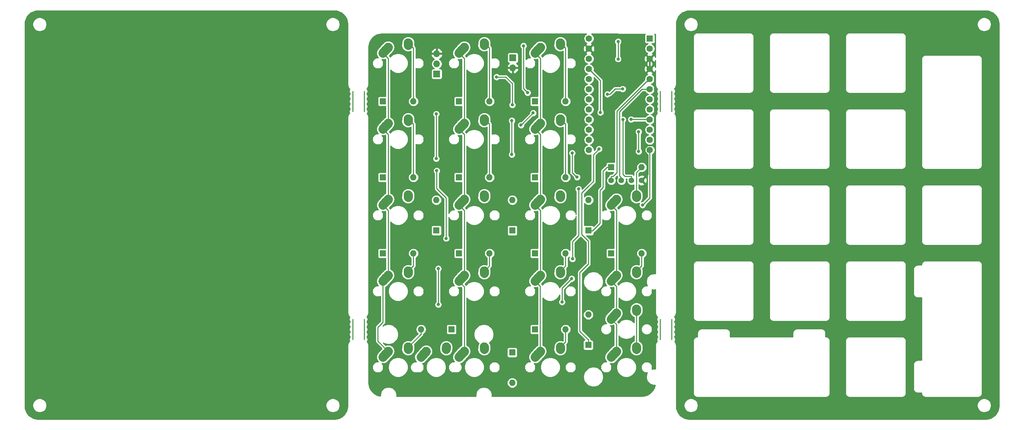
<source format=gtl>
G04 #@! TF.GenerationSoftware,KiCad,Pcbnew,(5.1.4)-1*
G04 #@! TF.CreationDate,2021-08-28T18:16:00+01:00*
G04 #@! TF.ProjectId,AleeMacro,416c6565-4d61-4637-926f-2e6b69636164,rev?*
G04 #@! TF.SameCoordinates,Original*
G04 #@! TF.FileFunction,Copper,L1,Top*
G04 #@! TF.FilePolarity,Positive*
%FSLAX46Y46*%
G04 Gerber Fmt 4.6, Leading zero omitted, Abs format (unit mm)*
G04 Created by KiCad (PCBNEW (5.1.4)-1) date 2021-08-28 18:16:00*
%MOMM*%
%LPD*%
G04 APERTURE LIST*
%ADD10C,1.397000*%
%ADD11R,1.700000X1.700000*%
%ADD12O,1.700000X1.700000*%
%ADD13C,1.600000*%
%ADD14R,1.600000X1.600000*%
%ADD15C,2.250000*%
%ADD16C,2.250000*%
%ADD17C,1.524000*%
%ADD18O,1.600000X1.600000*%
%ADD19C,0.800000*%
%ADD20C,0.250000*%
%ADD21C,0.381000*%
%ADD22C,0.254000*%
G04 APERTURE END LIST*
D10*
X173228000Y-82550000D03*
X175768000Y-82550000D03*
X178308000Y-82550000D03*
X180848000Y-82550000D03*
D11*
X148590000Y-51816000D03*
D12*
X148590000Y-54356000D03*
D13*
X167640000Y-46990000D03*
X167640000Y-49530000D03*
X167640000Y-52070000D03*
X167640000Y-54610000D03*
X167640000Y-57150000D03*
X167640000Y-59690000D03*
X167640000Y-62230000D03*
X167640000Y-64770000D03*
X167640000Y-67310000D03*
X167640000Y-69850000D03*
X167640000Y-72390000D03*
X167640000Y-74930000D03*
X182880000Y-74930000D03*
X182880000Y-72390000D03*
X182880000Y-69850000D03*
X182880000Y-67310000D03*
X182880000Y-64770000D03*
X182880000Y-62230000D03*
X182880000Y-59690000D03*
X182880000Y-57150000D03*
X182880000Y-54610000D03*
X182880000Y-52070000D03*
X182880000Y-49530000D03*
D14*
X182880000Y-46990000D03*
D15*
X136406250Y-49181250D03*
X135751251Y-49911250D03*
D16*
X135096250Y-50641250D02*
X136406252Y-49181250D01*
D15*
X141446250Y-48101250D03*
X141426250Y-48391250D03*
D16*
X141406250Y-48681250D02*
X141446250Y-48101250D01*
D15*
X179526250Y-86491250D03*
D16*
X179506250Y-86781250D02*
X179546250Y-86201250D01*
D15*
X179546250Y-86201250D03*
X173851251Y-88011250D03*
D16*
X173196250Y-88741250D02*
X174506252Y-87281250D01*
D15*
X174506250Y-87281250D03*
D12*
X129540000Y-50800000D03*
X129540000Y-53340000D03*
D11*
X129540000Y-55880000D03*
D17*
X258222750Y-101123750D03*
X104552750Y-92741750D03*
D15*
X160476250Y-67441250D03*
D16*
X160456250Y-67731250D02*
X160496250Y-67151250D01*
D15*
X160496250Y-67151250D03*
X154801251Y-68961250D03*
D16*
X154146250Y-69691250D02*
X155456252Y-68231250D01*
D15*
X155456250Y-68231250D03*
X136406250Y-106331250D03*
X135751251Y-107061250D03*
D16*
X135096250Y-107791250D02*
X136406252Y-106331250D01*
D15*
X141446250Y-105251250D03*
X141426250Y-105541250D03*
D16*
X141406250Y-105831250D02*
X141446250Y-105251250D01*
D15*
X122376250Y-67441250D03*
D16*
X122356250Y-67731250D02*
X122396250Y-67151250D01*
D15*
X122396250Y-67151250D03*
X116701251Y-68961250D03*
D16*
X116046250Y-69691250D02*
X117356252Y-68231250D01*
D15*
X117356250Y-68231250D03*
X160476250Y-48391250D03*
D16*
X160456250Y-48681250D02*
X160496250Y-48101250D01*
D15*
X160496250Y-48101250D03*
X154801251Y-49911250D03*
D16*
X154146250Y-50641250D02*
X155456252Y-49181250D01*
D15*
X155456250Y-49181250D03*
X174506250Y-106331250D03*
X173851251Y-107061250D03*
D16*
X173196250Y-107791250D02*
X174506252Y-106331250D01*
D15*
X179546250Y-105251250D03*
X179526250Y-105541250D03*
D16*
X179506250Y-105831250D02*
X179546250Y-105251250D01*
D15*
X174506250Y-115856250D03*
X173851251Y-116586250D03*
D16*
X173196250Y-117316250D02*
X174506252Y-115856250D01*
D15*
X179546250Y-114776250D03*
X179526250Y-115066250D03*
D16*
X179506250Y-115356250D02*
X179546250Y-114776250D01*
D15*
X136406250Y-68231250D03*
X135751251Y-68961250D03*
D16*
X135096250Y-69691250D02*
X136406252Y-68231250D01*
D15*
X141446250Y-67151250D03*
X141426250Y-67441250D03*
D16*
X141406250Y-67731250D02*
X141446250Y-67151250D01*
D15*
X117356250Y-87281250D03*
X116701251Y-88011250D03*
D16*
X116046250Y-88741250D02*
X117356252Y-87281250D01*
D15*
X122396250Y-86201250D03*
X122376250Y-86491250D03*
D16*
X122356250Y-86781250D02*
X122396250Y-86201250D01*
D15*
X136406250Y-87281250D03*
X135751251Y-88011250D03*
D16*
X135096250Y-88741250D02*
X136406252Y-87281250D01*
D15*
X141446250Y-86201250D03*
X141426250Y-86491250D03*
D16*
X141406250Y-86781250D02*
X141446250Y-86201250D01*
D18*
X123698000Y-62738000D03*
D14*
X116078000Y-62738000D03*
D18*
X142748000Y-62738000D03*
D14*
X135128000Y-62738000D03*
D18*
X161798000Y-62738000D03*
D14*
X154178000Y-62738000D03*
D18*
X123698000Y-81788000D03*
D14*
X116078000Y-81788000D03*
X135128000Y-81788000D03*
D18*
X142748000Y-81788000D03*
X161798000Y-81788000D03*
D14*
X154178000Y-81788000D03*
D18*
X129438400Y-87477600D03*
D14*
X129438400Y-95097600D03*
X148463000Y-95097600D03*
D18*
X148463000Y-87477600D03*
X167538400Y-87477600D03*
D14*
X167538400Y-95097600D03*
X173228000Y-79248000D03*
D18*
X180848000Y-79248000D03*
X123698000Y-100838000D03*
D14*
X116078000Y-100838000D03*
D18*
X142748000Y-100838000D03*
D14*
X135128000Y-100838000D03*
D18*
X161798000Y-100838000D03*
D14*
X154178000Y-100838000D03*
X173228000Y-100838000D03*
D18*
X180848000Y-100838000D03*
X125603000Y-119888000D03*
D14*
X133223000Y-119888000D03*
X148437600Y-125679200D03*
D18*
X148437600Y-133299200D03*
D14*
X154178000Y-119888000D03*
D18*
X161798000Y-119888000D03*
X167481250Y-116205000D03*
D14*
X167481250Y-123825000D03*
D15*
X122376250Y-48391250D03*
D16*
X122356250Y-48681250D02*
X122396250Y-48101250D01*
D15*
X122396250Y-48101250D03*
X116701251Y-49911250D03*
D16*
X116046250Y-50641250D02*
X117356252Y-49181250D01*
D15*
X117356250Y-49181250D03*
X155456250Y-87281250D03*
X154801251Y-88011250D03*
D16*
X154146250Y-88741250D02*
X155456252Y-87281250D01*
D15*
X160496250Y-86201250D03*
X160476250Y-86491250D03*
D16*
X160456250Y-86781250D02*
X160496250Y-86201250D01*
D15*
X122376250Y-105541250D03*
D16*
X122356250Y-105831250D02*
X122396250Y-105251250D01*
D15*
X122396250Y-105251250D03*
X116701251Y-107061250D03*
D16*
X116046250Y-107791250D02*
X117356252Y-106331250D01*
D15*
X117356250Y-106331250D03*
X160476250Y-105541250D03*
D16*
X160456250Y-105831250D02*
X160496250Y-105251250D01*
D15*
X160496250Y-105251250D03*
X154801251Y-107061250D03*
D16*
X154146250Y-107791250D02*
X155456252Y-106331250D01*
D15*
X155456250Y-106331250D03*
X122376250Y-124591250D03*
D16*
X122356250Y-124881250D02*
X122396250Y-124301250D01*
D15*
X122396250Y-124301250D03*
X116701251Y-126111250D03*
D16*
X116046250Y-126841250D02*
X117356252Y-125381250D01*
D15*
X117356250Y-125381250D03*
X136406250Y-125381250D03*
X135751251Y-126111250D03*
D16*
X135096250Y-126841250D02*
X136406252Y-125381250D01*
D15*
X141446250Y-124301250D03*
X141426250Y-124591250D03*
D16*
X141406250Y-124881250D02*
X141446250Y-124301250D01*
D15*
X160476250Y-124591250D03*
D16*
X160456250Y-124881250D02*
X160496250Y-124301250D01*
D15*
X160496250Y-124301250D03*
X154801251Y-126111250D03*
D16*
X154146250Y-126841250D02*
X155456252Y-125381250D01*
D15*
X155456250Y-125381250D03*
X174506250Y-125381250D03*
X173851251Y-126111250D03*
D16*
X173196250Y-126841250D02*
X174506252Y-125381250D01*
D15*
X179546250Y-124301250D03*
X179526250Y-124591250D03*
D16*
X179506250Y-124881250D02*
X179546250Y-124301250D01*
D15*
X131901250Y-124591250D03*
D16*
X131881250Y-124881250D02*
X131921250Y-124301250D01*
D15*
X131921250Y-124301250D03*
X126226251Y-126111250D03*
D16*
X125571250Y-126841250D02*
X126881252Y-125381250D01*
D15*
X126881250Y-125381250D03*
D19*
X172275500Y-60960000D03*
X176085500Y-59626500D03*
X180086000Y-75311000D03*
X180086000Y-70358000D03*
X170180000Y-74676000D03*
X150622000Y-68707000D03*
X153670000Y-65659000D03*
X178181000Y-67246500D03*
X181057550Y-88741250D03*
X165036500Y-84709000D03*
X163512500Y-102235000D03*
X131889500Y-97091500D03*
X129540000Y-80137000D03*
X148336000Y-76073000D03*
X144526000Y-56642000D03*
X148336000Y-67564000D03*
X148463000Y-63627000D03*
X160909000Y-113030000D03*
X163322000Y-107188000D03*
X176149000Y-67310000D03*
X170497500Y-65532000D03*
X163449000Y-75692000D03*
X164655500Y-81724500D03*
X174942500Y-52133500D03*
X174942500Y-47752000D03*
X129413000Y-65913000D03*
X129413000Y-77089000D03*
X129921000Y-104648000D03*
X129921000Y-113665000D03*
X151257000Y-48825685D03*
X152273000Y-60579000D03*
D20*
X108489750Y-60166250D02*
X108489750Y-65246250D01*
X111379000Y-60166250D02*
X111379000Y-65246250D01*
X111379000Y-122396250D02*
X111379000Y-117316250D01*
X108489750Y-117316250D02*
X108489750Y-122396250D01*
X188372750Y-117316250D02*
X188372750Y-122396250D01*
X185483500Y-117316250D02*
X185483500Y-122396250D01*
X185483500Y-60166250D02*
X185483500Y-65246250D01*
X188372750Y-60166250D02*
X188372750Y-65246250D01*
X123031250Y-48736250D02*
X122396250Y-48101250D01*
X122976250Y-48681250D02*
X122356250Y-48681250D01*
X123698000Y-49403000D02*
X122976250Y-48681250D01*
X123698000Y-62738000D02*
X123698000Y-49403000D01*
X142144750Y-48799750D02*
X141446250Y-48101250D01*
X142026250Y-48681250D02*
X141406250Y-48681250D01*
X142748000Y-49403000D02*
X142026250Y-48681250D01*
X142748000Y-62738000D02*
X142748000Y-49403000D01*
X160020000Y-48245000D02*
X160456250Y-48681250D01*
X161076250Y-48681250D02*
X160456250Y-48681250D01*
X161798000Y-49403000D02*
X161076250Y-48681250D01*
X161798000Y-62738000D02*
X161798000Y-49403000D01*
X123031250Y-67786250D02*
X122396250Y-67151250D01*
X123031250Y-68406250D02*
X122356250Y-67731250D01*
X122976250Y-67731250D02*
X122356250Y-67731250D01*
X123698000Y-68453000D02*
X122976250Y-67731250D01*
X123698000Y-81788000D02*
X123698000Y-68453000D01*
X142748000Y-68453000D02*
X141446250Y-67151250D01*
X142748000Y-81788000D02*
X142748000Y-68453000D01*
X161131250Y-66516250D02*
X160496250Y-67151250D01*
X161076250Y-67731250D02*
X160456250Y-67731250D01*
X161798000Y-68453000D02*
X161076250Y-67731250D01*
X161798000Y-81788000D02*
X161798000Y-68453000D01*
X180181250Y-87456250D02*
X179506250Y-86781250D01*
X179506250Y-80589750D02*
X180848000Y-79248000D01*
X179506250Y-86781250D02*
X179506250Y-80589750D01*
X123031250Y-104616250D02*
X122396250Y-105251250D01*
X123698000Y-103949500D02*
X122396250Y-105251250D01*
X123698000Y-100838000D02*
X123698000Y-103949500D01*
X141406250Y-105291250D02*
X141406250Y-105831250D01*
X142748000Y-103949500D02*
X141406250Y-105291250D01*
X142748000Y-100838000D02*
X142748000Y-103949500D01*
X160456250Y-105291250D02*
X160456250Y-105831250D01*
X161798000Y-103949500D02*
X160456250Y-105291250D01*
X161798000Y-100838000D02*
X161798000Y-103949500D01*
X180848000Y-103949500D02*
X179546250Y-105251250D01*
X180848000Y-100838000D02*
X180848000Y-103949500D01*
X122356250Y-124341250D02*
X122356250Y-124881250D01*
X125603000Y-121094500D02*
X122356250Y-124341250D01*
X125603000Y-119888000D02*
X125603000Y-121094500D01*
X161131250Y-123666250D02*
X160496250Y-124301250D01*
X161798000Y-122999500D02*
X160496250Y-124301250D01*
X161798000Y-119888000D02*
X161798000Y-122999500D01*
X179546250Y-115396250D02*
X179546250Y-124301250D01*
X179506250Y-115356250D02*
X179546250Y-115396250D01*
D21*
X182880000Y-52070000D02*
X182880000Y-54610000D01*
X182880000Y-54610000D02*
X184070501Y-55800501D01*
X184070501Y-55800501D02*
X184070501Y-73120439D01*
X184070501Y-73120439D02*
X183451441Y-73739499D01*
X183451441Y-73739499D02*
X182308559Y-73739499D01*
X182308559Y-73739499D02*
X181546499Y-74501559D01*
X181546499Y-75358441D02*
X181546499Y-74501559D01*
X182364490Y-76176432D02*
X181546499Y-75358441D01*
X180848000Y-82550000D02*
X182364490Y-81033510D01*
X182364490Y-76176432D02*
X182364490Y-81033510D01*
D20*
X172841185Y-60960000D02*
X174174685Y-59626500D01*
X172275500Y-60960000D02*
X172841185Y-60960000D01*
X174174685Y-59626500D02*
X176085500Y-59626500D01*
X182372000Y-64262000D02*
X182880000Y-64770000D01*
X172178000Y-79248000D02*
X173228000Y-79248000D01*
X171196000Y-80230000D02*
X172178000Y-79248000D01*
X171196000Y-84328000D02*
X171196000Y-80230000D01*
X170434000Y-85090000D02*
X171196000Y-84328000D01*
X170434000Y-93302800D02*
X170434000Y-85090000D01*
X167487600Y-95199200D02*
X168537600Y-95199200D01*
X168537600Y-95199200D02*
X170434000Y-93302800D01*
X182880000Y-69850000D02*
X182880000Y-70485000D01*
X182880000Y-69850000D02*
X182880000Y-70358000D01*
X180086000Y-75311000D02*
X180086000Y-71512630D01*
X180086000Y-71512630D02*
X180086000Y-70358000D01*
X167481250Y-123825000D02*
X167481250Y-122483002D01*
X165354000Y-120355752D02*
X165354000Y-105664000D01*
X167481250Y-122483002D02*
X165354000Y-120355752D01*
X165354000Y-105664000D02*
X167513000Y-103505000D01*
X167513000Y-103505000D02*
X167513000Y-98933000D01*
X167513000Y-98933000D02*
X167513000Y-97790000D01*
X167513000Y-97790000D02*
X166413399Y-96690399D01*
X166413399Y-96690399D02*
X165862000Y-96139000D01*
X165862000Y-96139000D02*
X165862000Y-85725000D01*
X165862000Y-85725000D02*
X167640000Y-83947000D01*
X168765001Y-82821999D02*
X168765001Y-76090999D01*
X167640000Y-83947000D02*
X168765001Y-82821999D01*
X168765001Y-76090999D02*
X170180000Y-74676000D01*
X116046250Y-107791250D02*
X116871750Y-106965750D01*
X116871750Y-67746750D02*
X117356250Y-68231250D01*
X116871750Y-87915750D02*
X116046250Y-88741250D01*
X116046250Y-126841250D02*
X116046250Y-126460250D01*
X117356250Y-51951250D02*
X117356250Y-68231250D01*
X116046250Y-50641250D02*
X117356250Y-51951250D01*
X117356250Y-87431250D02*
X116046250Y-88741250D01*
X117356250Y-71001250D02*
X117356250Y-87431250D01*
X116046250Y-69691250D02*
X117356250Y-71001250D01*
X117356250Y-90051250D02*
X117356250Y-106331250D01*
X116046250Y-88741250D02*
X117356250Y-90051250D01*
X116046250Y-107791250D02*
X116046250Y-118141750D01*
X116046250Y-118141750D02*
X114808000Y-119380000D01*
X114808000Y-122833000D02*
X117356250Y-125381250D01*
X114808000Y-119380000D02*
X114808000Y-122833000D01*
X135096250Y-69691250D02*
X135921750Y-68865750D01*
X135096250Y-88741250D02*
X135921750Y-87915750D01*
X136406250Y-106331250D02*
X135921750Y-105846750D01*
X135096250Y-126841250D02*
X135921750Y-126015750D01*
X135096250Y-50641250D02*
X135745001Y-51290001D01*
X135096250Y-69691250D02*
X135096250Y-70326250D01*
X136406250Y-51951250D02*
X136406250Y-68231250D01*
X135096250Y-50641250D02*
X136406250Y-51951250D01*
X136406250Y-71001250D02*
X136406250Y-87281250D01*
X135096250Y-69691250D02*
X136406250Y-71001250D01*
X136406250Y-106481250D02*
X135096250Y-107791250D01*
X136406250Y-90051250D02*
X136406250Y-106481250D01*
X135096250Y-88741250D02*
X136406250Y-90051250D01*
X135096250Y-107791250D02*
X135096250Y-108299250D01*
X136406250Y-125531250D02*
X135096250Y-126841250D01*
X136406250Y-109228250D02*
X136406250Y-125531250D01*
X135096250Y-107918250D02*
X136406250Y-109228250D01*
X135096250Y-107791250D02*
X135096250Y-107918250D01*
X151021999Y-68307001D02*
X153670000Y-65659000D01*
X150622000Y-68707000D02*
X151021999Y-68307001D01*
X154146250Y-69691250D02*
X154971750Y-68865750D01*
X154146250Y-88741250D02*
X154971750Y-87915750D01*
X154146250Y-107791250D02*
X154971750Y-106965750D01*
X154146250Y-126841250D02*
X154971750Y-126015750D01*
X154146250Y-69691250D02*
X154146250Y-70326250D01*
X154146250Y-107791250D02*
X154146250Y-108426250D01*
X154146250Y-126691250D02*
X154146250Y-126841250D01*
X155456250Y-51951250D02*
X155456250Y-68231250D01*
X154146250Y-50641250D02*
X155456250Y-51951250D01*
X155456250Y-71001250D02*
X155456250Y-87281250D01*
X154146250Y-69691250D02*
X155456250Y-71001250D01*
X155456250Y-106481250D02*
X154146250Y-107791250D01*
X155456250Y-90051250D02*
X155456250Y-106481250D01*
X154146250Y-88741250D02*
X155456250Y-90051250D01*
X155448000Y-109093000D02*
X154146250Y-107791250D01*
X155448000Y-125539500D02*
X155448000Y-109093000D01*
X154146250Y-126841250D02*
X155448000Y-125539500D01*
X182880000Y-67386200D02*
X182880000Y-67310000D01*
X182600600Y-67310000D02*
X182880000Y-67310000D01*
X182346600Y-67310000D02*
X182880000Y-67310000D01*
X182194200Y-67310000D02*
X182880000Y-67310000D01*
X182575200Y-67310000D02*
X182880000Y-67310000D01*
X182626000Y-67564000D02*
X182880000Y-67310000D01*
X182816500Y-67246500D02*
X182880000Y-67310000D01*
X178181000Y-67246500D02*
X182816500Y-67246500D01*
X173196250Y-107791250D02*
X174021750Y-106965750D01*
X173196250Y-126841250D02*
X174466250Y-125571250D01*
X174021750Y-106815750D02*
X174506250Y-106331250D01*
X174506250Y-106481250D02*
X173196250Y-107791250D01*
X174506250Y-90051250D02*
X174506250Y-106481250D01*
X173196250Y-88741250D02*
X174506250Y-90051250D01*
X174506250Y-118626250D02*
X173196250Y-117316250D01*
X174506250Y-125381250D02*
X174506250Y-118626250D01*
X174506250Y-109101250D02*
X174506250Y-115856250D01*
X173196250Y-107791250D02*
X174506250Y-109101250D01*
X173196250Y-88741250D02*
X173640750Y-88741250D01*
X182372000Y-75438000D02*
X182880000Y-74930000D01*
X182880000Y-74930000D02*
X182880000Y-86918800D01*
X181057550Y-88741250D02*
X182880000Y-86918800D01*
X182314998Y-57715002D02*
X182880000Y-57150000D01*
X182118000Y-57715002D02*
X182314998Y-57715002D01*
X174625000Y-65214500D02*
X174621751Y-65211251D01*
X174621751Y-65211251D02*
X182118000Y-57715002D01*
X173228000Y-81562172D02*
X173707828Y-81562172D01*
X173228000Y-82550000D02*
X173228000Y-81562172D01*
X173707828Y-81562172D02*
X174625000Y-80645000D01*
X174625000Y-80645000D02*
X174625000Y-65214500D01*
X182372000Y-59690000D02*
X182880000Y-59690000D01*
X180911500Y-59690000D02*
X182880000Y-59690000D01*
X175323500Y-65278000D02*
X180911500Y-59690000D01*
X175323500Y-81470500D02*
X175323500Y-65278000D01*
X175768000Y-82550000D02*
X175768000Y-81915000D01*
X175768000Y-81915000D02*
X175323500Y-81470500D01*
X165036500Y-84709000D02*
X165036500Y-96393000D01*
X165036500Y-96393000D02*
X163512500Y-97917000D01*
X163512500Y-97917000D02*
X163512500Y-102235000D01*
X148336000Y-76073000D02*
X148336000Y-67564000D01*
X144526000Y-56642000D02*
X146812000Y-56642000D01*
X146812000Y-56642000D02*
X148463000Y-58293000D01*
X148463000Y-58293000D02*
X148463000Y-63627000D01*
X131889500Y-86931500D02*
X131889500Y-97091500D01*
X129540000Y-80137000D02*
X129540000Y-84582000D01*
X129540000Y-84582000D02*
X131889500Y-86931500D01*
X160909000Y-113030000D02*
X160909000Y-109601000D01*
X160909000Y-109601000D02*
X163322000Y-107188000D01*
X178308000Y-82550000D02*
X178308000Y-81562172D01*
X176685172Y-81562172D02*
X176149000Y-81026000D01*
X178308000Y-81562172D02*
X176685172Y-81562172D01*
X176149000Y-81026000D02*
X176149000Y-72136000D01*
X176149000Y-72136000D02*
X176149000Y-67310000D01*
X170497500Y-57467500D02*
X167640000Y-54610000D01*
X170497500Y-65532000D02*
X170497500Y-57467500D01*
X163449000Y-75692000D02*
X163449000Y-80581500D01*
X163449000Y-80581500D02*
X164592000Y-81724500D01*
X164592000Y-81724500D02*
X164655500Y-81724500D01*
X174942500Y-52133500D02*
X174942500Y-51567815D01*
X174942500Y-51567815D02*
X174942500Y-47752000D01*
X129413000Y-65913000D02*
X129413000Y-66478685D01*
X129413000Y-66478685D02*
X129413000Y-77089000D01*
X129921000Y-104648000D02*
X129921000Y-105213685D01*
X129921000Y-105213685D02*
X129921000Y-113665000D01*
X151257000Y-59563000D02*
X152273000Y-60579000D01*
X151257000Y-59563000D02*
X151257000Y-48825685D01*
D22*
G36*
X267581025Y-40079209D02*
G01*
X268214230Y-40270385D01*
X268798239Y-40580908D01*
X269310814Y-40998954D01*
X269732428Y-41508598D01*
X270047023Y-42090429D01*
X270242613Y-42722279D01*
X270314750Y-43408610D01*
X270314751Y-139004007D01*
X270247290Y-139692026D01*
X270056115Y-140325230D01*
X269745590Y-140909240D01*
X269327544Y-141421817D01*
X268817902Y-141843428D01*
X268236072Y-142158023D01*
X267604220Y-142353614D01*
X266917890Y-142425750D01*
X192912483Y-142425750D01*
X192224474Y-142358290D01*
X191591270Y-142167115D01*
X191007260Y-141856590D01*
X190494683Y-141438544D01*
X190073072Y-140928902D01*
X189758477Y-140347072D01*
X189562886Y-139715220D01*
X189490750Y-139028890D01*
X189490750Y-138795476D01*
X191429312Y-138795476D01*
X191429312Y-139144024D01*
X191497310Y-139485876D01*
X191630694Y-139807893D01*
X191824337Y-140097701D01*
X192070799Y-140344163D01*
X192360607Y-140537806D01*
X192682624Y-140671190D01*
X193024476Y-140739188D01*
X193373024Y-140739188D01*
X193714876Y-140671190D01*
X194036893Y-140537806D01*
X194326701Y-140344163D01*
X194573163Y-140097701D01*
X194766806Y-139807893D01*
X194900190Y-139485876D01*
X194968188Y-139144024D01*
X194968188Y-138795476D01*
X264835312Y-138795476D01*
X264835312Y-139144024D01*
X264903310Y-139485876D01*
X265036694Y-139807893D01*
X265230337Y-140097701D01*
X265476799Y-140344163D01*
X265766607Y-140537806D01*
X266088624Y-140671190D01*
X266430476Y-140739188D01*
X266779024Y-140739188D01*
X267120876Y-140671190D01*
X267442893Y-140537806D01*
X267732701Y-140344163D01*
X267979163Y-140097701D01*
X268172806Y-139807893D01*
X268306190Y-139485876D01*
X268374188Y-139144024D01*
X268374188Y-138795476D01*
X268306190Y-138453624D01*
X268172806Y-138131607D01*
X267979163Y-137841799D01*
X267732701Y-137595337D01*
X267442893Y-137401694D01*
X267120876Y-137268310D01*
X266779024Y-137200312D01*
X266430476Y-137200312D01*
X266088624Y-137268310D01*
X265766607Y-137401694D01*
X265476799Y-137595337D01*
X265230337Y-137841799D01*
X265036694Y-138131607D01*
X264903310Y-138453624D01*
X264835312Y-138795476D01*
X194968188Y-138795476D01*
X194900190Y-138453624D01*
X194766806Y-138131607D01*
X194573163Y-137841799D01*
X194326701Y-137595337D01*
X194036893Y-137401694D01*
X193714876Y-137268310D01*
X193373024Y-137200312D01*
X193024476Y-137200312D01*
X192682624Y-137268310D01*
X192360607Y-137401694D01*
X192070799Y-137595337D01*
X191824337Y-137841799D01*
X191630694Y-138131607D01*
X191497310Y-138453624D01*
X191429312Y-138795476D01*
X189490750Y-138795476D01*
X189490750Y-123938889D01*
X189488181Y-123912807D01*
X189488224Y-123906662D01*
X189487395Y-123898214D01*
X189466994Y-123704117D01*
X189455914Y-123650140D01*
X189445588Y-123596009D01*
X189443135Y-123587886D01*
X189443134Y-123587880D01*
X189443132Y-123587874D01*
X189385422Y-123401444D01*
X189364065Y-123350636D01*
X189343425Y-123299551D01*
X189339440Y-123292055D01*
X189246615Y-123120378D01*
X189215798Y-123074689D01*
X189185625Y-123028581D01*
X189180259Y-123022002D01*
X189102171Y-122927611D01*
X189171826Y-122823365D01*
X189186106Y-122788890D01*
X193719750Y-122788890D01*
X193719751Y-135848611D01*
X193722285Y-135874339D01*
X193722264Y-135877345D01*
X193723093Y-135885793D01*
X193728182Y-135934214D01*
X193728549Y-135937939D01*
X193728587Y-135938063D01*
X193733293Y-135982842D01*
X193744374Y-136036825D01*
X193754699Y-136090952D01*
X193757150Y-136099069D01*
X193757152Y-136099079D01*
X193757156Y-136099088D01*
X193786009Y-136192298D01*
X193807351Y-136243069D01*
X193828007Y-136294195D01*
X193831993Y-136301690D01*
X193878406Y-136387528D01*
X193909232Y-136433230D01*
X193939394Y-136479322D01*
X193944756Y-136485896D01*
X193944760Y-136485902D01*
X193944765Y-136485907D01*
X194006962Y-136561090D01*
X194046067Y-136599924D01*
X194084614Y-136639287D01*
X194091155Y-136644698D01*
X194091159Y-136644702D01*
X194091164Y-136644705D01*
X194166776Y-136706374D01*
X194212693Y-136736882D01*
X194258151Y-136768007D01*
X194265607Y-136772039D01*
X194265610Y-136772041D01*
X194265613Y-136772042D01*
X194265618Y-136772045D01*
X194351779Y-136817857D01*
X194402735Y-136838859D01*
X194453372Y-136860562D01*
X194461482Y-136863072D01*
X194461486Y-136863074D01*
X194461491Y-136863075D01*
X194554899Y-136891277D01*
X194608944Y-136901979D01*
X194662862Y-136913439D01*
X194671305Y-136914327D01*
X194768422Y-136923849D01*
X194768435Y-136923849D01*
X194797889Y-136926750D01*
X226907611Y-136926750D01*
X226933349Y-136924215D01*
X226936345Y-136924236D01*
X226944793Y-136923407D01*
X226993063Y-136918334D01*
X226996939Y-136917952D01*
X226997068Y-136917913D01*
X227041842Y-136913207D01*
X227095825Y-136902126D01*
X227149952Y-136891801D01*
X227158069Y-136889350D01*
X227158079Y-136889348D01*
X227158088Y-136889344D01*
X227251298Y-136860491D01*
X227302069Y-136839149D01*
X227353195Y-136818493D01*
X227360683Y-136814511D01*
X227360687Y-136814509D01*
X227360690Y-136814507D01*
X227446528Y-136768094D01*
X227492230Y-136737268D01*
X227538322Y-136707106D01*
X227544899Y-136701742D01*
X227544902Y-136701740D01*
X227544907Y-136701735D01*
X227620090Y-136639538D01*
X227658924Y-136600433D01*
X227698287Y-136561886D01*
X227703698Y-136555345D01*
X227703702Y-136555341D01*
X227703705Y-136555336D01*
X227765374Y-136479724D01*
X227795882Y-136433807D01*
X227827007Y-136388349D01*
X227831045Y-136380882D01*
X227876857Y-136294721D01*
X227897859Y-136243765D01*
X227919562Y-136193128D01*
X227922072Y-136185019D01*
X227950277Y-136091601D01*
X227960979Y-136037556D01*
X227972439Y-135983638D01*
X227973327Y-135975195D01*
X227982849Y-135878078D01*
X227982849Y-135878065D01*
X227985750Y-135848611D01*
X227985750Y-122788890D01*
X231819750Y-122788890D01*
X231819751Y-135848611D01*
X231822285Y-135874339D01*
X231822264Y-135877345D01*
X231823093Y-135885793D01*
X231828182Y-135934214D01*
X231828549Y-135937939D01*
X231828587Y-135938063D01*
X231833293Y-135982842D01*
X231844374Y-136036825D01*
X231854699Y-136090952D01*
X231857150Y-136099069D01*
X231857152Y-136099079D01*
X231857156Y-136099088D01*
X231886009Y-136192298D01*
X231907351Y-136243069D01*
X231928007Y-136294195D01*
X231931993Y-136301690D01*
X231978406Y-136387528D01*
X232009232Y-136433230D01*
X232039394Y-136479322D01*
X232044756Y-136485896D01*
X232044760Y-136485902D01*
X232044765Y-136485907D01*
X232106962Y-136561090D01*
X232146067Y-136599924D01*
X232184614Y-136639287D01*
X232191155Y-136644698D01*
X232191159Y-136644702D01*
X232191164Y-136644705D01*
X232266776Y-136706374D01*
X232312693Y-136736882D01*
X232358151Y-136768007D01*
X232365607Y-136772039D01*
X232365610Y-136772041D01*
X232365613Y-136772042D01*
X232365618Y-136772045D01*
X232451779Y-136817857D01*
X232502735Y-136838859D01*
X232553372Y-136860562D01*
X232561482Y-136863072D01*
X232561486Y-136863074D01*
X232561491Y-136863075D01*
X232654899Y-136891277D01*
X232708944Y-136901979D01*
X232762862Y-136913439D01*
X232771305Y-136914327D01*
X232868422Y-136923849D01*
X232868435Y-136923849D01*
X232897889Y-136926750D01*
X245957611Y-136926750D01*
X245983349Y-136924215D01*
X245986345Y-136924236D01*
X245994793Y-136923407D01*
X246043063Y-136918334D01*
X246046939Y-136917952D01*
X246047068Y-136917913D01*
X246091842Y-136913207D01*
X246145825Y-136902126D01*
X246199952Y-136891801D01*
X246208069Y-136889350D01*
X246208079Y-136889348D01*
X246208088Y-136889344D01*
X246301298Y-136860491D01*
X246352069Y-136839149D01*
X246403195Y-136818493D01*
X246410683Y-136814511D01*
X246410687Y-136814509D01*
X246410690Y-136814507D01*
X246496528Y-136768094D01*
X246542230Y-136737268D01*
X246588322Y-136707106D01*
X246594899Y-136701742D01*
X246594902Y-136701740D01*
X246594907Y-136701735D01*
X246670090Y-136639538D01*
X246708924Y-136600433D01*
X246748287Y-136561886D01*
X246753698Y-136555345D01*
X246753702Y-136555341D01*
X246753705Y-136555336D01*
X246815374Y-136479724D01*
X246845882Y-136433807D01*
X246877007Y-136388349D01*
X246881045Y-136380882D01*
X246926857Y-136294721D01*
X246947859Y-136243765D01*
X246969562Y-136193128D01*
X246972072Y-136185019D01*
X247000277Y-136091601D01*
X247010979Y-136037556D01*
X247022439Y-135983638D01*
X247023327Y-135975195D01*
X247032849Y-135878078D01*
X247032849Y-135878065D01*
X247035750Y-135848611D01*
X247035750Y-122788889D01*
X247033215Y-122763151D01*
X247033236Y-122760156D01*
X247032407Y-122751707D01*
X247027334Y-122703444D01*
X247026952Y-122699561D01*
X247026913Y-122699431D01*
X247022207Y-122654659D01*
X247011129Y-122600689D01*
X247000801Y-122546548D01*
X246998349Y-122538429D01*
X246998348Y-122538422D01*
X246998345Y-122538416D01*
X246969491Y-122445202D01*
X246948136Y-122394399D01*
X246927492Y-122343305D01*
X246923507Y-122335809D01*
X246877094Y-122249972D01*
X246846278Y-122204285D01*
X246816106Y-122158178D01*
X246810743Y-122151603D01*
X246810740Y-122151598D01*
X246810735Y-122151593D01*
X246748538Y-122076410D01*
X246709449Y-122037593D01*
X246670886Y-121998213D01*
X246664345Y-121992802D01*
X246588724Y-121931126D01*
X246542807Y-121900618D01*
X246497349Y-121869493D01*
X246489893Y-121865461D01*
X246489890Y-121865459D01*
X246489887Y-121865458D01*
X246489882Y-121865455D01*
X246403721Y-121819643D01*
X246352765Y-121798641D01*
X246302128Y-121776938D01*
X246294019Y-121774428D01*
X246294018Y-121774428D01*
X246294014Y-121774426D01*
X246294009Y-121774425D01*
X246200601Y-121746223D01*
X246146563Y-121735523D01*
X246092638Y-121724061D01*
X246084208Y-121723175D01*
X246084201Y-121723174D01*
X246084195Y-121723174D01*
X245987078Y-121713651D01*
X245987065Y-121713651D01*
X245957611Y-121710750D01*
X232897889Y-121710750D01*
X232872151Y-121713285D01*
X232869156Y-121713264D01*
X232860707Y-121714093D01*
X232812445Y-121719165D01*
X232808561Y-121719548D01*
X232808431Y-121719587D01*
X232763659Y-121724293D01*
X232709689Y-121735371D01*
X232655548Y-121745699D01*
X232647429Y-121748151D01*
X232647422Y-121748152D01*
X232647416Y-121748155D01*
X232554202Y-121777009D01*
X232503399Y-121798364D01*
X232452305Y-121819008D01*
X232444809Y-121822993D01*
X232358972Y-121869406D01*
X232313285Y-121900222D01*
X232267178Y-121930394D01*
X232260604Y-121935756D01*
X232260598Y-121935760D01*
X232260593Y-121935765D01*
X232185410Y-121997962D01*
X232146593Y-122037051D01*
X232107213Y-122075614D01*
X232101802Y-122082155D01*
X232040126Y-122157776D01*
X232009618Y-122203693D01*
X231978493Y-122249151D01*
X231974455Y-122256618D01*
X231928643Y-122342779D01*
X231907641Y-122393735D01*
X231885938Y-122444372D01*
X231883428Y-122452481D01*
X231855223Y-122545899D01*
X231844523Y-122599937D01*
X231833061Y-122653862D01*
X231832175Y-122662292D01*
X231832174Y-122662299D01*
X231832174Y-122662305D01*
X231822651Y-122759422D01*
X231822651Y-122759436D01*
X231819750Y-122788890D01*
X227985750Y-122788890D01*
X227985750Y-122788889D01*
X227983215Y-122763151D01*
X227983236Y-122760156D01*
X227982407Y-122751707D01*
X227977334Y-122703444D01*
X227976952Y-122699561D01*
X227976913Y-122699431D01*
X227972207Y-122654659D01*
X227961129Y-122600689D01*
X227950801Y-122546548D01*
X227948349Y-122538429D01*
X227948348Y-122538422D01*
X227948345Y-122538416D01*
X227919491Y-122445202D01*
X227898136Y-122394399D01*
X227877492Y-122343305D01*
X227873507Y-122335809D01*
X227827094Y-122249972D01*
X227796278Y-122204285D01*
X227766106Y-122158178D01*
X227760743Y-122151603D01*
X227760740Y-122151598D01*
X227760735Y-122151593D01*
X227698538Y-122076410D01*
X227659449Y-122037593D01*
X227620886Y-121998213D01*
X227614345Y-121992802D01*
X227538724Y-121931126D01*
X227492807Y-121900618D01*
X227447349Y-121869493D01*
X227439893Y-121865461D01*
X227439890Y-121865459D01*
X227439887Y-121865458D01*
X227439882Y-121865455D01*
X227353721Y-121819643D01*
X227302765Y-121798641D01*
X227252128Y-121776938D01*
X227244019Y-121774428D01*
X227244018Y-121774428D01*
X227244014Y-121774426D01*
X227244009Y-121774425D01*
X227150601Y-121746223D01*
X227096563Y-121735523D01*
X227042638Y-121724061D01*
X227034208Y-121723175D01*
X227034201Y-121723174D01*
X227034195Y-121723174D01*
X226937078Y-121713651D01*
X226937065Y-121713651D01*
X226907611Y-121710750D01*
X226898750Y-121710750D01*
X226898750Y-120788889D01*
X226896215Y-120763151D01*
X226896236Y-120760156D01*
X226895407Y-120751707D01*
X226890335Y-120703445D01*
X226889952Y-120699561D01*
X226889913Y-120699431D01*
X226885207Y-120654659D01*
X226874129Y-120600689D01*
X226863801Y-120546548D01*
X226861349Y-120538429D01*
X226861348Y-120538422D01*
X226861345Y-120538416D01*
X226832491Y-120445202D01*
X226811136Y-120394399D01*
X226790492Y-120343305D01*
X226786507Y-120335809D01*
X226740094Y-120249972D01*
X226709278Y-120204285D01*
X226679106Y-120158178D01*
X226673743Y-120151603D01*
X226673740Y-120151598D01*
X226673735Y-120151593D01*
X226611538Y-120076410D01*
X226572449Y-120037593D01*
X226533886Y-119998213D01*
X226527345Y-119992802D01*
X226451724Y-119931126D01*
X226405807Y-119900618D01*
X226360349Y-119869493D01*
X226352893Y-119865461D01*
X226352890Y-119865459D01*
X226352887Y-119865458D01*
X226352882Y-119865455D01*
X226266721Y-119819643D01*
X226215765Y-119798641D01*
X226165128Y-119776938D01*
X226157019Y-119774428D01*
X226157018Y-119774428D01*
X226157014Y-119774426D01*
X226157009Y-119774425D01*
X226063601Y-119746223D01*
X226009563Y-119735523D01*
X225955638Y-119724061D01*
X225947208Y-119723175D01*
X225947201Y-119723174D01*
X225947195Y-119723174D01*
X225850078Y-119713651D01*
X225850065Y-119713651D01*
X225820611Y-119710750D01*
X219760889Y-119710750D01*
X219735151Y-119713285D01*
X219732156Y-119713264D01*
X219723707Y-119714093D01*
X219675445Y-119719165D01*
X219671561Y-119719548D01*
X219671431Y-119719587D01*
X219626659Y-119724293D01*
X219572689Y-119735371D01*
X219518548Y-119745699D01*
X219510429Y-119748151D01*
X219510422Y-119748152D01*
X219510416Y-119748155D01*
X219417202Y-119777009D01*
X219366399Y-119798364D01*
X219315305Y-119819008D01*
X219307809Y-119822993D01*
X219221972Y-119869406D01*
X219176285Y-119900222D01*
X219130178Y-119930394D01*
X219123604Y-119935756D01*
X219123598Y-119935760D01*
X219123593Y-119935765D01*
X219048410Y-119997962D01*
X219009593Y-120037051D01*
X218970213Y-120075614D01*
X218964802Y-120082155D01*
X218903126Y-120157776D01*
X218872618Y-120203693D01*
X218841493Y-120249151D01*
X218837455Y-120256618D01*
X218791643Y-120342779D01*
X218770641Y-120393735D01*
X218748938Y-120444372D01*
X218746428Y-120452481D01*
X218718223Y-120545899D01*
X218707523Y-120599937D01*
X218696061Y-120653862D01*
X218695175Y-120662292D01*
X218695174Y-120662299D01*
X218695174Y-120662305D01*
X218685651Y-120759422D01*
X218685651Y-120759436D01*
X218682750Y-120788890D01*
X218682751Y-121710750D01*
X203022750Y-121710750D01*
X203022750Y-120788889D01*
X203020215Y-120763151D01*
X203020236Y-120760156D01*
X203019407Y-120751707D01*
X203014335Y-120703445D01*
X203013952Y-120699561D01*
X203013913Y-120699431D01*
X203009207Y-120654659D01*
X202998129Y-120600689D01*
X202987801Y-120546548D01*
X202985349Y-120538429D01*
X202985348Y-120538422D01*
X202985345Y-120538416D01*
X202956491Y-120445202D01*
X202935136Y-120394399D01*
X202914492Y-120343305D01*
X202910507Y-120335809D01*
X202864094Y-120249972D01*
X202833278Y-120204285D01*
X202803106Y-120158178D01*
X202797743Y-120151603D01*
X202797740Y-120151598D01*
X202797735Y-120151593D01*
X202735538Y-120076410D01*
X202696449Y-120037593D01*
X202657886Y-119998213D01*
X202651345Y-119992802D01*
X202575724Y-119931126D01*
X202529807Y-119900618D01*
X202484349Y-119869493D01*
X202476893Y-119865461D01*
X202476890Y-119865459D01*
X202476887Y-119865458D01*
X202476882Y-119865455D01*
X202390721Y-119819643D01*
X202339765Y-119798641D01*
X202289128Y-119776938D01*
X202281019Y-119774428D01*
X202281018Y-119774428D01*
X202281014Y-119774426D01*
X202281009Y-119774425D01*
X202187601Y-119746223D01*
X202133563Y-119735523D01*
X202079638Y-119724061D01*
X202071208Y-119723175D01*
X202071201Y-119723174D01*
X202071195Y-119723174D01*
X201974078Y-119713651D01*
X201974065Y-119713651D01*
X201944611Y-119710750D01*
X195884889Y-119710750D01*
X195859151Y-119713285D01*
X195856156Y-119713264D01*
X195847707Y-119714093D01*
X195799445Y-119719165D01*
X195795561Y-119719548D01*
X195795431Y-119719587D01*
X195750659Y-119724293D01*
X195696689Y-119735371D01*
X195642548Y-119745699D01*
X195634429Y-119748151D01*
X195634422Y-119748152D01*
X195634416Y-119748155D01*
X195541202Y-119777009D01*
X195490399Y-119798364D01*
X195439305Y-119819008D01*
X195431809Y-119822993D01*
X195345972Y-119869406D01*
X195300285Y-119900222D01*
X195254178Y-119930394D01*
X195247604Y-119935756D01*
X195247598Y-119935760D01*
X195247593Y-119935765D01*
X195172410Y-119997962D01*
X195133593Y-120037051D01*
X195094213Y-120075614D01*
X195088802Y-120082155D01*
X195027126Y-120157776D01*
X194996618Y-120203693D01*
X194965493Y-120249151D01*
X194961455Y-120256618D01*
X194915643Y-120342779D01*
X194894641Y-120393735D01*
X194872938Y-120444372D01*
X194870428Y-120452481D01*
X194842223Y-120545899D01*
X194831523Y-120599937D01*
X194820061Y-120653862D01*
X194819175Y-120662292D01*
X194819174Y-120662299D01*
X194819174Y-120662305D01*
X194809651Y-120759422D01*
X194809651Y-120759436D01*
X194806750Y-120788890D01*
X194806751Y-121710750D01*
X194797889Y-121710750D01*
X194772151Y-121713285D01*
X194769156Y-121713264D01*
X194760707Y-121714093D01*
X194712445Y-121719165D01*
X194708561Y-121719548D01*
X194708431Y-121719587D01*
X194663659Y-121724293D01*
X194609689Y-121735371D01*
X194555548Y-121745699D01*
X194547429Y-121748151D01*
X194547422Y-121748152D01*
X194547416Y-121748155D01*
X194454202Y-121777009D01*
X194403399Y-121798364D01*
X194352305Y-121819008D01*
X194344809Y-121822993D01*
X194258972Y-121869406D01*
X194213285Y-121900222D01*
X194167178Y-121930394D01*
X194160604Y-121935756D01*
X194160598Y-121935760D01*
X194160593Y-121935765D01*
X194085410Y-121997962D01*
X194046593Y-122037051D01*
X194007213Y-122075614D01*
X194001802Y-122082155D01*
X193940126Y-122157776D01*
X193909618Y-122203693D01*
X193878493Y-122249151D01*
X193874455Y-122256618D01*
X193828643Y-122342779D01*
X193807641Y-122393735D01*
X193785938Y-122444372D01*
X193783428Y-122452481D01*
X193755223Y-122545899D01*
X193744523Y-122599937D01*
X193733061Y-122653862D01*
X193732175Y-122662292D01*
X193732174Y-122662299D01*
X193732174Y-122662305D01*
X193722651Y-122759422D01*
X193722651Y-122759436D01*
X193719750Y-122788890D01*
X189186106Y-122788890D01*
X189239798Y-122659266D01*
X189274450Y-122485060D01*
X189274450Y-122307440D01*
X189239798Y-122133234D01*
X189171826Y-121969135D01*
X189073146Y-121821450D01*
X189012946Y-121761250D01*
X189073146Y-121701050D01*
X189171826Y-121553365D01*
X189239798Y-121389266D01*
X189274450Y-121215060D01*
X189274450Y-121037440D01*
X189239798Y-120863234D01*
X189171826Y-120699135D01*
X189073146Y-120551450D01*
X189012946Y-120491250D01*
X189073146Y-120431050D01*
X189171826Y-120283365D01*
X189239798Y-120119266D01*
X189274450Y-119945060D01*
X189274450Y-119767440D01*
X189239798Y-119593234D01*
X189171826Y-119429135D01*
X189073146Y-119281450D01*
X189012946Y-119221250D01*
X189073146Y-119161050D01*
X189171826Y-119013365D01*
X189239798Y-118849266D01*
X189274450Y-118675060D01*
X189274450Y-118497440D01*
X189239798Y-118323234D01*
X189171826Y-118159135D01*
X189073146Y-118011450D01*
X189012946Y-117951250D01*
X189073146Y-117891050D01*
X189171826Y-117743365D01*
X189239798Y-117579266D01*
X189274450Y-117405060D01*
X189274450Y-117227440D01*
X189239798Y-117053234D01*
X189171826Y-116889135D01*
X189073146Y-116741450D01*
X189051922Y-116720226D01*
X189058076Y-116714199D01*
X189063482Y-116707664D01*
X189063488Y-116707658D01*
X189063492Y-116707651D01*
X189186837Y-116556416D01*
X189217319Y-116510538D01*
X189248466Y-116465048D01*
X189252502Y-116457582D01*
X189252503Y-116457581D01*
X189252505Y-116457577D01*
X189344129Y-116285258D01*
X189365136Y-116234291D01*
X189386836Y-116183661D01*
X189389343Y-116175561D01*
X189389347Y-116175551D01*
X189389349Y-116175541D01*
X189445755Y-115988715D01*
X189456451Y-115934695D01*
X189467916Y-115880758D01*
X189468803Y-115872315D01*
X189487848Y-115678081D01*
X189487848Y-115678076D01*
X189490750Y-115648611D01*
X189490750Y-103738890D01*
X193719750Y-103738890D01*
X193719751Y-116798611D01*
X193722285Y-116824339D01*
X193722264Y-116827345D01*
X193723093Y-116835793D01*
X193728182Y-116884214D01*
X193728549Y-116887939D01*
X193728587Y-116888063D01*
X193733293Y-116932842D01*
X193744374Y-116986825D01*
X193754699Y-117040952D01*
X193757150Y-117049069D01*
X193757152Y-117049079D01*
X193757156Y-117049088D01*
X193786009Y-117142298D01*
X193807351Y-117193069D01*
X193828007Y-117244195D01*
X193831993Y-117251690D01*
X193878406Y-117337528D01*
X193909232Y-117383230D01*
X193939394Y-117429322D01*
X193944756Y-117435896D01*
X193944760Y-117435902D01*
X193944765Y-117435907D01*
X194006962Y-117511090D01*
X194046067Y-117549924D01*
X194084614Y-117589287D01*
X194091155Y-117594698D01*
X194091159Y-117594702D01*
X194091164Y-117594705D01*
X194166776Y-117656374D01*
X194212693Y-117686882D01*
X194258151Y-117718007D01*
X194265607Y-117722039D01*
X194265610Y-117722041D01*
X194265613Y-117722042D01*
X194265618Y-117722045D01*
X194351779Y-117767857D01*
X194402735Y-117788859D01*
X194453372Y-117810562D01*
X194461482Y-117813072D01*
X194461486Y-117813074D01*
X194461491Y-117813075D01*
X194554899Y-117841277D01*
X194608944Y-117851979D01*
X194662862Y-117863439D01*
X194671305Y-117864327D01*
X194768422Y-117873849D01*
X194768435Y-117873849D01*
X194797889Y-117876750D01*
X207857611Y-117876750D01*
X207883349Y-117874215D01*
X207886345Y-117874236D01*
X207894793Y-117873407D01*
X207943063Y-117868334D01*
X207946939Y-117867952D01*
X207947068Y-117867913D01*
X207991842Y-117863207D01*
X208045825Y-117852126D01*
X208099952Y-117841801D01*
X208108069Y-117839350D01*
X208108079Y-117839348D01*
X208108088Y-117839344D01*
X208201298Y-117810491D01*
X208252069Y-117789149D01*
X208303195Y-117768493D01*
X208310683Y-117764511D01*
X208310687Y-117764509D01*
X208310690Y-117764507D01*
X208396528Y-117718094D01*
X208442230Y-117687268D01*
X208488322Y-117657106D01*
X208494899Y-117651742D01*
X208494902Y-117651740D01*
X208494907Y-117651735D01*
X208570090Y-117589538D01*
X208608924Y-117550433D01*
X208648287Y-117511886D01*
X208653698Y-117505345D01*
X208653702Y-117505341D01*
X208653705Y-117505336D01*
X208715374Y-117429724D01*
X208745882Y-117383807D01*
X208777007Y-117338349D01*
X208781045Y-117330882D01*
X208826857Y-117244721D01*
X208847859Y-117193765D01*
X208869562Y-117143128D01*
X208872072Y-117135019D01*
X208900277Y-117041601D01*
X208910979Y-116987556D01*
X208922439Y-116933638D01*
X208923327Y-116925195D01*
X208932849Y-116828078D01*
X208932849Y-116828065D01*
X208935750Y-116798611D01*
X208935750Y-103738890D01*
X212769750Y-103738890D01*
X212769751Y-116798611D01*
X212772285Y-116824339D01*
X212772264Y-116827345D01*
X212773093Y-116835793D01*
X212778182Y-116884214D01*
X212778549Y-116887939D01*
X212778587Y-116888063D01*
X212783293Y-116932842D01*
X212794374Y-116986825D01*
X212804699Y-117040952D01*
X212807150Y-117049069D01*
X212807152Y-117049079D01*
X212807156Y-117049088D01*
X212836009Y-117142298D01*
X212857351Y-117193069D01*
X212878007Y-117244195D01*
X212881993Y-117251690D01*
X212928406Y-117337528D01*
X212959232Y-117383230D01*
X212989394Y-117429322D01*
X212994756Y-117435896D01*
X212994760Y-117435902D01*
X212994765Y-117435907D01*
X213056962Y-117511090D01*
X213096067Y-117549924D01*
X213134614Y-117589287D01*
X213141155Y-117594698D01*
X213141159Y-117594702D01*
X213141164Y-117594705D01*
X213216776Y-117656374D01*
X213262693Y-117686882D01*
X213308151Y-117718007D01*
X213315607Y-117722039D01*
X213315610Y-117722041D01*
X213315613Y-117722042D01*
X213315618Y-117722045D01*
X213401779Y-117767857D01*
X213452735Y-117788859D01*
X213503372Y-117810562D01*
X213511482Y-117813072D01*
X213511486Y-117813074D01*
X213511491Y-117813075D01*
X213604899Y-117841277D01*
X213658944Y-117851979D01*
X213712862Y-117863439D01*
X213721305Y-117864327D01*
X213818422Y-117873849D01*
X213818435Y-117873849D01*
X213847889Y-117876750D01*
X226907611Y-117876750D01*
X226933349Y-117874215D01*
X226936345Y-117874236D01*
X226944793Y-117873407D01*
X226993063Y-117868334D01*
X226996939Y-117867952D01*
X226997068Y-117867913D01*
X227041842Y-117863207D01*
X227095825Y-117852126D01*
X227149952Y-117841801D01*
X227158069Y-117839350D01*
X227158079Y-117839348D01*
X227158088Y-117839344D01*
X227251298Y-117810491D01*
X227302069Y-117789149D01*
X227353195Y-117768493D01*
X227360683Y-117764511D01*
X227360687Y-117764509D01*
X227360690Y-117764507D01*
X227446528Y-117718094D01*
X227492230Y-117687268D01*
X227538322Y-117657106D01*
X227544899Y-117651742D01*
X227544902Y-117651740D01*
X227544907Y-117651735D01*
X227620090Y-117589538D01*
X227658924Y-117550433D01*
X227698287Y-117511886D01*
X227703698Y-117505345D01*
X227703702Y-117505341D01*
X227703705Y-117505336D01*
X227765374Y-117429724D01*
X227795882Y-117383807D01*
X227827007Y-117338349D01*
X227831045Y-117330882D01*
X227876857Y-117244721D01*
X227897859Y-117193765D01*
X227919562Y-117143128D01*
X227922072Y-117135019D01*
X227950277Y-117041601D01*
X227960979Y-116987556D01*
X227972439Y-116933638D01*
X227973327Y-116925195D01*
X227982849Y-116828078D01*
X227982849Y-116828065D01*
X227985750Y-116798611D01*
X227985750Y-103738890D01*
X231819750Y-103738890D01*
X231819751Y-116798611D01*
X231822285Y-116824339D01*
X231822264Y-116827345D01*
X231823093Y-116835793D01*
X231828182Y-116884214D01*
X231828549Y-116887939D01*
X231828587Y-116888063D01*
X231833293Y-116932842D01*
X231844374Y-116986825D01*
X231854699Y-117040952D01*
X231857150Y-117049069D01*
X231857152Y-117049079D01*
X231857156Y-117049088D01*
X231886009Y-117142298D01*
X231907351Y-117193069D01*
X231928007Y-117244195D01*
X231931993Y-117251690D01*
X231978406Y-117337528D01*
X232009232Y-117383230D01*
X232039394Y-117429322D01*
X232044756Y-117435896D01*
X232044760Y-117435902D01*
X232044765Y-117435907D01*
X232106962Y-117511090D01*
X232146067Y-117549924D01*
X232184614Y-117589287D01*
X232191155Y-117594698D01*
X232191159Y-117594702D01*
X232191164Y-117594705D01*
X232266776Y-117656374D01*
X232312693Y-117686882D01*
X232358151Y-117718007D01*
X232365607Y-117722039D01*
X232365610Y-117722041D01*
X232365613Y-117722042D01*
X232365618Y-117722045D01*
X232451779Y-117767857D01*
X232502735Y-117788859D01*
X232553372Y-117810562D01*
X232561482Y-117813072D01*
X232561486Y-117813074D01*
X232561491Y-117813075D01*
X232654899Y-117841277D01*
X232708944Y-117851979D01*
X232762862Y-117863439D01*
X232771305Y-117864327D01*
X232868422Y-117873849D01*
X232868435Y-117873849D01*
X232897889Y-117876750D01*
X245957611Y-117876750D01*
X245983349Y-117874215D01*
X245986345Y-117874236D01*
X245994793Y-117873407D01*
X246043063Y-117868334D01*
X246046939Y-117867952D01*
X246047068Y-117867913D01*
X246091842Y-117863207D01*
X246145825Y-117852126D01*
X246199952Y-117841801D01*
X246208069Y-117839350D01*
X246208079Y-117839348D01*
X246208088Y-117839344D01*
X246301298Y-117810491D01*
X246352069Y-117789149D01*
X246403195Y-117768493D01*
X246410683Y-117764511D01*
X246410687Y-117764509D01*
X246410690Y-117764507D01*
X246496528Y-117718094D01*
X246542230Y-117687268D01*
X246588322Y-117657106D01*
X246594899Y-117651742D01*
X246594902Y-117651740D01*
X246594907Y-117651735D01*
X246670090Y-117589538D01*
X246708924Y-117550433D01*
X246748287Y-117511886D01*
X246753698Y-117505345D01*
X246753702Y-117505341D01*
X246753705Y-117505336D01*
X246815374Y-117429724D01*
X246845882Y-117383807D01*
X246877007Y-117338349D01*
X246881045Y-117330882D01*
X246926857Y-117244721D01*
X246947859Y-117193765D01*
X246969562Y-117143128D01*
X246972072Y-117135019D01*
X247000277Y-117041601D01*
X247010979Y-116987556D01*
X247022439Y-116933638D01*
X247023327Y-116925195D01*
X247032849Y-116828078D01*
X247032849Y-116828065D01*
X247035750Y-116798611D01*
X247035750Y-104825890D01*
X248869750Y-104825890D01*
X248869751Y-110885611D01*
X248872285Y-110911339D01*
X248872264Y-110914345D01*
X248873093Y-110922793D01*
X248878182Y-110971214D01*
X248878549Y-110974939D01*
X248878587Y-110975063D01*
X248883293Y-111019842D01*
X248894374Y-111073825D01*
X248904699Y-111127952D01*
X248907150Y-111136069D01*
X248907152Y-111136079D01*
X248907156Y-111136088D01*
X248936009Y-111229298D01*
X248957351Y-111280069D01*
X248978007Y-111331195D01*
X248981993Y-111338690D01*
X249028406Y-111424528D01*
X249059232Y-111470230D01*
X249089394Y-111516322D01*
X249094756Y-111522896D01*
X249094760Y-111522902D01*
X249094765Y-111522907D01*
X249156962Y-111598090D01*
X249196067Y-111636924D01*
X249234614Y-111676287D01*
X249241155Y-111681698D01*
X249241159Y-111681702D01*
X249241164Y-111681705D01*
X249316776Y-111743374D01*
X249362693Y-111773882D01*
X249408151Y-111805007D01*
X249415607Y-111809039D01*
X249415610Y-111809041D01*
X249415613Y-111809042D01*
X249415618Y-111809045D01*
X249501779Y-111854857D01*
X249552735Y-111875859D01*
X249603372Y-111897562D01*
X249611482Y-111900072D01*
X249611486Y-111900074D01*
X249611491Y-111900075D01*
X249704899Y-111928277D01*
X249758944Y-111938979D01*
X249812862Y-111950439D01*
X249821305Y-111951327D01*
X249918422Y-111960849D01*
X249918435Y-111960849D01*
X249947889Y-111963750D01*
X250869750Y-111963750D01*
X250869751Y-127623750D01*
X249947889Y-127623750D01*
X249922151Y-127626285D01*
X249919156Y-127626264D01*
X249910707Y-127627093D01*
X249862445Y-127632165D01*
X249858561Y-127632548D01*
X249858431Y-127632587D01*
X249813659Y-127637293D01*
X249759689Y-127648371D01*
X249705548Y-127658699D01*
X249697429Y-127661151D01*
X249697422Y-127661152D01*
X249697416Y-127661155D01*
X249604202Y-127690009D01*
X249553399Y-127711364D01*
X249502305Y-127732008D01*
X249494809Y-127735993D01*
X249408972Y-127782406D01*
X249363285Y-127813222D01*
X249317178Y-127843394D01*
X249310604Y-127848756D01*
X249310598Y-127848760D01*
X249310593Y-127848765D01*
X249235410Y-127910962D01*
X249196593Y-127950051D01*
X249157213Y-127988614D01*
X249151802Y-127995155D01*
X249090126Y-128070776D01*
X249059618Y-128116693D01*
X249028493Y-128162151D01*
X249024455Y-128169618D01*
X248978643Y-128255779D01*
X248957641Y-128306735D01*
X248935938Y-128357372D01*
X248933428Y-128365481D01*
X248905223Y-128458899D01*
X248894523Y-128512937D01*
X248883061Y-128566862D01*
X248882175Y-128575292D01*
X248882174Y-128575299D01*
X248882174Y-128575305D01*
X248872651Y-128672422D01*
X248872651Y-128672436D01*
X248869750Y-128701890D01*
X248869751Y-134761611D01*
X248872285Y-134787339D01*
X248872264Y-134790345D01*
X248873093Y-134798793D01*
X248878182Y-134847214D01*
X248878549Y-134850939D01*
X248878587Y-134851063D01*
X248883293Y-134895842D01*
X248894374Y-134949825D01*
X248904699Y-135003952D01*
X248907150Y-135012069D01*
X248907152Y-135012079D01*
X248907156Y-135012088D01*
X248936009Y-135105298D01*
X248957351Y-135156069D01*
X248978007Y-135207195D01*
X248981993Y-135214690D01*
X249028406Y-135300528D01*
X249059232Y-135346230D01*
X249089394Y-135392322D01*
X249094756Y-135398896D01*
X249094760Y-135398902D01*
X249094765Y-135398907D01*
X249156962Y-135474090D01*
X249196067Y-135512924D01*
X249234614Y-135552287D01*
X249241155Y-135557698D01*
X249241159Y-135557702D01*
X249241164Y-135557705D01*
X249316776Y-135619374D01*
X249362693Y-135649882D01*
X249408151Y-135681007D01*
X249415607Y-135685039D01*
X249415610Y-135685041D01*
X249415613Y-135685042D01*
X249415618Y-135685045D01*
X249501779Y-135730857D01*
X249552735Y-135751859D01*
X249603372Y-135773562D01*
X249611482Y-135776072D01*
X249611486Y-135776074D01*
X249611491Y-135776075D01*
X249704899Y-135804277D01*
X249758944Y-135814979D01*
X249812862Y-135826439D01*
X249821305Y-135827327D01*
X249918422Y-135836849D01*
X249918435Y-135836849D01*
X249947889Y-135839750D01*
X250869750Y-135839750D01*
X250869750Y-135848611D01*
X250872285Y-135874349D01*
X250872264Y-135877345D01*
X250873093Y-135885793D01*
X250878166Y-135934063D01*
X250878548Y-135937939D01*
X250878587Y-135938068D01*
X250883293Y-135982842D01*
X250894374Y-136036825D01*
X250904699Y-136090952D01*
X250907150Y-136099069D01*
X250907152Y-136099079D01*
X250907156Y-136099088D01*
X250936009Y-136192298D01*
X250957351Y-136243069D01*
X250978007Y-136294195D01*
X250981993Y-136301690D01*
X251028406Y-136387528D01*
X251059232Y-136433230D01*
X251089394Y-136479322D01*
X251094756Y-136485896D01*
X251094760Y-136485902D01*
X251094765Y-136485907D01*
X251156962Y-136561090D01*
X251196067Y-136599924D01*
X251234614Y-136639287D01*
X251241155Y-136644698D01*
X251241159Y-136644702D01*
X251241164Y-136644705D01*
X251316776Y-136706374D01*
X251362693Y-136736882D01*
X251408151Y-136768007D01*
X251415607Y-136772039D01*
X251415610Y-136772041D01*
X251415613Y-136772042D01*
X251415618Y-136772045D01*
X251501779Y-136817857D01*
X251552735Y-136838859D01*
X251603372Y-136860562D01*
X251611482Y-136863072D01*
X251611486Y-136863074D01*
X251611491Y-136863075D01*
X251704899Y-136891277D01*
X251758944Y-136901979D01*
X251812862Y-136913439D01*
X251821305Y-136914327D01*
X251918422Y-136923849D01*
X251918435Y-136923849D01*
X251947889Y-136926750D01*
X265007611Y-136926750D01*
X265033349Y-136924215D01*
X265036345Y-136924236D01*
X265044793Y-136923407D01*
X265093063Y-136918334D01*
X265096939Y-136917952D01*
X265097068Y-136917913D01*
X265141842Y-136913207D01*
X265195825Y-136902126D01*
X265249952Y-136891801D01*
X265258069Y-136889350D01*
X265258079Y-136889348D01*
X265258088Y-136889344D01*
X265351298Y-136860491D01*
X265402069Y-136839149D01*
X265453195Y-136818493D01*
X265460683Y-136814511D01*
X265460687Y-136814509D01*
X265460690Y-136814507D01*
X265546528Y-136768094D01*
X265592230Y-136737268D01*
X265638322Y-136707106D01*
X265644899Y-136701742D01*
X265644902Y-136701740D01*
X265644907Y-136701735D01*
X265720090Y-136639538D01*
X265758924Y-136600433D01*
X265798287Y-136561886D01*
X265803698Y-136555345D01*
X265803702Y-136555341D01*
X265803705Y-136555336D01*
X265865374Y-136479724D01*
X265895882Y-136433807D01*
X265927007Y-136388349D01*
X265931045Y-136380882D01*
X265976857Y-136294721D01*
X265997859Y-136243765D01*
X266019562Y-136193128D01*
X266022072Y-136185019D01*
X266050277Y-136091601D01*
X266060979Y-136037556D01*
X266072439Y-135983638D01*
X266073327Y-135975195D01*
X266082849Y-135878078D01*
X266082849Y-135878065D01*
X266085750Y-135848611D01*
X266085750Y-103738889D01*
X266083215Y-103713151D01*
X266083236Y-103710156D01*
X266082407Y-103701707D01*
X266077335Y-103653445D01*
X266076952Y-103649561D01*
X266076913Y-103649431D01*
X266072207Y-103604659D01*
X266061129Y-103550689D01*
X266050801Y-103496548D01*
X266048349Y-103488429D01*
X266048348Y-103488422D01*
X266048345Y-103488416D01*
X266019491Y-103395202D01*
X265998136Y-103344399D01*
X265977492Y-103293305D01*
X265973507Y-103285809D01*
X265927094Y-103199972D01*
X265896278Y-103154285D01*
X265866106Y-103108178D01*
X265860743Y-103101603D01*
X265860740Y-103101598D01*
X265860735Y-103101593D01*
X265798538Y-103026410D01*
X265759449Y-102987593D01*
X265720886Y-102948213D01*
X265714345Y-102942802D01*
X265638724Y-102881126D01*
X265592807Y-102850618D01*
X265547349Y-102819493D01*
X265539893Y-102815461D01*
X265539890Y-102815459D01*
X265539887Y-102815458D01*
X265539882Y-102815455D01*
X265453721Y-102769643D01*
X265402765Y-102748641D01*
X265352128Y-102726938D01*
X265344019Y-102724428D01*
X265344018Y-102724428D01*
X265344014Y-102724426D01*
X265344009Y-102724425D01*
X265250601Y-102696223D01*
X265196563Y-102685523D01*
X265142638Y-102674061D01*
X265134208Y-102673175D01*
X265134201Y-102673174D01*
X265134195Y-102673174D01*
X265037078Y-102663651D01*
X265037065Y-102663651D01*
X265007611Y-102660750D01*
X251947889Y-102660750D01*
X251922151Y-102663285D01*
X251919156Y-102663264D01*
X251910707Y-102664093D01*
X251862445Y-102669165D01*
X251858561Y-102669548D01*
X251858431Y-102669587D01*
X251813659Y-102674293D01*
X251759689Y-102685371D01*
X251705548Y-102695699D01*
X251697429Y-102698151D01*
X251697422Y-102698152D01*
X251697416Y-102698155D01*
X251604202Y-102727009D01*
X251553399Y-102748364D01*
X251502305Y-102769008D01*
X251494809Y-102772993D01*
X251408972Y-102819406D01*
X251363285Y-102850222D01*
X251317178Y-102880394D01*
X251310604Y-102885756D01*
X251310598Y-102885760D01*
X251310593Y-102885765D01*
X251235410Y-102947962D01*
X251196593Y-102987051D01*
X251157213Y-103025614D01*
X251151802Y-103032155D01*
X251090126Y-103107776D01*
X251059618Y-103153693D01*
X251028493Y-103199151D01*
X251024455Y-103206618D01*
X250978643Y-103292779D01*
X250957641Y-103343735D01*
X250935938Y-103394372D01*
X250933428Y-103402481D01*
X250905223Y-103495899D01*
X250894523Y-103549937D01*
X250883061Y-103603862D01*
X250882175Y-103612292D01*
X250882174Y-103612299D01*
X250882174Y-103612305D01*
X250872651Y-103709422D01*
X250872651Y-103709436D01*
X250869750Y-103738890D01*
X250869750Y-103747750D01*
X249947889Y-103747750D01*
X249922151Y-103750285D01*
X249919156Y-103750264D01*
X249910707Y-103751093D01*
X249862445Y-103756165D01*
X249858561Y-103756548D01*
X249858431Y-103756587D01*
X249813659Y-103761293D01*
X249759689Y-103772371D01*
X249705548Y-103782699D01*
X249697429Y-103785151D01*
X249697422Y-103785152D01*
X249697416Y-103785155D01*
X249604202Y-103814009D01*
X249553399Y-103835364D01*
X249502305Y-103856008D01*
X249494809Y-103859993D01*
X249408972Y-103906406D01*
X249363285Y-103937222D01*
X249317178Y-103967394D01*
X249310604Y-103972756D01*
X249310598Y-103972760D01*
X249310593Y-103972765D01*
X249235410Y-104034962D01*
X249196593Y-104074051D01*
X249157213Y-104112614D01*
X249151802Y-104119155D01*
X249090126Y-104194776D01*
X249059618Y-104240693D01*
X249028493Y-104286151D01*
X249024455Y-104293618D01*
X248978643Y-104379779D01*
X248957641Y-104430735D01*
X248935938Y-104481372D01*
X248933428Y-104489481D01*
X248905223Y-104582899D01*
X248894523Y-104636937D01*
X248883061Y-104690862D01*
X248882175Y-104699292D01*
X248882174Y-104699299D01*
X248882174Y-104699305D01*
X248872651Y-104796422D01*
X248872651Y-104796436D01*
X248869750Y-104825890D01*
X247035750Y-104825890D01*
X247035750Y-103738889D01*
X247033215Y-103713151D01*
X247033236Y-103710156D01*
X247032407Y-103701707D01*
X247027335Y-103653445D01*
X247026952Y-103649561D01*
X247026913Y-103649431D01*
X247022207Y-103604659D01*
X247011129Y-103550689D01*
X247000801Y-103496548D01*
X246998349Y-103488429D01*
X246998348Y-103488422D01*
X246998345Y-103488416D01*
X246969491Y-103395202D01*
X246948136Y-103344399D01*
X246927492Y-103293305D01*
X246923507Y-103285809D01*
X246877094Y-103199972D01*
X246846278Y-103154285D01*
X246816106Y-103108178D01*
X246810743Y-103101603D01*
X246810740Y-103101598D01*
X246810735Y-103101593D01*
X246748538Y-103026410D01*
X246709449Y-102987593D01*
X246670886Y-102948213D01*
X246664345Y-102942802D01*
X246588724Y-102881126D01*
X246542807Y-102850618D01*
X246497349Y-102819493D01*
X246489893Y-102815461D01*
X246489890Y-102815459D01*
X246489887Y-102815458D01*
X246489882Y-102815455D01*
X246403721Y-102769643D01*
X246352765Y-102748641D01*
X246302128Y-102726938D01*
X246294019Y-102724428D01*
X246294018Y-102724428D01*
X246294014Y-102724426D01*
X246294009Y-102724425D01*
X246200601Y-102696223D01*
X246146563Y-102685523D01*
X246092638Y-102674061D01*
X246084208Y-102673175D01*
X246084201Y-102673174D01*
X246084195Y-102673174D01*
X245987078Y-102663651D01*
X245987065Y-102663651D01*
X245957611Y-102660750D01*
X232897889Y-102660750D01*
X232872151Y-102663285D01*
X232869156Y-102663264D01*
X232860707Y-102664093D01*
X232812445Y-102669165D01*
X232808561Y-102669548D01*
X232808431Y-102669587D01*
X232763659Y-102674293D01*
X232709689Y-102685371D01*
X232655548Y-102695699D01*
X232647429Y-102698151D01*
X232647422Y-102698152D01*
X232647416Y-102698155D01*
X232554202Y-102727009D01*
X232503399Y-102748364D01*
X232452305Y-102769008D01*
X232444809Y-102772993D01*
X232358972Y-102819406D01*
X232313285Y-102850222D01*
X232267178Y-102880394D01*
X232260604Y-102885756D01*
X232260598Y-102885760D01*
X232260593Y-102885765D01*
X232185410Y-102947962D01*
X232146593Y-102987051D01*
X232107213Y-103025614D01*
X232101802Y-103032155D01*
X232040126Y-103107776D01*
X232009618Y-103153693D01*
X231978493Y-103199151D01*
X231974455Y-103206618D01*
X231928643Y-103292779D01*
X231907641Y-103343735D01*
X231885938Y-103394372D01*
X231883428Y-103402481D01*
X231855223Y-103495899D01*
X231844523Y-103549937D01*
X231833061Y-103603862D01*
X231832175Y-103612292D01*
X231832174Y-103612299D01*
X231832174Y-103612305D01*
X231822651Y-103709422D01*
X231822651Y-103709436D01*
X231819750Y-103738890D01*
X227985750Y-103738890D01*
X227985750Y-103738889D01*
X227983215Y-103713151D01*
X227983236Y-103710156D01*
X227982407Y-103701707D01*
X227977335Y-103653445D01*
X227976952Y-103649561D01*
X227976913Y-103649431D01*
X227972207Y-103604659D01*
X227961129Y-103550689D01*
X227950801Y-103496548D01*
X227948349Y-103488429D01*
X227948348Y-103488422D01*
X227948345Y-103488416D01*
X227919491Y-103395202D01*
X227898136Y-103344399D01*
X227877492Y-103293305D01*
X227873507Y-103285809D01*
X227827094Y-103199972D01*
X227796278Y-103154285D01*
X227766106Y-103108178D01*
X227760743Y-103101603D01*
X227760740Y-103101598D01*
X227760735Y-103101593D01*
X227698538Y-103026410D01*
X227659449Y-102987593D01*
X227620886Y-102948213D01*
X227614345Y-102942802D01*
X227538724Y-102881126D01*
X227492807Y-102850618D01*
X227447349Y-102819493D01*
X227439893Y-102815461D01*
X227439890Y-102815459D01*
X227439887Y-102815458D01*
X227439882Y-102815455D01*
X227353721Y-102769643D01*
X227302765Y-102748641D01*
X227252128Y-102726938D01*
X227244019Y-102724428D01*
X227244018Y-102724428D01*
X227244014Y-102724426D01*
X227244009Y-102724425D01*
X227150601Y-102696223D01*
X227096563Y-102685523D01*
X227042638Y-102674061D01*
X227034208Y-102673175D01*
X227034201Y-102673174D01*
X227034195Y-102673174D01*
X226937078Y-102663651D01*
X226937065Y-102663651D01*
X226907611Y-102660750D01*
X213847889Y-102660750D01*
X213822151Y-102663285D01*
X213819156Y-102663264D01*
X213810707Y-102664093D01*
X213762445Y-102669165D01*
X213758561Y-102669548D01*
X213758431Y-102669587D01*
X213713659Y-102674293D01*
X213659689Y-102685371D01*
X213605548Y-102695699D01*
X213597429Y-102698151D01*
X213597422Y-102698152D01*
X213597416Y-102698155D01*
X213504202Y-102727009D01*
X213453399Y-102748364D01*
X213402305Y-102769008D01*
X213394809Y-102772993D01*
X213308972Y-102819406D01*
X213263285Y-102850222D01*
X213217178Y-102880394D01*
X213210604Y-102885756D01*
X213210598Y-102885760D01*
X213210593Y-102885765D01*
X213135410Y-102947962D01*
X213096593Y-102987051D01*
X213057213Y-103025614D01*
X213051802Y-103032155D01*
X212990126Y-103107776D01*
X212959618Y-103153693D01*
X212928493Y-103199151D01*
X212924455Y-103206618D01*
X212878643Y-103292779D01*
X212857641Y-103343735D01*
X212835938Y-103394372D01*
X212833428Y-103402481D01*
X212805223Y-103495899D01*
X212794523Y-103549937D01*
X212783061Y-103603862D01*
X212782175Y-103612292D01*
X212782174Y-103612299D01*
X212782174Y-103612305D01*
X212772651Y-103709422D01*
X212772651Y-103709436D01*
X212769750Y-103738890D01*
X208935750Y-103738890D01*
X208935750Y-103738889D01*
X208933215Y-103713151D01*
X208933236Y-103710156D01*
X208932407Y-103701707D01*
X208927335Y-103653445D01*
X208926952Y-103649561D01*
X208926913Y-103649431D01*
X208922207Y-103604659D01*
X208911129Y-103550689D01*
X208900801Y-103496548D01*
X208898349Y-103488429D01*
X208898348Y-103488422D01*
X208898345Y-103488416D01*
X208869491Y-103395202D01*
X208848136Y-103344399D01*
X208827492Y-103293305D01*
X208823507Y-103285809D01*
X208777094Y-103199972D01*
X208746278Y-103154285D01*
X208716106Y-103108178D01*
X208710743Y-103101603D01*
X208710740Y-103101598D01*
X208710735Y-103101593D01*
X208648538Y-103026410D01*
X208609449Y-102987593D01*
X208570886Y-102948213D01*
X208564345Y-102942802D01*
X208488724Y-102881126D01*
X208442807Y-102850618D01*
X208397349Y-102819493D01*
X208389893Y-102815461D01*
X208389890Y-102815459D01*
X208389887Y-102815458D01*
X208389882Y-102815455D01*
X208303721Y-102769643D01*
X208252765Y-102748641D01*
X208202128Y-102726938D01*
X208194019Y-102724428D01*
X208194018Y-102724428D01*
X208194014Y-102724426D01*
X208194009Y-102724425D01*
X208100601Y-102696223D01*
X208046563Y-102685523D01*
X207992638Y-102674061D01*
X207984208Y-102673175D01*
X207984201Y-102673174D01*
X207984195Y-102673174D01*
X207887078Y-102663651D01*
X207887065Y-102663651D01*
X207857611Y-102660750D01*
X194797889Y-102660750D01*
X194772151Y-102663285D01*
X194769156Y-102663264D01*
X194760707Y-102664093D01*
X194712445Y-102669165D01*
X194708561Y-102669548D01*
X194708431Y-102669587D01*
X194663659Y-102674293D01*
X194609689Y-102685371D01*
X194555548Y-102695699D01*
X194547429Y-102698151D01*
X194547422Y-102698152D01*
X194547416Y-102698155D01*
X194454202Y-102727009D01*
X194403399Y-102748364D01*
X194352305Y-102769008D01*
X194344809Y-102772993D01*
X194258972Y-102819406D01*
X194213285Y-102850222D01*
X194167178Y-102880394D01*
X194160604Y-102885756D01*
X194160598Y-102885760D01*
X194160593Y-102885765D01*
X194085410Y-102947962D01*
X194046593Y-102987051D01*
X194007213Y-103025614D01*
X194001802Y-103032155D01*
X193940126Y-103107776D01*
X193909618Y-103153693D01*
X193878493Y-103199151D01*
X193874455Y-103206618D01*
X193828643Y-103292779D01*
X193807641Y-103343735D01*
X193785938Y-103394372D01*
X193783428Y-103402481D01*
X193755223Y-103495899D01*
X193744523Y-103549937D01*
X193733061Y-103603862D01*
X193732175Y-103612292D01*
X193732174Y-103612299D01*
X193732174Y-103612305D01*
X193722651Y-103709422D01*
X193722651Y-103709436D01*
X193719750Y-103738890D01*
X189490750Y-103738890D01*
X189490750Y-84688890D01*
X193719750Y-84688890D01*
X193719751Y-97748611D01*
X193722285Y-97774339D01*
X193722264Y-97777345D01*
X193723093Y-97785793D01*
X193728182Y-97834214D01*
X193728549Y-97837939D01*
X193728587Y-97838063D01*
X193733293Y-97882842D01*
X193744374Y-97936825D01*
X193754699Y-97990952D01*
X193757150Y-97999069D01*
X193757152Y-97999079D01*
X193757156Y-97999088D01*
X193786009Y-98092298D01*
X193807351Y-98143069D01*
X193828007Y-98194195D01*
X193831993Y-98201690D01*
X193878406Y-98287528D01*
X193909232Y-98333230D01*
X193939394Y-98379322D01*
X193944756Y-98385896D01*
X193944760Y-98385902D01*
X193944765Y-98385907D01*
X194006962Y-98461090D01*
X194046067Y-98499924D01*
X194084614Y-98539287D01*
X194091155Y-98544698D01*
X194091159Y-98544702D01*
X194091164Y-98544705D01*
X194166776Y-98606374D01*
X194212693Y-98636882D01*
X194258151Y-98668007D01*
X194265607Y-98672039D01*
X194265610Y-98672041D01*
X194265613Y-98672042D01*
X194265618Y-98672045D01*
X194351779Y-98717857D01*
X194402735Y-98738859D01*
X194453372Y-98760562D01*
X194461482Y-98763072D01*
X194461486Y-98763074D01*
X194461491Y-98763075D01*
X194554899Y-98791277D01*
X194608944Y-98801979D01*
X194662862Y-98813439D01*
X194671305Y-98814327D01*
X194768422Y-98823849D01*
X194768435Y-98823849D01*
X194797889Y-98826750D01*
X207857611Y-98826750D01*
X207883349Y-98824215D01*
X207886345Y-98824236D01*
X207894793Y-98823407D01*
X207943063Y-98818334D01*
X207946939Y-98817952D01*
X207947068Y-98817913D01*
X207991842Y-98813207D01*
X208045825Y-98802126D01*
X208099952Y-98791801D01*
X208108069Y-98789350D01*
X208108079Y-98789348D01*
X208108088Y-98789344D01*
X208201298Y-98760491D01*
X208252069Y-98739149D01*
X208303195Y-98718493D01*
X208310683Y-98714511D01*
X208310687Y-98714509D01*
X208310690Y-98714507D01*
X208396528Y-98668094D01*
X208442230Y-98637268D01*
X208488322Y-98607106D01*
X208494899Y-98601742D01*
X208494902Y-98601740D01*
X208494907Y-98601735D01*
X208570090Y-98539538D01*
X208608924Y-98500433D01*
X208648287Y-98461886D01*
X208653698Y-98455345D01*
X208653702Y-98455341D01*
X208653705Y-98455336D01*
X208715374Y-98379724D01*
X208745882Y-98333807D01*
X208777007Y-98288349D01*
X208781045Y-98280882D01*
X208826857Y-98194721D01*
X208847859Y-98143765D01*
X208869562Y-98093128D01*
X208872072Y-98085019D01*
X208900277Y-97991601D01*
X208910979Y-97937556D01*
X208922439Y-97883638D01*
X208923327Y-97875195D01*
X208932849Y-97778078D01*
X208932849Y-97778065D01*
X208935750Y-97748611D01*
X208935750Y-84688890D01*
X212769750Y-84688890D01*
X212769751Y-97748611D01*
X212772285Y-97774339D01*
X212772264Y-97777345D01*
X212773093Y-97785793D01*
X212778182Y-97834214D01*
X212778549Y-97837939D01*
X212778587Y-97838063D01*
X212783293Y-97882842D01*
X212794374Y-97936825D01*
X212804699Y-97990952D01*
X212807150Y-97999069D01*
X212807152Y-97999079D01*
X212807156Y-97999088D01*
X212836009Y-98092298D01*
X212857351Y-98143069D01*
X212878007Y-98194195D01*
X212881993Y-98201690D01*
X212928406Y-98287528D01*
X212959232Y-98333230D01*
X212989394Y-98379322D01*
X212994756Y-98385896D01*
X212994760Y-98385902D01*
X212994765Y-98385907D01*
X213056962Y-98461090D01*
X213096067Y-98499924D01*
X213134614Y-98539287D01*
X213141155Y-98544698D01*
X213141159Y-98544702D01*
X213141164Y-98544705D01*
X213216776Y-98606374D01*
X213262693Y-98636882D01*
X213308151Y-98668007D01*
X213315607Y-98672039D01*
X213315610Y-98672041D01*
X213315613Y-98672042D01*
X213315618Y-98672045D01*
X213401779Y-98717857D01*
X213452735Y-98738859D01*
X213503372Y-98760562D01*
X213511482Y-98763072D01*
X213511486Y-98763074D01*
X213511491Y-98763075D01*
X213604899Y-98791277D01*
X213658944Y-98801979D01*
X213712862Y-98813439D01*
X213721305Y-98814327D01*
X213818422Y-98823849D01*
X213818435Y-98823849D01*
X213847889Y-98826750D01*
X226907611Y-98826750D01*
X226933349Y-98824215D01*
X226936345Y-98824236D01*
X226944793Y-98823407D01*
X226993063Y-98818334D01*
X226996939Y-98817952D01*
X226997068Y-98817913D01*
X227041842Y-98813207D01*
X227095825Y-98802126D01*
X227149952Y-98791801D01*
X227158069Y-98789350D01*
X227158079Y-98789348D01*
X227158088Y-98789344D01*
X227251298Y-98760491D01*
X227302069Y-98739149D01*
X227353195Y-98718493D01*
X227360683Y-98714511D01*
X227360687Y-98714509D01*
X227360690Y-98714507D01*
X227446528Y-98668094D01*
X227492230Y-98637268D01*
X227538322Y-98607106D01*
X227544899Y-98601742D01*
X227544902Y-98601740D01*
X227544907Y-98601735D01*
X227620090Y-98539538D01*
X227658924Y-98500433D01*
X227698287Y-98461886D01*
X227703698Y-98455345D01*
X227703702Y-98455341D01*
X227703705Y-98455336D01*
X227765374Y-98379724D01*
X227795882Y-98333807D01*
X227827007Y-98288349D01*
X227831045Y-98280882D01*
X227876857Y-98194721D01*
X227897859Y-98143765D01*
X227919562Y-98093128D01*
X227922072Y-98085019D01*
X227950277Y-97991601D01*
X227960979Y-97937556D01*
X227972439Y-97883638D01*
X227973327Y-97875195D01*
X227982849Y-97778078D01*
X227982849Y-97778065D01*
X227985750Y-97748611D01*
X227985750Y-84688890D01*
X231819750Y-84688890D01*
X231819751Y-97748611D01*
X231822285Y-97774339D01*
X231822264Y-97777345D01*
X231823093Y-97785793D01*
X231828182Y-97834214D01*
X231828549Y-97837939D01*
X231828587Y-97838063D01*
X231833293Y-97882842D01*
X231844374Y-97936825D01*
X231854699Y-97990952D01*
X231857150Y-97999069D01*
X231857152Y-97999079D01*
X231857156Y-97999088D01*
X231886009Y-98092298D01*
X231907351Y-98143069D01*
X231928007Y-98194195D01*
X231931993Y-98201690D01*
X231978406Y-98287528D01*
X232009232Y-98333230D01*
X232039394Y-98379322D01*
X232044756Y-98385896D01*
X232044760Y-98385902D01*
X232044765Y-98385907D01*
X232106962Y-98461090D01*
X232146067Y-98499924D01*
X232184614Y-98539287D01*
X232191155Y-98544698D01*
X232191159Y-98544702D01*
X232191164Y-98544705D01*
X232266776Y-98606374D01*
X232312693Y-98636882D01*
X232358151Y-98668007D01*
X232365607Y-98672039D01*
X232365610Y-98672041D01*
X232365613Y-98672042D01*
X232365618Y-98672045D01*
X232451779Y-98717857D01*
X232502735Y-98738859D01*
X232553372Y-98760562D01*
X232561482Y-98763072D01*
X232561486Y-98763074D01*
X232561491Y-98763075D01*
X232654899Y-98791277D01*
X232708944Y-98801979D01*
X232762862Y-98813439D01*
X232771305Y-98814327D01*
X232868422Y-98823849D01*
X232868435Y-98823849D01*
X232897889Y-98826750D01*
X245957611Y-98826750D01*
X245983349Y-98824215D01*
X245986345Y-98824236D01*
X245994793Y-98823407D01*
X246043063Y-98818334D01*
X246046939Y-98817952D01*
X246047068Y-98817913D01*
X246091842Y-98813207D01*
X246145825Y-98802126D01*
X246199952Y-98791801D01*
X246208069Y-98789350D01*
X246208079Y-98789348D01*
X246208088Y-98789344D01*
X246301298Y-98760491D01*
X246352069Y-98739149D01*
X246403195Y-98718493D01*
X246410683Y-98714511D01*
X246410687Y-98714509D01*
X246410690Y-98714507D01*
X246496528Y-98668094D01*
X246542230Y-98637268D01*
X246588322Y-98607106D01*
X246594899Y-98601742D01*
X246594902Y-98601740D01*
X246594907Y-98601735D01*
X246670090Y-98539538D01*
X246708924Y-98500433D01*
X246748287Y-98461886D01*
X246753698Y-98455345D01*
X246753702Y-98455341D01*
X246753705Y-98455336D01*
X246815374Y-98379724D01*
X246845882Y-98333807D01*
X246877007Y-98288349D01*
X246881045Y-98280882D01*
X246926857Y-98194721D01*
X246947859Y-98143765D01*
X246969562Y-98093128D01*
X246972072Y-98085019D01*
X247000277Y-97991601D01*
X247010979Y-97937556D01*
X247022439Y-97883638D01*
X247023327Y-97875195D01*
X247032849Y-97778078D01*
X247032849Y-97778065D01*
X247035750Y-97748611D01*
X247035750Y-84688890D01*
X250869750Y-84688890D01*
X250869751Y-97748611D01*
X250872285Y-97774339D01*
X250872264Y-97777345D01*
X250873093Y-97785793D01*
X250878182Y-97834214D01*
X250878549Y-97837939D01*
X250878587Y-97838063D01*
X250883293Y-97882842D01*
X250894374Y-97936825D01*
X250904699Y-97990952D01*
X250907150Y-97999069D01*
X250907152Y-97999079D01*
X250907156Y-97999088D01*
X250936009Y-98092298D01*
X250957351Y-98143069D01*
X250978007Y-98194195D01*
X250981993Y-98201690D01*
X251028406Y-98287528D01*
X251059232Y-98333230D01*
X251089394Y-98379322D01*
X251094756Y-98385896D01*
X251094760Y-98385902D01*
X251094765Y-98385907D01*
X251156962Y-98461090D01*
X251196067Y-98499924D01*
X251234614Y-98539287D01*
X251241155Y-98544698D01*
X251241159Y-98544702D01*
X251241164Y-98544705D01*
X251316776Y-98606374D01*
X251362693Y-98636882D01*
X251408151Y-98668007D01*
X251415607Y-98672039D01*
X251415610Y-98672041D01*
X251415613Y-98672042D01*
X251415618Y-98672045D01*
X251501779Y-98717857D01*
X251552735Y-98738859D01*
X251603372Y-98760562D01*
X251611482Y-98763072D01*
X251611486Y-98763074D01*
X251611491Y-98763075D01*
X251704899Y-98791277D01*
X251758944Y-98801979D01*
X251812862Y-98813439D01*
X251821305Y-98814327D01*
X251918422Y-98823849D01*
X251918435Y-98823849D01*
X251947889Y-98826750D01*
X265007611Y-98826750D01*
X265033349Y-98824215D01*
X265036345Y-98824236D01*
X265044793Y-98823407D01*
X265093063Y-98818334D01*
X265096939Y-98817952D01*
X265097068Y-98817913D01*
X265141842Y-98813207D01*
X265195825Y-98802126D01*
X265249952Y-98791801D01*
X265258069Y-98789350D01*
X265258079Y-98789348D01*
X265258088Y-98789344D01*
X265351298Y-98760491D01*
X265402069Y-98739149D01*
X265453195Y-98718493D01*
X265460683Y-98714511D01*
X265460687Y-98714509D01*
X265460690Y-98714507D01*
X265546528Y-98668094D01*
X265592230Y-98637268D01*
X265638322Y-98607106D01*
X265644899Y-98601742D01*
X265644902Y-98601740D01*
X265644907Y-98601735D01*
X265720090Y-98539538D01*
X265758924Y-98500433D01*
X265798287Y-98461886D01*
X265803698Y-98455345D01*
X265803702Y-98455341D01*
X265803705Y-98455336D01*
X265865374Y-98379724D01*
X265895882Y-98333807D01*
X265927007Y-98288349D01*
X265931045Y-98280882D01*
X265976857Y-98194721D01*
X265997859Y-98143765D01*
X266019562Y-98093128D01*
X266022072Y-98085019D01*
X266050277Y-97991601D01*
X266060979Y-97937556D01*
X266072439Y-97883638D01*
X266073327Y-97875195D01*
X266082849Y-97778078D01*
X266082849Y-97778065D01*
X266085750Y-97748611D01*
X266085750Y-84688889D01*
X266083215Y-84663151D01*
X266083236Y-84660156D01*
X266082407Y-84651707D01*
X266077335Y-84603445D01*
X266076952Y-84599561D01*
X266076913Y-84599431D01*
X266072207Y-84554659D01*
X266061129Y-84500689D01*
X266050801Y-84446548D01*
X266048349Y-84438429D01*
X266048348Y-84438422D01*
X266048345Y-84438416D01*
X266019491Y-84345202D01*
X265998136Y-84294399D01*
X265977492Y-84243305D01*
X265973507Y-84235809D01*
X265927094Y-84149972D01*
X265896278Y-84104285D01*
X265866106Y-84058178D01*
X265860743Y-84051603D01*
X265860740Y-84051598D01*
X265860735Y-84051593D01*
X265798538Y-83976410D01*
X265759449Y-83937593D01*
X265720886Y-83898213D01*
X265714345Y-83892802D01*
X265638724Y-83831126D01*
X265592807Y-83800618D01*
X265547349Y-83769493D01*
X265539893Y-83765461D01*
X265539890Y-83765459D01*
X265539887Y-83765458D01*
X265539882Y-83765455D01*
X265453721Y-83719643D01*
X265402765Y-83698641D01*
X265352128Y-83676938D01*
X265344019Y-83674428D01*
X265344018Y-83674428D01*
X265344014Y-83674426D01*
X265344009Y-83674425D01*
X265250601Y-83646223D01*
X265196563Y-83635523D01*
X265142638Y-83624061D01*
X265134208Y-83623175D01*
X265134201Y-83623174D01*
X265134195Y-83623174D01*
X265037078Y-83613651D01*
X265037065Y-83613651D01*
X265007611Y-83610750D01*
X251947889Y-83610750D01*
X251922151Y-83613285D01*
X251919156Y-83613264D01*
X251910707Y-83614093D01*
X251862445Y-83619165D01*
X251858561Y-83619548D01*
X251858431Y-83619587D01*
X251813659Y-83624293D01*
X251759689Y-83635371D01*
X251705548Y-83645699D01*
X251697429Y-83648151D01*
X251697422Y-83648152D01*
X251697416Y-83648155D01*
X251604202Y-83677009D01*
X251553399Y-83698364D01*
X251502305Y-83719008D01*
X251494809Y-83722993D01*
X251408972Y-83769406D01*
X251363285Y-83800222D01*
X251317178Y-83830394D01*
X251310604Y-83835756D01*
X251310598Y-83835760D01*
X251310593Y-83835765D01*
X251235410Y-83897962D01*
X251196593Y-83937051D01*
X251157213Y-83975614D01*
X251151802Y-83982155D01*
X251090126Y-84057776D01*
X251059618Y-84103693D01*
X251028493Y-84149151D01*
X251024455Y-84156618D01*
X250978643Y-84242779D01*
X250957641Y-84293735D01*
X250935938Y-84344372D01*
X250933428Y-84352481D01*
X250905223Y-84445899D01*
X250894523Y-84499937D01*
X250883061Y-84553862D01*
X250882175Y-84562292D01*
X250882174Y-84562299D01*
X250882174Y-84562305D01*
X250872651Y-84659422D01*
X250872651Y-84659436D01*
X250869750Y-84688890D01*
X247035750Y-84688890D01*
X247035750Y-84688889D01*
X247033215Y-84663151D01*
X247033236Y-84660156D01*
X247032407Y-84651707D01*
X247027335Y-84603445D01*
X247026952Y-84599561D01*
X247026913Y-84599431D01*
X247022207Y-84554659D01*
X247011129Y-84500689D01*
X247000801Y-84446548D01*
X246998349Y-84438429D01*
X246998348Y-84438422D01*
X246998345Y-84438416D01*
X246969491Y-84345202D01*
X246948136Y-84294399D01*
X246927492Y-84243305D01*
X246923507Y-84235809D01*
X246877094Y-84149972D01*
X246846278Y-84104285D01*
X246816106Y-84058178D01*
X246810743Y-84051603D01*
X246810740Y-84051598D01*
X246810735Y-84051593D01*
X246748538Y-83976410D01*
X246709449Y-83937593D01*
X246670886Y-83898213D01*
X246664345Y-83892802D01*
X246588724Y-83831126D01*
X246542807Y-83800618D01*
X246497349Y-83769493D01*
X246489893Y-83765461D01*
X246489890Y-83765459D01*
X246489887Y-83765458D01*
X246489882Y-83765455D01*
X246403721Y-83719643D01*
X246352765Y-83698641D01*
X246302128Y-83676938D01*
X246294019Y-83674428D01*
X246294018Y-83674428D01*
X246294014Y-83674426D01*
X246294009Y-83674425D01*
X246200601Y-83646223D01*
X246146563Y-83635523D01*
X246092638Y-83624061D01*
X246084208Y-83623175D01*
X246084201Y-83623174D01*
X246084195Y-83623174D01*
X245987078Y-83613651D01*
X245987065Y-83613651D01*
X245957611Y-83610750D01*
X232897889Y-83610750D01*
X232872151Y-83613285D01*
X232869156Y-83613264D01*
X232860707Y-83614093D01*
X232812445Y-83619165D01*
X232808561Y-83619548D01*
X232808431Y-83619587D01*
X232763659Y-83624293D01*
X232709689Y-83635371D01*
X232655548Y-83645699D01*
X232647429Y-83648151D01*
X232647422Y-83648152D01*
X232647416Y-83648155D01*
X232554202Y-83677009D01*
X232503399Y-83698364D01*
X232452305Y-83719008D01*
X232444809Y-83722993D01*
X232358972Y-83769406D01*
X232313285Y-83800222D01*
X232267178Y-83830394D01*
X232260604Y-83835756D01*
X232260598Y-83835760D01*
X232260593Y-83835765D01*
X232185410Y-83897962D01*
X232146593Y-83937051D01*
X232107213Y-83975614D01*
X232101802Y-83982155D01*
X232040126Y-84057776D01*
X232009618Y-84103693D01*
X231978493Y-84149151D01*
X231974455Y-84156618D01*
X231928643Y-84242779D01*
X231907641Y-84293735D01*
X231885938Y-84344372D01*
X231883428Y-84352481D01*
X231855223Y-84445899D01*
X231844523Y-84499937D01*
X231833061Y-84553862D01*
X231832175Y-84562292D01*
X231832174Y-84562299D01*
X231832174Y-84562305D01*
X231822651Y-84659422D01*
X231822651Y-84659436D01*
X231819750Y-84688890D01*
X227985750Y-84688890D01*
X227985750Y-84688889D01*
X227983215Y-84663151D01*
X227983236Y-84660156D01*
X227982407Y-84651707D01*
X227977335Y-84603445D01*
X227976952Y-84599561D01*
X227976913Y-84599431D01*
X227972207Y-84554659D01*
X227961129Y-84500689D01*
X227950801Y-84446548D01*
X227948349Y-84438429D01*
X227948348Y-84438422D01*
X227948345Y-84438416D01*
X227919491Y-84345202D01*
X227898136Y-84294399D01*
X227877492Y-84243305D01*
X227873507Y-84235809D01*
X227827094Y-84149972D01*
X227796278Y-84104285D01*
X227766106Y-84058178D01*
X227760743Y-84051603D01*
X227760740Y-84051598D01*
X227760735Y-84051593D01*
X227698538Y-83976410D01*
X227659449Y-83937593D01*
X227620886Y-83898213D01*
X227614345Y-83892802D01*
X227538724Y-83831126D01*
X227492807Y-83800618D01*
X227447349Y-83769493D01*
X227439893Y-83765461D01*
X227439890Y-83765459D01*
X227439887Y-83765458D01*
X227439882Y-83765455D01*
X227353721Y-83719643D01*
X227302765Y-83698641D01*
X227252128Y-83676938D01*
X227244019Y-83674428D01*
X227244018Y-83674428D01*
X227244014Y-83674426D01*
X227244009Y-83674425D01*
X227150601Y-83646223D01*
X227096563Y-83635523D01*
X227042638Y-83624061D01*
X227034208Y-83623175D01*
X227034201Y-83623174D01*
X227034195Y-83623174D01*
X226937078Y-83613651D01*
X226937065Y-83613651D01*
X226907611Y-83610750D01*
X213847889Y-83610750D01*
X213822151Y-83613285D01*
X213819156Y-83613264D01*
X213810707Y-83614093D01*
X213762445Y-83619165D01*
X213758561Y-83619548D01*
X213758431Y-83619587D01*
X213713659Y-83624293D01*
X213659689Y-83635371D01*
X213605548Y-83645699D01*
X213597429Y-83648151D01*
X213597422Y-83648152D01*
X213597416Y-83648155D01*
X213504202Y-83677009D01*
X213453399Y-83698364D01*
X213402305Y-83719008D01*
X213394809Y-83722993D01*
X213308972Y-83769406D01*
X213263285Y-83800222D01*
X213217178Y-83830394D01*
X213210604Y-83835756D01*
X213210598Y-83835760D01*
X213210593Y-83835765D01*
X213135410Y-83897962D01*
X213096593Y-83937051D01*
X213057213Y-83975614D01*
X213051802Y-83982155D01*
X212990126Y-84057776D01*
X212959618Y-84103693D01*
X212928493Y-84149151D01*
X212924455Y-84156618D01*
X212878643Y-84242779D01*
X212857641Y-84293735D01*
X212835938Y-84344372D01*
X212833428Y-84352481D01*
X212805223Y-84445899D01*
X212794523Y-84499937D01*
X212783061Y-84553862D01*
X212782175Y-84562292D01*
X212782174Y-84562299D01*
X212782174Y-84562305D01*
X212772651Y-84659422D01*
X212772651Y-84659436D01*
X212769750Y-84688890D01*
X208935750Y-84688890D01*
X208935750Y-84688889D01*
X208933215Y-84663151D01*
X208933236Y-84660156D01*
X208932407Y-84651707D01*
X208927335Y-84603445D01*
X208926952Y-84599561D01*
X208926913Y-84599431D01*
X208922207Y-84554659D01*
X208911129Y-84500689D01*
X208900801Y-84446548D01*
X208898349Y-84438429D01*
X208898348Y-84438422D01*
X208898345Y-84438416D01*
X208869491Y-84345202D01*
X208848136Y-84294399D01*
X208827492Y-84243305D01*
X208823507Y-84235809D01*
X208777094Y-84149972D01*
X208746278Y-84104285D01*
X208716106Y-84058178D01*
X208710743Y-84051603D01*
X208710740Y-84051598D01*
X208710735Y-84051593D01*
X208648538Y-83976410D01*
X208609449Y-83937593D01*
X208570886Y-83898213D01*
X208564345Y-83892802D01*
X208488724Y-83831126D01*
X208442807Y-83800618D01*
X208397349Y-83769493D01*
X208389893Y-83765461D01*
X208389890Y-83765459D01*
X208389887Y-83765458D01*
X208389882Y-83765455D01*
X208303721Y-83719643D01*
X208252765Y-83698641D01*
X208202128Y-83676938D01*
X208194019Y-83674428D01*
X208194018Y-83674428D01*
X208194014Y-83674426D01*
X208194009Y-83674425D01*
X208100601Y-83646223D01*
X208046563Y-83635523D01*
X207992638Y-83624061D01*
X207984208Y-83623175D01*
X207984201Y-83623174D01*
X207984195Y-83623174D01*
X207887078Y-83613651D01*
X207887065Y-83613651D01*
X207857611Y-83610750D01*
X194797889Y-83610750D01*
X194772151Y-83613285D01*
X194769156Y-83613264D01*
X194760707Y-83614093D01*
X194712445Y-83619165D01*
X194708561Y-83619548D01*
X194708431Y-83619587D01*
X194663659Y-83624293D01*
X194609689Y-83635371D01*
X194555548Y-83645699D01*
X194547429Y-83648151D01*
X194547422Y-83648152D01*
X194547416Y-83648155D01*
X194454202Y-83677009D01*
X194403399Y-83698364D01*
X194352305Y-83719008D01*
X194344809Y-83722993D01*
X194258972Y-83769406D01*
X194213285Y-83800222D01*
X194167178Y-83830394D01*
X194160604Y-83835756D01*
X194160598Y-83835760D01*
X194160593Y-83835765D01*
X194085410Y-83897962D01*
X194046593Y-83937051D01*
X194007213Y-83975614D01*
X194001802Y-83982155D01*
X193940126Y-84057776D01*
X193909618Y-84103693D01*
X193878493Y-84149151D01*
X193874455Y-84156618D01*
X193828643Y-84242779D01*
X193807641Y-84293735D01*
X193785938Y-84344372D01*
X193783428Y-84352481D01*
X193755223Y-84445899D01*
X193744523Y-84499937D01*
X193733061Y-84553862D01*
X193732175Y-84562292D01*
X193732174Y-84562299D01*
X193732174Y-84562305D01*
X193722651Y-84659422D01*
X193722651Y-84659436D01*
X193719750Y-84688890D01*
X189490750Y-84688890D01*
X189490750Y-78698610D01*
X193719750Y-78698610D01*
X193722285Y-78724348D01*
X193722264Y-78727345D01*
X193723093Y-78735793D01*
X193728168Y-78784078D01*
X193728548Y-78787938D01*
X193728587Y-78788067D01*
X193733293Y-78832842D01*
X193744374Y-78886825D01*
X193754699Y-78940952D01*
X193757150Y-78949069D01*
X193757152Y-78949079D01*
X193757156Y-78949088D01*
X193786009Y-79042298D01*
X193807351Y-79093069D01*
X193828007Y-79144195D01*
X193831993Y-79151690D01*
X193878406Y-79237528D01*
X193909232Y-79283230D01*
X193939394Y-79329322D01*
X193944756Y-79335896D01*
X193944760Y-79335902D01*
X193944765Y-79335907D01*
X194006962Y-79411090D01*
X194046067Y-79449924D01*
X194084614Y-79489287D01*
X194091155Y-79494698D01*
X194091159Y-79494702D01*
X194091164Y-79494705D01*
X194166776Y-79556374D01*
X194212693Y-79586882D01*
X194258151Y-79618007D01*
X194265607Y-79622039D01*
X194265610Y-79622041D01*
X194265613Y-79622042D01*
X194265618Y-79622045D01*
X194351779Y-79667857D01*
X194402735Y-79688859D01*
X194453372Y-79710562D01*
X194461482Y-79713072D01*
X194461486Y-79713074D01*
X194461491Y-79713075D01*
X194554899Y-79741277D01*
X194608944Y-79751979D01*
X194662862Y-79763439D01*
X194671305Y-79764327D01*
X194768422Y-79773849D01*
X194768435Y-79773849D01*
X194797889Y-79776750D01*
X207857611Y-79776750D01*
X207883349Y-79774215D01*
X207886345Y-79774236D01*
X207894793Y-79773407D01*
X207943063Y-79768334D01*
X207946939Y-79767952D01*
X207947068Y-79767913D01*
X207991842Y-79763207D01*
X208045825Y-79752126D01*
X208099952Y-79741801D01*
X208108069Y-79739350D01*
X208108079Y-79739348D01*
X208108088Y-79739344D01*
X208201298Y-79710491D01*
X208252069Y-79689149D01*
X208303195Y-79668493D01*
X208310683Y-79664511D01*
X208310687Y-79664509D01*
X208310690Y-79664507D01*
X208396528Y-79618094D01*
X208442230Y-79587268D01*
X208488322Y-79557106D01*
X208494899Y-79551742D01*
X208494902Y-79551740D01*
X208494907Y-79551735D01*
X208570090Y-79489538D01*
X208608924Y-79450433D01*
X208648287Y-79411886D01*
X208653698Y-79405345D01*
X208653702Y-79405341D01*
X208653705Y-79405336D01*
X208715374Y-79329724D01*
X208745882Y-79283807D01*
X208777007Y-79238349D01*
X208781045Y-79230882D01*
X208826857Y-79144721D01*
X208847859Y-79093765D01*
X208869562Y-79043128D01*
X208872072Y-79035019D01*
X208900277Y-78941601D01*
X208910979Y-78887556D01*
X208922439Y-78833638D01*
X208923327Y-78825195D01*
X208932849Y-78728078D01*
X208932849Y-78728065D01*
X208935750Y-78698611D01*
X208935750Y-65638890D01*
X212769750Y-65638890D01*
X212769751Y-78698611D01*
X212772285Y-78724339D01*
X212772264Y-78727345D01*
X212773093Y-78735793D01*
X212778182Y-78784214D01*
X212778549Y-78787939D01*
X212778587Y-78788063D01*
X212783293Y-78832842D01*
X212794374Y-78886825D01*
X212804699Y-78940952D01*
X212807150Y-78949069D01*
X212807152Y-78949079D01*
X212807156Y-78949088D01*
X212836009Y-79042298D01*
X212857351Y-79093069D01*
X212878007Y-79144195D01*
X212881993Y-79151690D01*
X212928406Y-79237528D01*
X212959232Y-79283230D01*
X212989394Y-79329322D01*
X212994756Y-79335896D01*
X212994760Y-79335902D01*
X212994765Y-79335907D01*
X213056962Y-79411090D01*
X213096067Y-79449924D01*
X213134614Y-79489287D01*
X213141155Y-79494698D01*
X213141159Y-79494702D01*
X213141164Y-79494705D01*
X213216776Y-79556374D01*
X213262693Y-79586882D01*
X213308151Y-79618007D01*
X213315607Y-79622039D01*
X213315610Y-79622041D01*
X213315613Y-79622042D01*
X213315618Y-79622045D01*
X213401779Y-79667857D01*
X213452735Y-79688859D01*
X213503372Y-79710562D01*
X213511482Y-79713072D01*
X213511486Y-79713074D01*
X213511491Y-79713075D01*
X213604899Y-79741277D01*
X213658944Y-79751979D01*
X213712862Y-79763439D01*
X213721305Y-79764327D01*
X213818422Y-79773849D01*
X213818435Y-79773849D01*
X213847889Y-79776750D01*
X226907611Y-79776750D01*
X226933349Y-79774215D01*
X226936345Y-79774236D01*
X226944793Y-79773407D01*
X226993063Y-79768334D01*
X226996939Y-79767952D01*
X226997068Y-79767913D01*
X227041842Y-79763207D01*
X227095825Y-79752126D01*
X227149952Y-79741801D01*
X227158069Y-79739350D01*
X227158079Y-79739348D01*
X227158088Y-79739344D01*
X227251298Y-79710491D01*
X227302069Y-79689149D01*
X227353195Y-79668493D01*
X227360683Y-79664511D01*
X227360687Y-79664509D01*
X227360690Y-79664507D01*
X227446528Y-79618094D01*
X227492230Y-79587268D01*
X227538322Y-79557106D01*
X227544899Y-79551742D01*
X227544902Y-79551740D01*
X227544907Y-79551735D01*
X227620090Y-79489538D01*
X227658924Y-79450433D01*
X227698287Y-79411886D01*
X227703698Y-79405345D01*
X227703702Y-79405341D01*
X227703705Y-79405336D01*
X227765374Y-79329724D01*
X227795882Y-79283807D01*
X227827007Y-79238349D01*
X227831045Y-79230882D01*
X227876857Y-79144721D01*
X227897859Y-79093765D01*
X227919562Y-79043128D01*
X227922072Y-79035019D01*
X227950277Y-78941601D01*
X227960979Y-78887556D01*
X227972439Y-78833638D01*
X227973327Y-78825195D01*
X227982849Y-78728078D01*
X227982849Y-78728065D01*
X227985750Y-78698611D01*
X227985750Y-65638890D01*
X231819750Y-65638890D01*
X231819751Y-78698611D01*
X231822285Y-78724339D01*
X231822264Y-78727345D01*
X231823093Y-78735793D01*
X231828182Y-78784214D01*
X231828549Y-78787939D01*
X231828587Y-78788063D01*
X231833293Y-78832842D01*
X231844374Y-78886825D01*
X231854699Y-78940952D01*
X231857150Y-78949069D01*
X231857152Y-78949079D01*
X231857156Y-78949088D01*
X231886009Y-79042298D01*
X231907351Y-79093069D01*
X231928007Y-79144195D01*
X231931993Y-79151690D01*
X231978406Y-79237528D01*
X232009232Y-79283230D01*
X232039394Y-79329322D01*
X232044756Y-79335896D01*
X232044760Y-79335902D01*
X232044765Y-79335907D01*
X232106962Y-79411090D01*
X232146067Y-79449924D01*
X232184614Y-79489287D01*
X232191155Y-79494698D01*
X232191159Y-79494702D01*
X232191164Y-79494705D01*
X232266776Y-79556374D01*
X232312693Y-79586882D01*
X232358151Y-79618007D01*
X232365607Y-79622039D01*
X232365610Y-79622041D01*
X232365613Y-79622042D01*
X232365618Y-79622045D01*
X232451779Y-79667857D01*
X232502735Y-79688859D01*
X232553372Y-79710562D01*
X232561482Y-79713072D01*
X232561486Y-79713074D01*
X232561491Y-79713075D01*
X232654899Y-79741277D01*
X232708944Y-79751979D01*
X232762862Y-79763439D01*
X232771305Y-79764327D01*
X232868422Y-79773849D01*
X232868435Y-79773849D01*
X232897889Y-79776750D01*
X245957611Y-79776750D01*
X245983349Y-79774215D01*
X245986345Y-79774236D01*
X245994793Y-79773407D01*
X246043063Y-79768334D01*
X246046939Y-79767952D01*
X246047068Y-79767913D01*
X246091842Y-79763207D01*
X246145825Y-79752126D01*
X246199952Y-79741801D01*
X246208069Y-79739350D01*
X246208079Y-79739348D01*
X246208088Y-79739344D01*
X246301298Y-79710491D01*
X246352069Y-79689149D01*
X246403195Y-79668493D01*
X246410683Y-79664511D01*
X246410687Y-79664509D01*
X246410690Y-79664507D01*
X246496528Y-79618094D01*
X246542230Y-79587268D01*
X246588322Y-79557106D01*
X246594899Y-79551742D01*
X246594902Y-79551740D01*
X246594907Y-79551735D01*
X246670090Y-79489538D01*
X246708924Y-79450433D01*
X246748287Y-79411886D01*
X246753698Y-79405345D01*
X246753702Y-79405341D01*
X246753705Y-79405336D01*
X246815374Y-79329724D01*
X246845882Y-79283807D01*
X246877007Y-79238349D01*
X246881045Y-79230882D01*
X246926857Y-79144721D01*
X246947859Y-79093765D01*
X246969562Y-79043128D01*
X246972072Y-79035019D01*
X247000277Y-78941601D01*
X247010979Y-78887556D01*
X247022439Y-78833638D01*
X247023327Y-78825195D01*
X247032849Y-78728078D01*
X247032849Y-78728065D01*
X247035750Y-78698611D01*
X247035750Y-65638889D01*
X247033215Y-65613151D01*
X247033236Y-65610156D01*
X247032407Y-65601707D01*
X247027335Y-65553445D01*
X247026952Y-65549561D01*
X247026913Y-65549431D01*
X247022207Y-65504659D01*
X247011129Y-65450689D01*
X247000801Y-65396548D01*
X246998349Y-65388429D01*
X246998348Y-65388422D01*
X246998345Y-65388416D01*
X246969491Y-65295202D01*
X246948136Y-65244399D01*
X246927492Y-65193305D01*
X246923507Y-65185809D01*
X246877094Y-65099972D01*
X246846278Y-65054285D01*
X246816106Y-65008178D01*
X246810743Y-65001603D01*
X246810740Y-65001598D01*
X246810735Y-65001593D01*
X246748538Y-64926410D01*
X246709449Y-64887593D01*
X246670886Y-64848213D01*
X246664345Y-64842802D01*
X246588724Y-64781126D01*
X246542807Y-64750618D01*
X246497349Y-64719493D01*
X246489893Y-64715461D01*
X246489890Y-64715459D01*
X246489887Y-64715458D01*
X246489882Y-64715455D01*
X246403721Y-64669643D01*
X246352765Y-64648641D01*
X246302128Y-64626938D01*
X246294019Y-64624428D01*
X246294018Y-64624428D01*
X246294014Y-64624426D01*
X246294009Y-64624425D01*
X246200601Y-64596223D01*
X246146563Y-64585523D01*
X246092638Y-64574061D01*
X246084208Y-64573175D01*
X246084201Y-64573174D01*
X246084195Y-64573174D01*
X245987078Y-64563651D01*
X245987065Y-64563651D01*
X245957611Y-64560750D01*
X232897889Y-64560750D01*
X232872151Y-64563285D01*
X232869156Y-64563264D01*
X232860707Y-64564093D01*
X232812445Y-64569165D01*
X232808561Y-64569548D01*
X232808431Y-64569587D01*
X232763659Y-64574293D01*
X232709689Y-64585371D01*
X232655548Y-64595699D01*
X232647429Y-64598151D01*
X232647422Y-64598152D01*
X232647416Y-64598155D01*
X232554202Y-64627009D01*
X232503399Y-64648364D01*
X232452305Y-64669008D01*
X232444809Y-64672993D01*
X232358972Y-64719406D01*
X232313285Y-64750222D01*
X232267178Y-64780394D01*
X232260604Y-64785756D01*
X232260598Y-64785760D01*
X232260593Y-64785765D01*
X232185410Y-64847962D01*
X232146593Y-64887051D01*
X232107213Y-64925614D01*
X232101802Y-64932155D01*
X232040126Y-65007776D01*
X232009618Y-65053693D01*
X231978493Y-65099151D01*
X231974455Y-65106618D01*
X231928643Y-65192779D01*
X231907641Y-65243735D01*
X231885938Y-65294372D01*
X231883428Y-65302481D01*
X231855223Y-65395899D01*
X231844523Y-65449937D01*
X231833061Y-65503862D01*
X231832175Y-65512292D01*
X231832174Y-65512299D01*
X231832174Y-65512305D01*
X231822651Y-65609422D01*
X231822651Y-65609436D01*
X231819750Y-65638890D01*
X227985750Y-65638890D01*
X227985750Y-65638889D01*
X227983215Y-65613151D01*
X227983236Y-65610156D01*
X227982407Y-65601707D01*
X227977335Y-65553445D01*
X227976952Y-65549561D01*
X227976913Y-65549431D01*
X227972207Y-65504659D01*
X227961129Y-65450689D01*
X227950801Y-65396548D01*
X227948349Y-65388429D01*
X227948348Y-65388422D01*
X227948345Y-65388416D01*
X227919491Y-65295202D01*
X227898136Y-65244399D01*
X227877492Y-65193305D01*
X227873507Y-65185809D01*
X227827094Y-65099972D01*
X227796278Y-65054285D01*
X227766106Y-65008178D01*
X227760743Y-65001603D01*
X227760740Y-65001598D01*
X227760735Y-65001593D01*
X227698538Y-64926410D01*
X227659449Y-64887593D01*
X227620886Y-64848213D01*
X227614345Y-64842802D01*
X227538724Y-64781126D01*
X227492807Y-64750618D01*
X227447349Y-64719493D01*
X227439893Y-64715461D01*
X227439890Y-64715459D01*
X227439887Y-64715458D01*
X227439882Y-64715455D01*
X227353721Y-64669643D01*
X227302765Y-64648641D01*
X227252128Y-64626938D01*
X227244019Y-64624428D01*
X227244018Y-64624428D01*
X227244014Y-64624426D01*
X227244009Y-64624425D01*
X227150601Y-64596223D01*
X227096563Y-64585523D01*
X227042638Y-64574061D01*
X227034208Y-64573175D01*
X227034201Y-64573174D01*
X227034195Y-64573174D01*
X226937078Y-64563651D01*
X226937065Y-64563651D01*
X226907611Y-64560750D01*
X213847889Y-64560750D01*
X213822151Y-64563285D01*
X213819156Y-64563264D01*
X213810707Y-64564093D01*
X213762445Y-64569165D01*
X213758561Y-64569548D01*
X213758431Y-64569587D01*
X213713659Y-64574293D01*
X213659689Y-64585371D01*
X213605548Y-64595699D01*
X213597429Y-64598151D01*
X213597422Y-64598152D01*
X213597416Y-64598155D01*
X213504202Y-64627009D01*
X213453399Y-64648364D01*
X213402305Y-64669008D01*
X213394809Y-64672993D01*
X213308972Y-64719406D01*
X213263285Y-64750222D01*
X213217178Y-64780394D01*
X213210604Y-64785756D01*
X213210598Y-64785760D01*
X213210593Y-64785765D01*
X213135410Y-64847962D01*
X213096593Y-64887051D01*
X213057213Y-64925614D01*
X213051802Y-64932155D01*
X212990126Y-65007776D01*
X212959618Y-65053693D01*
X212928493Y-65099151D01*
X212924455Y-65106618D01*
X212878643Y-65192779D01*
X212857641Y-65243735D01*
X212835938Y-65294372D01*
X212833428Y-65302481D01*
X212805223Y-65395899D01*
X212794523Y-65449937D01*
X212783061Y-65503862D01*
X212782175Y-65512292D01*
X212782174Y-65512299D01*
X212782174Y-65512305D01*
X212772651Y-65609422D01*
X212772651Y-65609436D01*
X212769750Y-65638890D01*
X208935750Y-65638890D01*
X208935750Y-65638889D01*
X208933215Y-65613151D01*
X208933236Y-65610156D01*
X208932407Y-65601707D01*
X208927335Y-65553445D01*
X208926952Y-65549561D01*
X208926913Y-65549431D01*
X208922207Y-65504659D01*
X208911129Y-65450689D01*
X208900801Y-65396548D01*
X208898349Y-65388429D01*
X208898348Y-65388422D01*
X208898345Y-65388416D01*
X208869491Y-65295202D01*
X208848136Y-65244399D01*
X208827492Y-65193305D01*
X208823507Y-65185809D01*
X208777094Y-65099972D01*
X208746278Y-65054285D01*
X208716106Y-65008178D01*
X208710743Y-65001603D01*
X208710740Y-65001598D01*
X208710735Y-65001593D01*
X208648538Y-64926410D01*
X208609449Y-64887593D01*
X208570886Y-64848213D01*
X208564345Y-64842802D01*
X208488724Y-64781126D01*
X208442807Y-64750618D01*
X208397349Y-64719493D01*
X208389893Y-64715461D01*
X208389890Y-64715459D01*
X208389887Y-64715458D01*
X208389882Y-64715455D01*
X208303721Y-64669643D01*
X208252765Y-64648641D01*
X208202128Y-64626938D01*
X208194019Y-64624428D01*
X208194018Y-64624428D01*
X208194014Y-64624426D01*
X208194009Y-64624425D01*
X208100601Y-64596223D01*
X208046563Y-64585523D01*
X207992638Y-64574061D01*
X207984208Y-64573175D01*
X207984201Y-64573174D01*
X207984195Y-64573174D01*
X207887078Y-64563651D01*
X207887065Y-64563651D01*
X207857611Y-64560750D01*
X194797889Y-64560750D01*
X194772151Y-64563285D01*
X194769156Y-64563264D01*
X194760707Y-64564093D01*
X194712445Y-64569165D01*
X194708561Y-64569548D01*
X194708431Y-64569587D01*
X194663659Y-64574293D01*
X194609689Y-64585371D01*
X194555548Y-64595699D01*
X194547429Y-64598151D01*
X194547422Y-64598152D01*
X194547416Y-64598155D01*
X194454202Y-64627009D01*
X194403399Y-64648364D01*
X194352305Y-64669008D01*
X194344809Y-64672993D01*
X194258972Y-64719406D01*
X194213285Y-64750222D01*
X194167178Y-64780394D01*
X194160604Y-64785756D01*
X194160598Y-64785760D01*
X194160593Y-64785765D01*
X194085410Y-64847962D01*
X194046593Y-64887051D01*
X194007213Y-64925614D01*
X194001802Y-64932155D01*
X193940126Y-65007776D01*
X193909618Y-65053693D01*
X193878493Y-65099151D01*
X193874455Y-65106618D01*
X193828643Y-65192779D01*
X193807641Y-65243735D01*
X193785938Y-65294372D01*
X193783428Y-65302481D01*
X193755223Y-65395899D01*
X193744523Y-65449937D01*
X193733061Y-65503862D01*
X193732175Y-65512292D01*
X193732174Y-65512299D01*
X193732174Y-65512305D01*
X193722651Y-65609422D01*
X193722651Y-65609445D01*
X193719751Y-65638889D01*
X193719750Y-78698610D01*
X189490750Y-78698610D01*
X189490750Y-66788889D01*
X189488181Y-66762807D01*
X189488224Y-66756662D01*
X189487395Y-66748214D01*
X189466994Y-66554117D01*
X189455914Y-66500140D01*
X189445588Y-66446009D01*
X189443135Y-66437886D01*
X189443134Y-66437880D01*
X189443132Y-66437874D01*
X189385422Y-66251444D01*
X189364065Y-66200636D01*
X189343425Y-66149551D01*
X189339440Y-66142055D01*
X189246615Y-65970378D01*
X189215798Y-65924689D01*
X189185625Y-65878581D01*
X189180259Y-65872002D01*
X189102171Y-65777611D01*
X189171826Y-65673365D01*
X189239798Y-65509266D01*
X189274450Y-65335060D01*
X189274450Y-65157440D01*
X189239798Y-64983234D01*
X189171826Y-64819135D01*
X189073146Y-64671450D01*
X189012946Y-64611250D01*
X189073146Y-64551050D01*
X189171826Y-64403365D01*
X189239798Y-64239266D01*
X189274450Y-64065060D01*
X189274450Y-63887440D01*
X189239798Y-63713234D01*
X189171826Y-63549135D01*
X189073146Y-63401450D01*
X189012946Y-63341250D01*
X189073146Y-63281050D01*
X189171826Y-63133365D01*
X189239798Y-62969266D01*
X189274450Y-62795060D01*
X189274450Y-62617440D01*
X189239798Y-62443234D01*
X189171826Y-62279135D01*
X189073146Y-62131450D01*
X189012946Y-62071250D01*
X189073146Y-62011050D01*
X189171826Y-61863365D01*
X189239798Y-61699266D01*
X189274450Y-61525060D01*
X189274450Y-61347440D01*
X189239798Y-61173234D01*
X189171826Y-61009135D01*
X189073146Y-60861450D01*
X189012946Y-60801250D01*
X189073146Y-60741050D01*
X189171826Y-60593365D01*
X189239798Y-60429266D01*
X189274450Y-60255060D01*
X189274450Y-60077440D01*
X189239798Y-59903234D01*
X189171826Y-59739135D01*
X189073146Y-59591450D01*
X189051922Y-59570226D01*
X189058076Y-59564199D01*
X189063482Y-59557664D01*
X189063488Y-59557658D01*
X189063492Y-59557651D01*
X189186837Y-59406416D01*
X189217319Y-59360538D01*
X189248466Y-59315048D01*
X189252502Y-59307582D01*
X189252503Y-59307581D01*
X189252505Y-59307577D01*
X189344129Y-59135258D01*
X189365136Y-59084291D01*
X189386836Y-59033661D01*
X189389343Y-59025561D01*
X189389347Y-59025551D01*
X189389349Y-59025541D01*
X189445755Y-58838715D01*
X189456451Y-58784695D01*
X189467916Y-58730758D01*
X189468803Y-58722315D01*
X189487848Y-58528081D01*
X189487848Y-58528076D01*
X189490750Y-58498611D01*
X189490750Y-46588890D01*
X193719750Y-46588890D01*
X193719751Y-59648611D01*
X193722285Y-59674339D01*
X193722264Y-59677345D01*
X193723093Y-59685793D01*
X193728182Y-59734214D01*
X193728549Y-59737939D01*
X193728587Y-59738063D01*
X193733293Y-59782842D01*
X193744374Y-59836825D01*
X193754699Y-59890952D01*
X193757150Y-59899069D01*
X193757152Y-59899079D01*
X193757156Y-59899088D01*
X193786009Y-59992298D01*
X193807351Y-60043069D01*
X193828007Y-60094195D01*
X193831993Y-60101690D01*
X193878406Y-60187528D01*
X193909232Y-60233230D01*
X193939394Y-60279322D01*
X193944756Y-60285896D01*
X193944760Y-60285902D01*
X193944765Y-60285907D01*
X194006962Y-60361090D01*
X194046067Y-60399924D01*
X194084614Y-60439287D01*
X194091155Y-60444698D01*
X194091159Y-60444702D01*
X194091164Y-60444705D01*
X194166776Y-60506374D01*
X194212693Y-60536882D01*
X194258151Y-60568007D01*
X194265607Y-60572039D01*
X194265610Y-60572041D01*
X194265613Y-60572042D01*
X194265618Y-60572045D01*
X194351779Y-60617857D01*
X194402735Y-60638859D01*
X194453372Y-60660562D01*
X194461482Y-60663072D01*
X194461486Y-60663074D01*
X194461491Y-60663075D01*
X194554899Y-60691277D01*
X194608944Y-60701979D01*
X194662862Y-60713439D01*
X194671305Y-60714327D01*
X194768422Y-60723849D01*
X194768435Y-60723849D01*
X194797889Y-60726750D01*
X207857611Y-60726750D01*
X207883349Y-60724215D01*
X207886345Y-60724236D01*
X207894793Y-60723407D01*
X207943063Y-60718334D01*
X207946939Y-60717952D01*
X207947068Y-60717913D01*
X207991842Y-60713207D01*
X208045825Y-60702126D01*
X208099952Y-60691801D01*
X208108069Y-60689350D01*
X208108079Y-60689348D01*
X208108088Y-60689344D01*
X208201298Y-60660491D01*
X208252069Y-60639149D01*
X208303195Y-60618493D01*
X208310683Y-60614511D01*
X208310687Y-60614509D01*
X208310690Y-60614507D01*
X208396528Y-60568094D01*
X208442230Y-60537268D01*
X208488322Y-60507106D01*
X208494899Y-60501742D01*
X208494902Y-60501740D01*
X208494907Y-60501735D01*
X208570090Y-60439538D01*
X208608924Y-60400433D01*
X208648287Y-60361886D01*
X208653698Y-60355345D01*
X208653702Y-60355341D01*
X208653705Y-60355336D01*
X208715374Y-60279724D01*
X208745882Y-60233807D01*
X208777007Y-60188349D01*
X208781045Y-60180882D01*
X208826857Y-60094721D01*
X208847859Y-60043765D01*
X208869562Y-59993128D01*
X208872072Y-59985019D01*
X208900277Y-59891601D01*
X208910979Y-59837556D01*
X208922439Y-59783638D01*
X208923327Y-59775195D01*
X208932849Y-59678078D01*
X208932849Y-59678065D01*
X208935750Y-59648611D01*
X208935750Y-46588890D01*
X212769750Y-46588890D01*
X212769751Y-59648611D01*
X212772285Y-59674339D01*
X212772264Y-59677345D01*
X212773093Y-59685793D01*
X212778182Y-59734214D01*
X212778549Y-59737939D01*
X212778587Y-59738063D01*
X212783293Y-59782842D01*
X212794374Y-59836825D01*
X212804699Y-59890952D01*
X212807150Y-59899069D01*
X212807152Y-59899079D01*
X212807156Y-59899088D01*
X212836009Y-59992298D01*
X212857351Y-60043069D01*
X212878007Y-60094195D01*
X212881993Y-60101690D01*
X212928406Y-60187528D01*
X212959232Y-60233230D01*
X212989394Y-60279322D01*
X212994756Y-60285896D01*
X212994760Y-60285902D01*
X212994765Y-60285907D01*
X213056962Y-60361090D01*
X213096067Y-60399924D01*
X213134614Y-60439287D01*
X213141155Y-60444698D01*
X213141159Y-60444702D01*
X213141164Y-60444705D01*
X213216776Y-60506374D01*
X213262693Y-60536882D01*
X213308151Y-60568007D01*
X213315607Y-60572039D01*
X213315610Y-60572041D01*
X213315613Y-60572042D01*
X213315618Y-60572045D01*
X213401779Y-60617857D01*
X213452735Y-60638859D01*
X213503372Y-60660562D01*
X213511482Y-60663072D01*
X213511486Y-60663074D01*
X213511491Y-60663075D01*
X213604899Y-60691277D01*
X213658944Y-60701979D01*
X213712862Y-60713439D01*
X213721305Y-60714327D01*
X213818422Y-60723849D01*
X213818435Y-60723849D01*
X213847889Y-60726750D01*
X226907611Y-60726750D01*
X226933349Y-60724215D01*
X226936345Y-60724236D01*
X226944793Y-60723407D01*
X226993063Y-60718334D01*
X226996939Y-60717952D01*
X226997068Y-60717913D01*
X227041842Y-60713207D01*
X227095825Y-60702126D01*
X227149952Y-60691801D01*
X227158069Y-60689350D01*
X227158079Y-60689348D01*
X227158088Y-60689344D01*
X227251298Y-60660491D01*
X227302069Y-60639149D01*
X227353195Y-60618493D01*
X227360683Y-60614511D01*
X227360687Y-60614509D01*
X227360690Y-60614507D01*
X227446528Y-60568094D01*
X227492230Y-60537268D01*
X227538322Y-60507106D01*
X227544899Y-60501742D01*
X227544902Y-60501740D01*
X227544907Y-60501735D01*
X227620090Y-60439538D01*
X227658924Y-60400433D01*
X227698287Y-60361886D01*
X227703698Y-60355345D01*
X227703702Y-60355341D01*
X227703705Y-60355336D01*
X227765374Y-60279724D01*
X227795882Y-60233807D01*
X227827007Y-60188349D01*
X227831045Y-60180882D01*
X227876857Y-60094721D01*
X227897859Y-60043765D01*
X227919562Y-59993128D01*
X227922072Y-59985019D01*
X227950277Y-59891601D01*
X227960979Y-59837556D01*
X227972439Y-59783638D01*
X227973327Y-59775195D01*
X227982849Y-59678078D01*
X227982849Y-59678065D01*
X227985750Y-59648611D01*
X227985750Y-59648610D01*
X231819750Y-59648610D01*
X231822285Y-59674348D01*
X231822264Y-59677345D01*
X231823093Y-59685793D01*
X231828168Y-59734078D01*
X231828548Y-59737938D01*
X231828587Y-59738067D01*
X231833293Y-59782842D01*
X231844374Y-59836825D01*
X231854699Y-59890952D01*
X231857150Y-59899069D01*
X231857152Y-59899079D01*
X231857156Y-59899088D01*
X231886009Y-59992298D01*
X231907351Y-60043069D01*
X231928007Y-60094195D01*
X231931993Y-60101690D01*
X231978406Y-60187528D01*
X232009232Y-60233230D01*
X232039394Y-60279322D01*
X232044756Y-60285896D01*
X232044760Y-60285902D01*
X232044765Y-60285907D01*
X232106962Y-60361090D01*
X232146067Y-60399924D01*
X232184614Y-60439287D01*
X232191155Y-60444698D01*
X232191159Y-60444702D01*
X232191164Y-60444705D01*
X232266776Y-60506374D01*
X232312693Y-60536882D01*
X232358151Y-60568007D01*
X232365607Y-60572039D01*
X232365610Y-60572041D01*
X232365613Y-60572042D01*
X232365618Y-60572045D01*
X232451779Y-60617857D01*
X232502735Y-60638859D01*
X232553372Y-60660562D01*
X232561482Y-60663072D01*
X232561486Y-60663074D01*
X232561491Y-60663075D01*
X232654899Y-60691277D01*
X232708944Y-60701979D01*
X232762862Y-60713439D01*
X232771305Y-60714327D01*
X232868422Y-60723849D01*
X232868435Y-60723849D01*
X232897889Y-60726750D01*
X245957611Y-60726750D01*
X245983349Y-60724215D01*
X245986345Y-60724236D01*
X245994793Y-60723407D01*
X246043063Y-60718334D01*
X246046939Y-60717952D01*
X246047068Y-60717913D01*
X246091842Y-60713207D01*
X246145825Y-60702126D01*
X246199952Y-60691801D01*
X246208069Y-60689350D01*
X246208079Y-60689348D01*
X246208088Y-60689344D01*
X246301298Y-60660491D01*
X246352069Y-60639149D01*
X246403195Y-60618493D01*
X246410683Y-60614511D01*
X246410687Y-60614509D01*
X246410690Y-60614507D01*
X246496528Y-60568094D01*
X246542230Y-60537268D01*
X246588322Y-60507106D01*
X246594899Y-60501742D01*
X246594902Y-60501740D01*
X246594907Y-60501735D01*
X246670090Y-60439538D01*
X246708924Y-60400433D01*
X246748287Y-60361886D01*
X246753698Y-60355345D01*
X246753702Y-60355341D01*
X246753705Y-60355336D01*
X246815374Y-60279724D01*
X246845882Y-60233807D01*
X246877007Y-60188349D01*
X246881045Y-60180882D01*
X246926857Y-60094721D01*
X246947859Y-60043765D01*
X246969562Y-59993128D01*
X246972072Y-59985019D01*
X247000277Y-59891601D01*
X247010979Y-59837556D01*
X247022439Y-59783638D01*
X247023327Y-59775195D01*
X247032849Y-59678078D01*
X247032849Y-59678065D01*
X247035750Y-59648611D01*
X247035750Y-52176890D01*
X250869750Y-52176890D01*
X250869750Y-52263890D01*
X250869751Y-78698611D01*
X250872285Y-78724339D01*
X250872264Y-78727345D01*
X250873093Y-78735793D01*
X250878182Y-78784214D01*
X250878549Y-78787939D01*
X250878587Y-78788063D01*
X250883293Y-78832842D01*
X250894374Y-78886825D01*
X250904699Y-78940952D01*
X250907150Y-78949069D01*
X250907152Y-78949079D01*
X250907156Y-78949088D01*
X250936009Y-79042298D01*
X250957351Y-79093069D01*
X250978007Y-79144195D01*
X250981993Y-79151690D01*
X251028406Y-79237528D01*
X251059232Y-79283230D01*
X251089394Y-79329322D01*
X251094756Y-79335896D01*
X251094760Y-79335902D01*
X251094765Y-79335907D01*
X251156962Y-79411090D01*
X251196067Y-79449924D01*
X251234614Y-79489287D01*
X251241155Y-79494698D01*
X251241159Y-79494702D01*
X251241164Y-79494705D01*
X251316776Y-79556374D01*
X251362693Y-79586882D01*
X251408151Y-79618007D01*
X251415607Y-79622039D01*
X251415610Y-79622041D01*
X251415613Y-79622042D01*
X251415618Y-79622045D01*
X251501779Y-79667857D01*
X251552735Y-79688859D01*
X251603372Y-79710562D01*
X251611482Y-79713072D01*
X251611486Y-79713074D01*
X251611491Y-79713075D01*
X251704899Y-79741277D01*
X251758944Y-79751979D01*
X251812862Y-79763439D01*
X251821305Y-79764327D01*
X251918422Y-79773849D01*
X251918435Y-79773849D01*
X251947889Y-79776750D01*
X265007611Y-79776750D01*
X265033349Y-79774215D01*
X265036345Y-79774236D01*
X265044793Y-79773407D01*
X265093063Y-79768334D01*
X265096939Y-79767952D01*
X265097068Y-79767913D01*
X265141842Y-79763207D01*
X265195825Y-79752126D01*
X265249952Y-79741801D01*
X265258069Y-79739350D01*
X265258079Y-79739348D01*
X265258088Y-79739344D01*
X265351298Y-79710491D01*
X265402069Y-79689149D01*
X265453195Y-79668493D01*
X265460683Y-79664511D01*
X265460687Y-79664509D01*
X265460690Y-79664507D01*
X265546528Y-79618094D01*
X265592230Y-79587268D01*
X265638322Y-79557106D01*
X265644899Y-79551742D01*
X265644902Y-79551740D01*
X265644907Y-79551735D01*
X265720090Y-79489538D01*
X265758924Y-79450433D01*
X265798287Y-79411886D01*
X265803698Y-79405345D01*
X265803702Y-79405341D01*
X265803705Y-79405336D01*
X265865374Y-79329724D01*
X265895882Y-79283807D01*
X265927007Y-79238349D01*
X265931045Y-79230882D01*
X265976857Y-79144721D01*
X265997859Y-79093765D01*
X266019562Y-79043128D01*
X266022072Y-79035019D01*
X266050277Y-78941601D01*
X266060979Y-78887556D01*
X266072439Y-78833638D01*
X266073327Y-78825195D01*
X266082849Y-78728078D01*
X266082849Y-78728065D01*
X266085750Y-78698611D01*
X266085750Y-52176889D01*
X266083215Y-52151151D01*
X266083236Y-52148156D01*
X266082407Y-52139707D01*
X266077335Y-52091445D01*
X266076952Y-52087561D01*
X266076913Y-52087431D01*
X266072207Y-52042659D01*
X266061129Y-51988689D01*
X266050801Y-51934548D01*
X266048349Y-51926429D01*
X266048348Y-51926422D01*
X266048345Y-51926416D01*
X266019491Y-51833202D01*
X265998136Y-51782399D01*
X265977492Y-51731305D01*
X265973507Y-51723809D01*
X265927094Y-51637972D01*
X265896278Y-51592285D01*
X265866106Y-51546178D01*
X265860743Y-51539603D01*
X265860740Y-51539598D01*
X265860735Y-51539593D01*
X265798538Y-51464410D01*
X265759449Y-51425593D01*
X265720886Y-51386213D01*
X265714345Y-51380802D01*
X265638724Y-51319126D01*
X265592807Y-51288618D01*
X265547349Y-51257493D01*
X265539893Y-51253461D01*
X265539890Y-51253459D01*
X265539887Y-51253458D01*
X265539882Y-51253455D01*
X265453721Y-51207643D01*
X265402765Y-51186641D01*
X265352128Y-51164938D01*
X265344019Y-51162428D01*
X265344018Y-51162428D01*
X265344014Y-51162426D01*
X265344009Y-51162425D01*
X265250601Y-51134223D01*
X265196563Y-51123523D01*
X265142638Y-51112061D01*
X265134208Y-51111175D01*
X265134201Y-51111174D01*
X265134195Y-51111174D01*
X265037078Y-51101651D01*
X265037065Y-51101651D01*
X265007611Y-51098750D01*
X251947889Y-51098750D01*
X251922151Y-51101285D01*
X251919156Y-51101264D01*
X251910707Y-51102093D01*
X251862445Y-51107165D01*
X251858561Y-51107548D01*
X251858431Y-51107587D01*
X251813659Y-51112293D01*
X251759689Y-51123371D01*
X251705548Y-51133699D01*
X251697429Y-51136151D01*
X251697422Y-51136152D01*
X251697416Y-51136155D01*
X251604202Y-51165009D01*
X251553399Y-51186364D01*
X251502305Y-51207008D01*
X251494809Y-51210993D01*
X251408972Y-51257406D01*
X251363285Y-51288222D01*
X251317178Y-51318394D01*
X251310604Y-51323756D01*
X251310598Y-51323760D01*
X251310593Y-51323765D01*
X251235410Y-51385962D01*
X251196593Y-51425051D01*
X251157213Y-51463614D01*
X251151802Y-51470155D01*
X251090126Y-51545776D01*
X251059618Y-51591693D01*
X251028493Y-51637151D01*
X251024455Y-51644618D01*
X250978643Y-51730779D01*
X250957641Y-51781735D01*
X250935938Y-51832372D01*
X250933428Y-51840481D01*
X250905223Y-51933899D01*
X250894523Y-51987937D01*
X250883061Y-52041862D01*
X250882175Y-52050292D01*
X250882174Y-52050299D01*
X250882174Y-52050305D01*
X250872651Y-52147422D01*
X250872651Y-52147436D01*
X250869750Y-52176890D01*
X247035750Y-52176890D01*
X247035750Y-46588889D01*
X247033215Y-46563151D01*
X247033236Y-46560156D01*
X247032407Y-46551707D01*
X247027335Y-46503445D01*
X247026952Y-46499561D01*
X247026913Y-46499431D01*
X247022207Y-46454659D01*
X247011129Y-46400689D01*
X247000801Y-46346548D01*
X246998349Y-46338429D01*
X246998348Y-46338422D01*
X246998345Y-46338416D01*
X246969491Y-46245202D01*
X246948136Y-46194399D01*
X246927492Y-46143305D01*
X246923507Y-46135809D01*
X246877094Y-46049972D01*
X246846278Y-46004285D01*
X246816106Y-45958178D01*
X246810743Y-45951603D01*
X246810740Y-45951598D01*
X246810735Y-45951593D01*
X246748538Y-45876410D01*
X246709449Y-45837593D01*
X246670886Y-45798213D01*
X246664345Y-45792802D01*
X246588724Y-45731126D01*
X246542807Y-45700618D01*
X246497349Y-45669493D01*
X246489893Y-45665461D01*
X246489890Y-45665459D01*
X246489887Y-45665458D01*
X246489882Y-45665455D01*
X246403721Y-45619643D01*
X246352765Y-45598641D01*
X246302128Y-45576938D01*
X246294019Y-45574428D01*
X246294018Y-45574428D01*
X246294014Y-45574426D01*
X246294009Y-45574425D01*
X246200601Y-45546223D01*
X246146563Y-45535523D01*
X246092638Y-45524061D01*
X246084208Y-45523175D01*
X246084201Y-45523174D01*
X246084195Y-45523174D01*
X245987078Y-45513651D01*
X245987065Y-45513651D01*
X245957611Y-45510750D01*
X232897889Y-45510750D01*
X232872151Y-45513285D01*
X232869156Y-45513264D01*
X232860707Y-45514093D01*
X232812445Y-45519165D01*
X232808561Y-45519548D01*
X232808431Y-45519587D01*
X232763659Y-45524293D01*
X232709689Y-45535371D01*
X232655548Y-45545699D01*
X232647429Y-45548151D01*
X232647422Y-45548152D01*
X232647416Y-45548155D01*
X232554202Y-45577009D01*
X232503399Y-45598364D01*
X232452305Y-45619008D01*
X232444809Y-45622993D01*
X232358972Y-45669406D01*
X232313285Y-45700222D01*
X232267178Y-45730394D01*
X232260604Y-45735756D01*
X232260598Y-45735760D01*
X232260593Y-45735765D01*
X232185410Y-45797962D01*
X232146593Y-45837051D01*
X232107213Y-45875614D01*
X232101802Y-45882155D01*
X232040126Y-45957776D01*
X232009618Y-46003693D01*
X231978493Y-46049151D01*
X231974455Y-46056618D01*
X231928643Y-46142779D01*
X231907641Y-46193735D01*
X231885938Y-46244372D01*
X231883428Y-46252481D01*
X231855223Y-46345899D01*
X231844523Y-46399937D01*
X231833061Y-46453862D01*
X231832175Y-46462292D01*
X231832174Y-46462299D01*
X231832174Y-46462305D01*
X231822651Y-46559422D01*
X231822651Y-46559445D01*
X231819751Y-46588889D01*
X231819750Y-59648610D01*
X227985750Y-59648610D01*
X227985750Y-46588889D01*
X227983215Y-46563151D01*
X227983236Y-46560156D01*
X227982407Y-46551707D01*
X227977335Y-46503445D01*
X227976952Y-46499561D01*
X227976913Y-46499431D01*
X227972207Y-46454659D01*
X227961129Y-46400689D01*
X227950801Y-46346548D01*
X227948349Y-46338429D01*
X227948348Y-46338422D01*
X227948345Y-46338416D01*
X227919491Y-46245202D01*
X227898136Y-46194399D01*
X227877492Y-46143305D01*
X227873507Y-46135809D01*
X227827094Y-46049972D01*
X227796278Y-46004285D01*
X227766106Y-45958178D01*
X227760743Y-45951603D01*
X227760740Y-45951598D01*
X227760735Y-45951593D01*
X227698538Y-45876410D01*
X227659449Y-45837593D01*
X227620886Y-45798213D01*
X227614345Y-45792802D01*
X227538724Y-45731126D01*
X227492807Y-45700618D01*
X227447349Y-45669493D01*
X227439893Y-45665461D01*
X227439890Y-45665459D01*
X227439887Y-45665458D01*
X227439882Y-45665455D01*
X227353721Y-45619643D01*
X227302765Y-45598641D01*
X227252128Y-45576938D01*
X227244019Y-45574428D01*
X227244018Y-45574428D01*
X227244014Y-45574426D01*
X227244009Y-45574425D01*
X227150601Y-45546223D01*
X227096563Y-45535523D01*
X227042638Y-45524061D01*
X227034208Y-45523175D01*
X227034201Y-45523174D01*
X227034195Y-45523174D01*
X226937078Y-45513651D01*
X226937065Y-45513651D01*
X226907611Y-45510750D01*
X213847889Y-45510750D01*
X213822151Y-45513285D01*
X213819156Y-45513264D01*
X213810707Y-45514093D01*
X213762445Y-45519165D01*
X213758561Y-45519548D01*
X213758431Y-45519587D01*
X213713659Y-45524293D01*
X213659689Y-45535371D01*
X213605548Y-45545699D01*
X213597429Y-45548151D01*
X213597422Y-45548152D01*
X213597416Y-45548155D01*
X213504202Y-45577009D01*
X213453399Y-45598364D01*
X213402305Y-45619008D01*
X213394809Y-45622993D01*
X213308972Y-45669406D01*
X213263285Y-45700222D01*
X213217178Y-45730394D01*
X213210604Y-45735756D01*
X213210598Y-45735760D01*
X213210593Y-45735765D01*
X213135410Y-45797962D01*
X213096593Y-45837051D01*
X213057213Y-45875614D01*
X213051802Y-45882155D01*
X212990126Y-45957776D01*
X212959618Y-46003693D01*
X212928493Y-46049151D01*
X212924455Y-46056618D01*
X212878643Y-46142779D01*
X212857641Y-46193735D01*
X212835938Y-46244372D01*
X212833428Y-46252481D01*
X212805223Y-46345899D01*
X212794523Y-46399937D01*
X212783061Y-46453862D01*
X212782175Y-46462292D01*
X212782174Y-46462299D01*
X212782174Y-46462305D01*
X212772651Y-46559422D01*
X212772651Y-46559436D01*
X212769750Y-46588890D01*
X208935750Y-46588890D01*
X208935750Y-46588889D01*
X208933215Y-46563151D01*
X208933236Y-46560156D01*
X208932407Y-46551707D01*
X208927335Y-46503445D01*
X208926952Y-46499561D01*
X208926913Y-46499431D01*
X208922207Y-46454659D01*
X208911129Y-46400689D01*
X208900801Y-46346548D01*
X208898349Y-46338429D01*
X208898348Y-46338422D01*
X208898345Y-46338416D01*
X208869491Y-46245202D01*
X208848136Y-46194399D01*
X208827492Y-46143305D01*
X208823507Y-46135809D01*
X208777094Y-46049972D01*
X208746278Y-46004285D01*
X208716106Y-45958178D01*
X208710743Y-45951603D01*
X208710740Y-45951598D01*
X208710735Y-45951593D01*
X208648538Y-45876410D01*
X208609449Y-45837593D01*
X208570886Y-45798213D01*
X208564345Y-45792802D01*
X208488724Y-45731126D01*
X208442807Y-45700618D01*
X208397349Y-45669493D01*
X208389893Y-45665461D01*
X208389890Y-45665459D01*
X208389887Y-45665458D01*
X208389882Y-45665455D01*
X208303721Y-45619643D01*
X208252765Y-45598641D01*
X208202128Y-45576938D01*
X208194019Y-45574428D01*
X208194018Y-45574428D01*
X208194014Y-45574426D01*
X208194009Y-45574425D01*
X208100601Y-45546223D01*
X208046563Y-45535523D01*
X207992638Y-45524061D01*
X207984208Y-45523175D01*
X207984201Y-45523174D01*
X207984195Y-45523174D01*
X207887078Y-45513651D01*
X207887065Y-45513651D01*
X207857611Y-45510750D01*
X194797889Y-45510750D01*
X194772151Y-45513285D01*
X194769156Y-45513264D01*
X194760707Y-45514093D01*
X194712445Y-45519165D01*
X194708561Y-45519548D01*
X194708431Y-45519587D01*
X194663659Y-45524293D01*
X194609689Y-45535371D01*
X194555548Y-45545699D01*
X194547429Y-45548151D01*
X194547422Y-45548152D01*
X194547416Y-45548155D01*
X194454202Y-45577009D01*
X194403399Y-45598364D01*
X194352305Y-45619008D01*
X194344809Y-45622993D01*
X194258972Y-45669406D01*
X194213285Y-45700222D01*
X194167178Y-45730394D01*
X194160604Y-45735756D01*
X194160598Y-45735760D01*
X194160593Y-45735765D01*
X194085410Y-45797962D01*
X194046593Y-45837051D01*
X194007213Y-45875614D01*
X194001802Y-45882155D01*
X193940126Y-45957776D01*
X193909618Y-46003693D01*
X193878493Y-46049151D01*
X193874455Y-46056618D01*
X193828643Y-46142779D01*
X193807641Y-46193735D01*
X193785938Y-46244372D01*
X193783428Y-46252481D01*
X193755223Y-46345899D01*
X193744523Y-46399937D01*
X193733061Y-46453862D01*
X193732175Y-46462292D01*
X193732174Y-46462299D01*
X193732174Y-46462305D01*
X193722651Y-46559422D01*
X193722651Y-46559436D01*
X193719750Y-46588890D01*
X189490750Y-46588890D01*
X189490750Y-43433483D01*
X189504673Y-43291476D01*
X191429312Y-43291476D01*
X191429312Y-43640024D01*
X191497310Y-43981876D01*
X191630694Y-44303893D01*
X191824337Y-44593701D01*
X192070799Y-44840163D01*
X192360607Y-45033806D01*
X192682624Y-45167190D01*
X193024476Y-45235188D01*
X193373024Y-45235188D01*
X193714876Y-45167190D01*
X194036893Y-45033806D01*
X194326701Y-44840163D01*
X194573163Y-44593701D01*
X194766806Y-44303893D01*
X194900190Y-43981876D01*
X194968188Y-43640024D01*
X194968188Y-43291476D01*
X264835312Y-43291476D01*
X264835312Y-43640024D01*
X264903310Y-43981876D01*
X265036694Y-44303893D01*
X265230337Y-44593701D01*
X265476799Y-44840163D01*
X265766607Y-45033806D01*
X266088624Y-45167190D01*
X266430476Y-45235188D01*
X266779024Y-45235188D01*
X267120876Y-45167190D01*
X267442893Y-45033806D01*
X267732701Y-44840163D01*
X267979163Y-44593701D01*
X268172806Y-44303893D01*
X268306190Y-43981876D01*
X268374188Y-43640024D01*
X268374188Y-43291476D01*
X268306190Y-42949624D01*
X268172806Y-42627607D01*
X267979163Y-42337799D01*
X267732701Y-42091337D01*
X267442893Y-41897694D01*
X267120876Y-41764310D01*
X266779024Y-41696312D01*
X266430476Y-41696312D01*
X266088624Y-41764310D01*
X265766607Y-41897694D01*
X265476799Y-42091337D01*
X265230337Y-42337799D01*
X265036694Y-42627607D01*
X264903310Y-42949624D01*
X264835312Y-43291476D01*
X194968188Y-43291476D01*
X194900190Y-42949624D01*
X194766806Y-42627607D01*
X194573163Y-42337799D01*
X194326701Y-42091337D01*
X194036893Y-41897694D01*
X193714876Y-41764310D01*
X193373024Y-41696312D01*
X193024476Y-41696312D01*
X192682624Y-41764310D01*
X192360607Y-41897694D01*
X192070799Y-42091337D01*
X191824337Y-42337799D01*
X191630694Y-42627607D01*
X191497310Y-42949624D01*
X191429312Y-43291476D01*
X189504673Y-43291476D01*
X189558209Y-42745475D01*
X189749385Y-42112270D01*
X190059908Y-41528261D01*
X190477954Y-41015686D01*
X190987598Y-40594072D01*
X191569429Y-40279477D01*
X192201279Y-40083887D01*
X192887610Y-40011750D01*
X266893017Y-40011750D01*
X267581025Y-40079209D01*
X267581025Y-40079209D01*
G37*
X267581025Y-40079209D02*
X268214230Y-40270385D01*
X268798239Y-40580908D01*
X269310814Y-40998954D01*
X269732428Y-41508598D01*
X270047023Y-42090429D01*
X270242613Y-42722279D01*
X270314750Y-43408610D01*
X270314751Y-139004007D01*
X270247290Y-139692026D01*
X270056115Y-140325230D01*
X269745590Y-140909240D01*
X269327544Y-141421817D01*
X268817902Y-141843428D01*
X268236072Y-142158023D01*
X267604220Y-142353614D01*
X266917890Y-142425750D01*
X192912483Y-142425750D01*
X192224474Y-142358290D01*
X191591270Y-142167115D01*
X191007260Y-141856590D01*
X190494683Y-141438544D01*
X190073072Y-140928902D01*
X189758477Y-140347072D01*
X189562886Y-139715220D01*
X189490750Y-139028890D01*
X189490750Y-138795476D01*
X191429312Y-138795476D01*
X191429312Y-139144024D01*
X191497310Y-139485876D01*
X191630694Y-139807893D01*
X191824337Y-140097701D01*
X192070799Y-140344163D01*
X192360607Y-140537806D01*
X192682624Y-140671190D01*
X193024476Y-140739188D01*
X193373024Y-140739188D01*
X193714876Y-140671190D01*
X194036893Y-140537806D01*
X194326701Y-140344163D01*
X194573163Y-140097701D01*
X194766806Y-139807893D01*
X194900190Y-139485876D01*
X194968188Y-139144024D01*
X194968188Y-138795476D01*
X264835312Y-138795476D01*
X264835312Y-139144024D01*
X264903310Y-139485876D01*
X265036694Y-139807893D01*
X265230337Y-140097701D01*
X265476799Y-140344163D01*
X265766607Y-140537806D01*
X266088624Y-140671190D01*
X266430476Y-140739188D01*
X266779024Y-140739188D01*
X267120876Y-140671190D01*
X267442893Y-140537806D01*
X267732701Y-140344163D01*
X267979163Y-140097701D01*
X268172806Y-139807893D01*
X268306190Y-139485876D01*
X268374188Y-139144024D01*
X268374188Y-138795476D01*
X268306190Y-138453624D01*
X268172806Y-138131607D01*
X267979163Y-137841799D01*
X267732701Y-137595337D01*
X267442893Y-137401694D01*
X267120876Y-137268310D01*
X266779024Y-137200312D01*
X266430476Y-137200312D01*
X266088624Y-137268310D01*
X265766607Y-137401694D01*
X265476799Y-137595337D01*
X265230337Y-137841799D01*
X265036694Y-138131607D01*
X264903310Y-138453624D01*
X264835312Y-138795476D01*
X194968188Y-138795476D01*
X194900190Y-138453624D01*
X194766806Y-138131607D01*
X194573163Y-137841799D01*
X194326701Y-137595337D01*
X194036893Y-137401694D01*
X193714876Y-137268310D01*
X193373024Y-137200312D01*
X193024476Y-137200312D01*
X192682624Y-137268310D01*
X192360607Y-137401694D01*
X192070799Y-137595337D01*
X191824337Y-137841799D01*
X191630694Y-138131607D01*
X191497310Y-138453624D01*
X191429312Y-138795476D01*
X189490750Y-138795476D01*
X189490750Y-123938889D01*
X189488181Y-123912807D01*
X189488224Y-123906662D01*
X189487395Y-123898214D01*
X189466994Y-123704117D01*
X189455914Y-123650140D01*
X189445588Y-123596009D01*
X189443135Y-123587886D01*
X189443134Y-123587880D01*
X189443132Y-123587874D01*
X189385422Y-123401444D01*
X189364065Y-123350636D01*
X189343425Y-123299551D01*
X189339440Y-123292055D01*
X189246615Y-123120378D01*
X189215798Y-123074689D01*
X189185625Y-123028581D01*
X189180259Y-123022002D01*
X189102171Y-122927611D01*
X189171826Y-122823365D01*
X189186106Y-122788890D01*
X193719750Y-122788890D01*
X193719751Y-135848611D01*
X193722285Y-135874339D01*
X193722264Y-135877345D01*
X193723093Y-135885793D01*
X193728182Y-135934214D01*
X193728549Y-135937939D01*
X193728587Y-135938063D01*
X193733293Y-135982842D01*
X193744374Y-136036825D01*
X193754699Y-136090952D01*
X193757150Y-136099069D01*
X193757152Y-136099079D01*
X193757156Y-136099088D01*
X193786009Y-136192298D01*
X193807351Y-136243069D01*
X193828007Y-136294195D01*
X193831993Y-136301690D01*
X193878406Y-136387528D01*
X193909232Y-136433230D01*
X193939394Y-136479322D01*
X193944756Y-136485896D01*
X193944760Y-136485902D01*
X193944765Y-136485907D01*
X194006962Y-136561090D01*
X194046067Y-136599924D01*
X194084614Y-136639287D01*
X194091155Y-136644698D01*
X194091159Y-136644702D01*
X194091164Y-136644705D01*
X194166776Y-136706374D01*
X194212693Y-136736882D01*
X194258151Y-136768007D01*
X194265607Y-136772039D01*
X194265610Y-136772041D01*
X194265613Y-136772042D01*
X194265618Y-136772045D01*
X194351779Y-136817857D01*
X194402735Y-136838859D01*
X194453372Y-136860562D01*
X194461482Y-136863072D01*
X194461486Y-136863074D01*
X194461491Y-136863075D01*
X194554899Y-136891277D01*
X194608944Y-136901979D01*
X194662862Y-136913439D01*
X194671305Y-136914327D01*
X194768422Y-136923849D01*
X194768435Y-136923849D01*
X194797889Y-136926750D01*
X226907611Y-136926750D01*
X226933349Y-136924215D01*
X226936345Y-136924236D01*
X226944793Y-136923407D01*
X226993063Y-136918334D01*
X226996939Y-136917952D01*
X226997068Y-136917913D01*
X227041842Y-136913207D01*
X227095825Y-136902126D01*
X227149952Y-136891801D01*
X227158069Y-136889350D01*
X227158079Y-136889348D01*
X227158088Y-136889344D01*
X227251298Y-136860491D01*
X227302069Y-136839149D01*
X227353195Y-136818493D01*
X227360683Y-136814511D01*
X227360687Y-136814509D01*
X227360690Y-136814507D01*
X227446528Y-136768094D01*
X227492230Y-136737268D01*
X227538322Y-136707106D01*
X227544899Y-136701742D01*
X227544902Y-136701740D01*
X227544907Y-136701735D01*
X227620090Y-136639538D01*
X227658924Y-136600433D01*
X227698287Y-136561886D01*
X227703698Y-136555345D01*
X227703702Y-136555341D01*
X227703705Y-136555336D01*
X227765374Y-136479724D01*
X227795882Y-136433807D01*
X227827007Y-136388349D01*
X227831045Y-136380882D01*
X227876857Y-136294721D01*
X227897859Y-136243765D01*
X227919562Y-136193128D01*
X227922072Y-136185019D01*
X227950277Y-136091601D01*
X227960979Y-136037556D01*
X227972439Y-135983638D01*
X227973327Y-135975195D01*
X227982849Y-135878078D01*
X227982849Y-135878065D01*
X227985750Y-135848611D01*
X227985750Y-122788890D01*
X231819750Y-122788890D01*
X231819751Y-135848611D01*
X231822285Y-135874339D01*
X231822264Y-135877345D01*
X231823093Y-135885793D01*
X231828182Y-135934214D01*
X231828549Y-135937939D01*
X231828587Y-135938063D01*
X231833293Y-135982842D01*
X231844374Y-136036825D01*
X231854699Y-136090952D01*
X231857150Y-136099069D01*
X231857152Y-136099079D01*
X231857156Y-136099088D01*
X231886009Y-136192298D01*
X231907351Y-136243069D01*
X231928007Y-136294195D01*
X231931993Y-136301690D01*
X231978406Y-136387528D01*
X232009232Y-136433230D01*
X232039394Y-136479322D01*
X232044756Y-136485896D01*
X232044760Y-136485902D01*
X232044765Y-136485907D01*
X232106962Y-136561090D01*
X232146067Y-136599924D01*
X232184614Y-136639287D01*
X232191155Y-136644698D01*
X232191159Y-136644702D01*
X232191164Y-136644705D01*
X232266776Y-136706374D01*
X232312693Y-136736882D01*
X232358151Y-136768007D01*
X232365607Y-136772039D01*
X232365610Y-136772041D01*
X232365613Y-136772042D01*
X232365618Y-136772045D01*
X232451779Y-136817857D01*
X232502735Y-136838859D01*
X232553372Y-136860562D01*
X232561482Y-136863072D01*
X232561486Y-136863074D01*
X232561491Y-136863075D01*
X232654899Y-136891277D01*
X232708944Y-136901979D01*
X232762862Y-136913439D01*
X232771305Y-136914327D01*
X232868422Y-136923849D01*
X232868435Y-136923849D01*
X232897889Y-136926750D01*
X245957611Y-136926750D01*
X245983349Y-136924215D01*
X245986345Y-136924236D01*
X245994793Y-136923407D01*
X246043063Y-136918334D01*
X246046939Y-136917952D01*
X246047068Y-136917913D01*
X246091842Y-136913207D01*
X246145825Y-136902126D01*
X246199952Y-136891801D01*
X246208069Y-136889350D01*
X246208079Y-136889348D01*
X246208088Y-136889344D01*
X246301298Y-136860491D01*
X246352069Y-136839149D01*
X246403195Y-136818493D01*
X246410683Y-136814511D01*
X246410687Y-136814509D01*
X246410690Y-136814507D01*
X246496528Y-136768094D01*
X246542230Y-136737268D01*
X246588322Y-136707106D01*
X246594899Y-136701742D01*
X246594902Y-136701740D01*
X246594907Y-136701735D01*
X246670090Y-136639538D01*
X246708924Y-136600433D01*
X246748287Y-136561886D01*
X246753698Y-136555345D01*
X246753702Y-136555341D01*
X246753705Y-136555336D01*
X246815374Y-136479724D01*
X246845882Y-136433807D01*
X246877007Y-136388349D01*
X246881045Y-136380882D01*
X246926857Y-136294721D01*
X246947859Y-136243765D01*
X246969562Y-136193128D01*
X246972072Y-136185019D01*
X247000277Y-136091601D01*
X247010979Y-136037556D01*
X247022439Y-135983638D01*
X247023327Y-135975195D01*
X247032849Y-135878078D01*
X247032849Y-135878065D01*
X247035750Y-135848611D01*
X247035750Y-122788889D01*
X247033215Y-122763151D01*
X247033236Y-122760156D01*
X247032407Y-122751707D01*
X247027334Y-122703444D01*
X247026952Y-122699561D01*
X247026913Y-122699431D01*
X247022207Y-122654659D01*
X247011129Y-122600689D01*
X247000801Y-122546548D01*
X246998349Y-122538429D01*
X246998348Y-122538422D01*
X246998345Y-122538416D01*
X246969491Y-122445202D01*
X246948136Y-122394399D01*
X246927492Y-122343305D01*
X246923507Y-122335809D01*
X246877094Y-122249972D01*
X246846278Y-122204285D01*
X246816106Y-122158178D01*
X246810743Y-122151603D01*
X246810740Y-122151598D01*
X246810735Y-122151593D01*
X246748538Y-122076410D01*
X246709449Y-122037593D01*
X246670886Y-121998213D01*
X246664345Y-121992802D01*
X246588724Y-121931126D01*
X246542807Y-121900618D01*
X246497349Y-121869493D01*
X246489893Y-121865461D01*
X246489890Y-121865459D01*
X246489887Y-121865458D01*
X246489882Y-121865455D01*
X246403721Y-121819643D01*
X246352765Y-121798641D01*
X246302128Y-121776938D01*
X246294019Y-121774428D01*
X246294018Y-121774428D01*
X246294014Y-121774426D01*
X246294009Y-121774425D01*
X246200601Y-121746223D01*
X246146563Y-121735523D01*
X246092638Y-121724061D01*
X246084208Y-121723175D01*
X246084201Y-121723174D01*
X246084195Y-121723174D01*
X245987078Y-121713651D01*
X245987065Y-121713651D01*
X245957611Y-121710750D01*
X232897889Y-121710750D01*
X232872151Y-121713285D01*
X232869156Y-121713264D01*
X232860707Y-121714093D01*
X232812445Y-121719165D01*
X232808561Y-121719548D01*
X232808431Y-121719587D01*
X232763659Y-121724293D01*
X232709689Y-121735371D01*
X232655548Y-121745699D01*
X232647429Y-121748151D01*
X232647422Y-121748152D01*
X232647416Y-121748155D01*
X232554202Y-121777009D01*
X232503399Y-121798364D01*
X232452305Y-121819008D01*
X232444809Y-121822993D01*
X232358972Y-121869406D01*
X232313285Y-121900222D01*
X232267178Y-121930394D01*
X232260604Y-121935756D01*
X232260598Y-121935760D01*
X232260593Y-121935765D01*
X232185410Y-121997962D01*
X232146593Y-122037051D01*
X232107213Y-122075614D01*
X232101802Y-122082155D01*
X232040126Y-122157776D01*
X232009618Y-122203693D01*
X231978493Y-122249151D01*
X231974455Y-122256618D01*
X231928643Y-122342779D01*
X231907641Y-122393735D01*
X231885938Y-122444372D01*
X231883428Y-122452481D01*
X231855223Y-122545899D01*
X231844523Y-122599937D01*
X231833061Y-122653862D01*
X231832175Y-122662292D01*
X231832174Y-122662299D01*
X231832174Y-122662305D01*
X231822651Y-122759422D01*
X231822651Y-122759436D01*
X231819750Y-122788890D01*
X227985750Y-122788890D01*
X227985750Y-122788889D01*
X227983215Y-122763151D01*
X227983236Y-122760156D01*
X227982407Y-122751707D01*
X227977334Y-122703444D01*
X227976952Y-122699561D01*
X227976913Y-122699431D01*
X227972207Y-122654659D01*
X227961129Y-122600689D01*
X227950801Y-122546548D01*
X227948349Y-122538429D01*
X227948348Y-122538422D01*
X227948345Y-122538416D01*
X227919491Y-122445202D01*
X227898136Y-122394399D01*
X227877492Y-122343305D01*
X227873507Y-122335809D01*
X227827094Y-122249972D01*
X227796278Y-122204285D01*
X227766106Y-122158178D01*
X227760743Y-122151603D01*
X227760740Y-122151598D01*
X227760735Y-122151593D01*
X227698538Y-122076410D01*
X227659449Y-122037593D01*
X227620886Y-121998213D01*
X227614345Y-121992802D01*
X227538724Y-121931126D01*
X227492807Y-121900618D01*
X227447349Y-121869493D01*
X227439893Y-121865461D01*
X227439890Y-121865459D01*
X227439887Y-121865458D01*
X227439882Y-121865455D01*
X227353721Y-121819643D01*
X227302765Y-121798641D01*
X227252128Y-121776938D01*
X227244019Y-121774428D01*
X227244018Y-121774428D01*
X227244014Y-121774426D01*
X227244009Y-121774425D01*
X227150601Y-121746223D01*
X227096563Y-121735523D01*
X227042638Y-121724061D01*
X227034208Y-121723175D01*
X227034201Y-121723174D01*
X227034195Y-121723174D01*
X226937078Y-121713651D01*
X226937065Y-121713651D01*
X226907611Y-121710750D01*
X226898750Y-121710750D01*
X226898750Y-120788889D01*
X226896215Y-120763151D01*
X226896236Y-120760156D01*
X226895407Y-120751707D01*
X226890335Y-120703445D01*
X226889952Y-120699561D01*
X226889913Y-120699431D01*
X226885207Y-120654659D01*
X226874129Y-120600689D01*
X226863801Y-120546548D01*
X226861349Y-120538429D01*
X226861348Y-120538422D01*
X226861345Y-120538416D01*
X226832491Y-120445202D01*
X226811136Y-120394399D01*
X226790492Y-120343305D01*
X226786507Y-120335809D01*
X226740094Y-120249972D01*
X226709278Y-120204285D01*
X226679106Y-120158178D01*
X226673743Y-120151603D01*
X226673740Y-120151598D01*
X226673735Y-120151593D01*
X226611538Y-120076410D01*
X226572449Y-120037593D01*
X226533886Y-119998213D01*
X226527345Y-119992802D01*
X226451724Y-119931126D01*
X226405807Y-119900618D01*
X226360349Y-119869493D01*
X226352893Y-119865461D01*
X226352890Y-119865459D01*
X226352887Y-119865458D01*
X226352882Y-119865455D01*
X226266721Y-119819643D01*
X226215765Y-119798641D01*
X226165128Y-119776938D01*
X226157019Y-119774428D01*
X226157018Y-119774428D01*
X226157014Y-119774426D01*
X226157009Y-119774425D01*
X226063601Y-119746223D01*
X226009563Y-119735523D01*
X225955638Y-119724061D01*
X225947208Y-119723175D01*
X225947201Y-119723174D01*
X225947195Y-119723174D01*
X225850078Y-119713651D01*
X225850065Y-119713651D01*
X225820611Y-119710750D01*
X219760889Y-119710750D01*
X219735151Y-119713285D01*
X219732156Y-119713264D01*
X219723707Y-119714093D01*
X219675445Y-119719165D01*
X219671561Y-119719548D01*
X219671431Y-119719587D01*
X219626659Y-119724293D01*
X219572689Y-119735371D01*
X219518548Y-119745699D01*
X219510429Y-119748151D01*
X219510422Y-119748152D01*
X219510416Y-119748155D01*
X219417202Y-119777009D01*
X219366399Y-119798364D01*
X219315305Y-119819008D01*
X219307809Y-119822993D01*
X219221972Y-119869406D01*
X219176285Y-119900222D01*
X219130178Y-119930394D01*
X219123604Y-119935756D01*
X219123598Y-119935760D01*
X219123593Y-119935765D01*
X219048410Y-119997962D01*
X219009593Y-120037051D01*
X218970213Y-120075614D01*
X218964802Y-120082155D01*
X218903126Y-120157776D01*
X218872618Y-120203693D01*
X218841493Y-120249151D01*
X218837455Y-120256618D01*
X218791643Y-120342779D01*
X218770641Y-120393735D01*
X218748938Y-120444372D01*
X218746428Y-120452481D01*
X218718223Y-120545899D01*
X218707523Y-120599937D01*
X218696061Y-120653862D01*
X218695175Y-120662292D01*
X218695174Y-120662299D01*
X218695174Y-120662305D01*
X218685651Y-120759422D01*
X218685651Y-120759436D01*
X218682750Y-120788890D01*
X218682751Y-121710750D01*
X203022750Y-121710750D01*
X203022750Y-120788889D01*
X203020215Y-120763151D01*
X203020236Y-120760156D01*
X203019407Y-120751707D01*
X203014335Y-120703445D01*
X203013952Y-120699561D01*
X203013913Y-120699431D01*
X203009207Y-120654659D01*
X202998129Y-120600689D01*
X202987801Y-120546548D01*
X202985349Y-120538429D01*
X202985348Y-120538422D01*
X202985345Y-120538416D01*
X202956491Y-120445202D01*
X202935136Y-120394399D01*
X202914492Y-120343305D01*
X202910507Y-120335809D01*
X202864094Y-120249972D01*
X202833278Y-120204285D01*
X202803106Y-120158178D01*
X202797743Y-120151603D01*
X202797740Y-120151598D01*
X202797735Y-120151593D01*
X202735538Y-120076410D01*
X202696449Y-120037593D01*
X202657886Y-119998213D01*
X202651345Y-119992802D01*
X202575724Y-119931126D01*
X202529807Y-119900618D01*
X202484349Y-119869493D01*
X202476893Y-119865461D01*
X202476890Y-119865459D01*
X202476887Y-119865458D01*
X202476882Y-119865455D01*
X202390721Y-119819643D01*
X202339765Y-119798641D01*
X202289128Y-119776938D01*
X202281019Y-119774428D01*
X202281018Y-119774428D01*
X202281014Y-119774426D01*
X202281009Y-119774425D01*
X202187601Y-119746223D01*
X202133563Y-119735523D01*
X202079638Y-119724061D01*
X202071208Y-119723175D01*
X202071201Y-119723174D01*
X202071195Y-119723174D01*
X201974078Y-119713651D01*
X201974065Y-119713651D01*
X201944611Y-119710750D01*
X195884889Y-119710750D01*
X195859151Y-119713285D01*
X195856156Y-119713264D01*
X195847707Y-119714093D01*
X195799445Y-119719165D01*
X195795561Y-119719548D01*
X195795431Y-119719587D01*
X195750659Y-119724293D01*
X195696689Y-119735371D01*
X195642548Y-119745699D01*
X195634429Y-119748151D01*
X195634422Y-119748152D01*
X195634416Y-119748155D01*
X195541202Y-119777009D01*
X195490399Y-119798364D01*
X195439305Y-119819008D01*
X195431809Y-119822993D01*
X195345972Y-119869406D01*
X195300285Y-119900222D01*
X195254178Y-119930394D01*
X195247604Y-119935756D01*
X195247598Y-119935760D01*
X195247593Y-119935765D01*
X195172410Y-119997962D01*
X195133593Y-120037051D01*
X195094213Y-120075614D01*
X195088802Y-120082155D01*
X195027126Y-120157776D01*
X194996618Y-120203693D01*
X194965493Y-120249151D01*
X194961455Y-120256618D01*
X194915643Y-120342779D01*
X194894641Y-120393735D01*
X194872938Y-120444372D01*
X194870428Y-120452481D01*
X194842223Y-120545899D01*
X194831523Y-120599937D01*
X194820061Y-120653862D01*
X194819175Y-120662292D01*
X194819174Y-120662299D01*
X194819174Y-120662305D01*
X194809651Y-120759422D01*
X194809651Y-120759436D01*
X194806750Y-120788890D01*
X194806751Y-121710750D01*
X194797889Y-121710750D01*
X194772151Y-121713285D01*
X194769156Y-121713264D01*
X194760707Y-121714093D01*
X194712445Y-121719165D01*
X194708561Y-121719548D01*
X194708431Y-121719587D01*
X194663659Y-121724293D01*
X194609689Y-121735371D01*
X194555548Y-121745699D01*
X194547429Y-121748151D01*
X194547422Y-121748152D01*
X194547416Y-121748155D01*
X194454202Y-121777009D01*
X194403399Y-121798364D01*
X194352305Y-121819008D01*
X194344809Y-121822993D01*
X194258972Y-121869406D01*
X194213285Y-121900222D01*
X194167178Y-121930394D01*
X194160604Y-121935756D01*
X194160598Y-121935760D01*
X194160593Y-121935765D01*
X194085410Y-121997962D01*
X194046593Y-122037051D01*
X194007213Y-122075614D01*
X194001802Y-122082155D01*
X193940126Y-122157776D01*
X193909618Y-122203693D01*
X193878493Y-122249151D01*
X193874455Y-122256618D01*
X193828643Y-122342779D01*
X193807641Y-122393735D01*
X193785938Y-122444372D01*
X193783428Y-122452481D01*
X193755223Y-122545899D01*
X193744523Y-122599937D01*
X193733061Y-122653862D01*
X193732175Y-122662292D01*
X193732174Y-122662299D01*
X193732174Y-122662305D01*
X193722651Y-122759422D01*
X193722651Y-122759436D01*
X193719750Y-122788890D01*
X189186106Y-122788890D01*
X189239798Y-122659266D01*
X189274450Y-122485060D01*
X189274450Y-122307440D01*
X189239798Y-122133234D01*
X189171826Y-121969135D01*
X189073146Y-121821450D01*
X189012946Y-121761250D01*
X189073146Y-121701050D01*
X189171826Y-121553365D01*
X189239798Y-121389266D01*
X189274450Y-121215060D01*
X189274450Y-121037440D01*
X189239798Y-120863234D01*
X189171826Y-120699135D01*
X189073146Y-120551450D01*
X189012946Y-120491250D01*
X189073146Y-120431050D01*
X189171826Y-120283365D01*
X189239798Y-120119266D01*
X189274450Y-119945060D01*
X189274450Y-119767440D01*
X189239798Y-119593234D01*
X189171826Y-119429135D01*
X189073146Y-119281450D01*
X189012946Y-119221250D01*
X189073146Y-119161050D01*
X189171826Y-119013365D01*
X189239798Y-118849266D01*
X189274450Y-118675060D01*
X189274450Y-118497440D01*
X189239798Y-118323234D01*
X189171826Y-118159135D01*
X189073146Y-118011450D01*
X189012946Y-117951250D01*
X189073146Y-117891050D01*
X189171826Y-117743365D01*
X189239798Y-117579266D01*
X189274450Y-117405060D01*
X189274450Y-117227440D01*
X189239798Y-117053234D01*
X189171826Y-116889135D01*
X189073146Y-116741450D01*
X189051922Y-116720226D01*
X189058076Y-116714199D01*
X189063482Y-116707664D01*
X189063488Y-116707658D01*
X189063492Y-116707651D01*
X189186837Y-116556416D01*
X189217319Y-116510538D01*
X189248466Y-116465048D01*
X189252502Y-116457582D01*
X189252503Y-116457581D01*
X189252505Y-116457577D01*
X189344129Y-116285258D01*
X189365136Y-116234291D01*
X189386836Y-116183661D01*
X189389343Y-116175561D01*
X189389347Y-116175551D01*
X189389349Y-116175541D01*
X189445755Y-115988715D01*
X189456451Y-115934695D01*
X189467916Y-115880758D01*
X189468803Y-115872315D01*
X189487848Y-115678081D01*
X189487848Y-115678076D01*
X189490750Y-115648611D01*
X189490750Y-103738890D01*
X193719750Y-103738890D01*
X193719751Y-116798611D01*
X193722285Y-116824339D01*
X193722264Y-116827345D01*
X193723093Y-116835793D01*
X193728182Y-116884214D01*
X193728549Y-116887939D01*
X193728587Y-116888063D01*
X193733293Y-116932842D01*
X193744374Y-116986825D01*
X193754699Y-117040952D01*
X193757150Y-117049069D01*
X193757152Y-117049079D01*
X193757156Y-117049088D01*
X193786009Y-117142298D01*
X193807351Y-117193069D01*
X193828007Y-117244195D01*
X193831993Y-117251690D01*
X193878406Y-117337528D01*
X193909232Y-117383230D01*
X193939394Y-117429322D01*
X193944756Y-117435896D01*
X193944760Y-117435902D01*
X193944765Y-117435907D01*
X194006962Y-117511090D01*
X194046067Y-117549924D01*
X194084614Y-117589287D01*
X194091155Y-117594698D01*
X194091159Y-117594702D01*
X194091164Y-117594705D01*
X194166776Y-117656374D01*
X194212693Y-117686882D01*
X194258151Y-117718007D01*
X194265607Y-117722039D01*
X194265610Y-117722041D01*
X194265613Y-117722042D01*
X194265618Y-117722045D01*
X194351779Y-117767857D01*
X194402735Y-117788859D01*
X194453372Y-117810562D01*
X194461482Y-117813072D01*
X194461486Y-117813074D01*
X194461491Y-117813075D01*
X194554899Y-117841277D01*
X194608944Y-117851979D01*
X194662862Y-117863439D01*
X194671305Y-117864327D01*
X194768422Y-117873849D01*
X194768435Y-117873849D01*
X194797889Y-117876750D01*
X207857611Y-117876750D01*
X207883349Y-117874215D01*
X207886345Y-117874236D01*
X207894793Y-117873407D01*
X207943063Y-117868334D01*
X207946939Y-117867952D01*
X207947068Y-117867913D01*
X207991842Y-117863207D01*
X208045825Y-117852126D01*
X208099952Y-117841801D01*
X208108069Y-117839350D01*
X208108079Y-117839348D01*
X208108088Y-117839344D01*
X208201298Y-117810491D01*
X208252069Y-117789149D01*
X208303195Y-117768493D01*
X208310683Y-117764511D01*
X208310687Y-117764509D01*
X208310690Y-117764507D01*
X208396528Y-117718094D01*
X208442230Y-117687268D01*
X208488322Y-117657106D01*
X208494899Y-117651742D01*
X208494902Y-117651740D01*
X208494907Y-117651735D01*
X208570090Y-117589538D01*
X208608924Y-117550433D01*
X208648287Y-117511886D01*
X208653698Y-117505345D01*
X208653702Y-117505341D01*
X208653705Y-117505336D01*
X208715374Y-117429724D01*
X208745882Y-117383807D01*
X208777007Y-117338349D01*
X208781045Y-117330882D01*
X208826857Y-117244721D01*
X208847859Y-117193765D01*
X208869562Y-117143128D01*
X208872072Y-117135019D01*
X208900277Y-117041601D01*
X208910979Y-116987556D01*
X208922439Y-116933638D01*
X208923327Y-116925195D01*
X208932849Y-116828078D01*
X208932849Y-116828065D01*
X208935750Y-116798611D01*
X208935750Y-103738890D01*
X212769750Y-103738890D01*
X212769751Y-116798611D01*
X212772285Y-116824339D01*
X212772264Y-116827345D01*
X212773093Y-116835793D01*
X212778182Y-116884214D01*
X212778549Y-116887939D01*
X212778587Y-116888063D01*
X212783293Y-116932842D01*
X212794374Y-116986825D01*
X212804699Y-117040952D01*
X212807150Y-117049069D01*
X212807152Y-117049079D01*
X212807156Y-117049088D01*
X212836009Y-117142298D01*
X212857351Y-117193069D01*
X212878007Y-117244195D01*
X212881993Y-117251690D01*
X212928406Y-117337528D01*
X212959232Y-117383230D01*
X212989394Y-117429322D01*
X212994756Y-117435896D01*
X212994760Y-117435902D01*
X212994765Y-117435907D01*
X213056962Y-117511090D01*
X213096067Y-117549924D01*
X213134614Y-117589287D01*
X213141155Y-117594698D01*
X213141159Y-117594702D01*
X213141164Y-117594705D01*
X213216776Y-117656374D01*
X213262693Y-117686882D01*
X213308151Y-117718007D01*
X213315607Y-117722039D01*
X213315610Y-117722041D01*
X213315613Y-117722042D01*
X213315618Y-117722045D01*
X213401779Y-117767857D01*
X213452735Y-117788859D01*
X213503372Y-117810562D01*
X213511482Y-117813072D01*
X213511486Y-117813074D01*
X213511491Y-117813075D01*
X213604899Y-117841277D01*
X213658944Y-117851979D01*
X213712862Y-117863439D01*
X213721305Y-117864327D01*
X213818422Y-117873849D01*
X213818435Y-117873849D01*
X213847889Y-117876750D01*
X226907611Y-117876750D01*
X226933349Y-117874215D01*
X226936345Y-117874236D01*
X226944793Y-117873407D01*
X226993063Y-117868334D01*
X226996939Y-117867952D01*
X226997068Y-117867913D01*
X227041842Y-117863207D01*
X227095825Y-117852126D01*
X227149952Y-117841801D01*
X227158069Y-117839350D01*
X227158079Y-117839348D01*
X227158088Y-117839344D01*
X227251298Y-117810491D01*
X227302069Y-117789149D01*
X227353195Y-117768493D01*
X227360683Y-117764511D01*
X227360687Y-117764509D01*
X227360690Y-117764507D01*
X227446528Y-117718094D01*
X227492230Y-117687268D01*
X227538322Y-117657106D01*
X227544899Y-117651742D01*
X227544902Y-117651740D01*
X227544907Y-117651735D01*
X227620090Y-117589538D01*
X227658924Y-117550433D01*
X227698287Y-117511886D01*
X227703698Y-117505345D01*
X227703702Y-117505341D01*
X227703705Y-117505336D01*
X227765374Y-117429724D01*
X227795882Y-117383807D01*
X227827007Y-117338349D01*
X227831045Y-117330882D01*
X227876857Y-117244721D01*
X227897859Y-117193765D01*
X227919562Y-117143128D01*
X227922072Y-117135019D01*
X227950277Y-117041601D01*
X227960979Y-116987556D01*
X227972439Y-116933638D01*
X227973327Y-116925195D01*
X227982849Y-116828078D01*
X227982849Y-116828065D01*
X227985750Y-116798611D01*
X227985750Y-103738890D01*
X231819750Y-103738890D01*
X231819751Y-116798611D01*
X231822285Y-116824339D01*
X231822264Y-116827345D01*
X231823093Y-116835793D01*
X231828182Y-116884214D01*
X231828549Y-116887939D01*
X231828587Y-116888063D01*
X231833293Y-116932842D01*
X231844374Y-116986825D01*
X231854699Y-117040952D01*
X231857150Y-117049069D01*
X231857152Y-117049079D01*
X231857156Y-117049088D01*
X231886009Y-117142298D01*
X231907351Y-117193069D01*
X231928007Y-117244195D01*
X231931993Y-117251690D01*
X231978406Y-117337528D01*
X232009232Y-117383230D01*
X232039394Y-117429322D01*
X232044756Y-117435896D01*
X232044760Y-117435902D01*
X232044765Y-117435907D01*
X232106962Y-117511090D01*
X232146067Y-117549924D01*
X232184614Y-117589287D01*
X232191155Y-117594698D01*
X232191159Y-117594702D01*
X232191164Y-117594705D01*
X232266776Y-117656374D01*
X232312693Y-117686882D01*
X232358151Y-117718007D01*
X232365607Y-117722039D01*
X232365610Y-117722041D01*
X232365613Y-117722042D01*
X232365618Y-117722045D01*
X232451779Y-117767857D01*
X232502735Y-117788859D01*
X232553372Y-117810562D01*
X232561482Y-117813072D01*
X232561486Y-117813074D01*
X232561491Y-117813075D01*
X232654899Y-117841277D01*
X232708944Y-117851979D01*
X232762862Y-117863439D01*
X232771305Y-117864327D01*
X232868422Y-117873849D01*
X232868435Y-117873849D01*
X232897889Y-117876750D01*
X245957611Y-117876750D01*
X245983349Y-117874215D01*
X245986345Y-117874236D01*
X245994793Y-117873407D01*
X246043063Y-117868334D01*
X246046939Y-117867952D01*
X246047068Y-117867913D01*
X246091842Y-117863207D01*
X246145825Y-117852126D01*
X246199952Y-117841801D01*
X246208069Y-117839350D01*
X246208079Y-117839348D01*
X246208088Y-117839344D01*
X246301298Y-117810491D01*
X246352069Y-117789149D01*
X246403195Y-117768493D01*
X246410683Y-117764511D01*
X246410687Y-117764509D01*
X246410690Y-117764507D01*
X246496528Y-117718094D01*
X246542230Y-117687268D01*
X246588322Y-117657106D01*
X246594899Y-117651742D01*
X246594902Y-117651740D01*
X246594907Y-117651735D01*
X246670090Y-117589538D01*
X246708924Y-117550433D01*
X246748287Y-117511886D01*
X246753698Y-117505345D01*
X246753702Y-117505341D01*
X246753705Y-117505336D01*
X246815374Y-117429724D01*
X246845882Y-117383807D01*
X246877007Y-117338349D01*
X246881045Y-117330882D01*
X246926857Y-117244721D01*
X246947859Y-117193765D01*
X246969562Y-117143128D01*
X246972072Y-117135019D01*
X247000277Y-117041601D01*
X247010979Y-116987556D01*
X247022439Y-116933638D01*
X247023327Y-116925195D01*
X247032849Y-116828078D01*
X247032849Y-116828065D01*
X247035750Y-116798611D01*
X247035750Y-104825890D01*
X248869750Y-104825890D01*
X248869751Y-110885611D01*
X248872285Y-110911339D01*
X248872264Y-110914345D01*
X248873093Y-110922793D01*
X248878182Y-110971214D01*
X248878549Y-110974939D01*
X248878587Y-110975063D01*
X248883293Y-111019842D01*
X248894374Y-111073825D01*
X248904699Y-111127952D01*
X248907150Y-111136069D01*
X248907152Y-111136079D01*
X248907156Y-111136088D01*
X248936009Y-111229298D01*
X248957351Y-111280069D01*
X248978007Y-111331195D01*
X248981993Y-111338690D01*
X249028406Y-111424528D01*
X249059232Y-111470230D01*
X249089394Y-111516322D01*
X249094756Y-111522896D01*
X249094760Y-111522902D01*
X249094765Y-111522907D01*
X249156962Y-111598090D01*
X249196067Y-111636924D01*
X249234614Y-111676287D01*
X249241155Y-111681698D01*
X249241159Y-111681702D01*
X249241164Y-111681705D01*
X249316776Y-111743374D01*
X249362693Y-111773882D01*
X249408151Y-111805007D01*
X249415607Y-111809039D01*
X249415610Y-111809041D01*
X249415613Y-111809042D01*
X249415618Y-111809045D01*
X249501779Y-111854857D01*
X249552735Y-111875859D01*
X249603372Y-111897562D01*
X249611482Y-111900072D01*
X249611486Y-111900074D01*
X249611491Y-111900075D01*
X249704899Y-111928277D01*
X249758944Y-111938979D01*
X249812862Y-111950439D01*
X249821305Y-111951327D01*
X249918422Y-111960849D01*
X249918435Y-111960849D01*
X249947889Y-111963750D01*
X250869750Y-111963750D01*
X250869751Y-127623750D01*
X249947889Y-127623750D01*
X249922151Y-127626285D01*
X249919156Y-127626264D01*
X249910707Y-127627093D01*
X249862445Y-127632165D01*
X249858561Y-127632548D01*
X249858431Y-127632587D01*
X249813659Y-127637293D01*
X249759689Y-127648371D01*
X249705548Y-127658699D01*
X249697429Y-127661151D01*
X249697422Y-127661152D01*
X249697416Y-127661155D01*
X249604202Y-127690009D01*
X249553399Y-127711364D01*
X249502305Y-127732008D01*
X249494809Y-127735993D01*
X249408972Y-127782406D01*
X249363285Y-127813222D01*
X249317178Y-127843394D01*
X249310604Y-127848756D01*
X249310598Y-127848760D01*
X249310593Y-127848765D01*
X249235410Y-127910962D01*
X249196593Y-127950051D01*
X249157213Y-127988614D01*
X249151802Y-127995155D01*
X249090126Y-128070776D01*
X249059618Y-128116693D01*
X249028493Y-128162151D01*
X249024455Y-128169618D01*
X248978643Y-128255779D01*
X248957641Y-128306735D01*
X248935938Y-128357372D01*
X248933428Y-128365481D01*
X248905223Y-128458899D01*
X248894523Y-128512937D01*
X248883061Y-128566862D01*
X248882175Y-128575292D01*
X248882174Y-128575299D01*
X248882174Y-128575305D01*
X248872651Y-128672422D01*
X248872651Y-128672436D01*
X248869750Y-128701890D01*
X248869751Y-134761611D01*
X248872285Y-134787339D01*
X248872264Y-134790345D01*
X248873093Y-134798793D01*
X248878182Y-134847214D01*
X248878549Y-134850939D01*
X248878587Y-134851063D01*
X248883293Y-134895842D01*
X248894374Y-134949825D01*
X248904699Y-135003952D01*
X248907150Y-135012069D01*
X248907152Y-135012079D01*
X248907156Y-135012088D01*
X248936009Y-135105298D01*
X248957351Y-135156069D01*
X248978007Y-135207195D01*
X248981993Y-135214690D01*
X249028406Y-135300528D01*
X249059232Y-135346230D01*
X249089394Y-135392322D01*
X249094756Y-135398896D01*
X249094760Y-135398902D01*
X249094765Y-135398907D01*
X249156962Y-135474090D01*
X249196067Y-135512924D01*
X249234614Y-135552287D01*
X249241155Y-135557698D01*
X249241159Y-135557702D01*
X249241164Y-135557705D01*
X249316776Y-135619374D01*
X249362693Y-135649882D01*
X249408151Y-135681007D01*
X249415607Y-135685039D01*
X249415610Y-135685041D01*
X249415613Y-135685042D01*
X249415618Y-135685045D01*
X249501779Y-135730857D01*
X249552735Y-135751859D01*
X249603372Y-135773562D01*
X249611482Y-135776072D01*
X249611486Y-135776074D01*
X249611491Y-135776075D01*
X249704899Y-135804277D01*
X249758944Y-135814979D01*
X249812862Y-135826439D01*
X249821305Y-135827327D01*
X249918422Y-135836849D01*
X249918435Y-135836849D01*
X249947889Y-135839750D01*
X250869750Y-135839750D01*
X250869750Y-135848611D01*
X250872285Y-135874349D01*
X250872264Y-135877345D01*
X250873093Y-135885793D01*
X250878166Y-135934063D01*
X250878548Y-135937939D01*
X250878587Y-135938068D01*
X250883293Y-135982842D01*
X250894374Y-136036825D01*
X250904699Y-136090952D01*
X250907150Y-136099069D01*
X250907152Y-136099079D01*
X250907156Y-136099088D01*
X250936009Y-136192298D01*
X250957351Y-136243069D01*
X250978007Y-136294195D01*
X250981993Y-136301690D01*
X251028406Y-136387528D01*
X251059232Y-136433230D01*
X251089394Y-136479322D01*
X251094756Y-136485896D01*
X251094760Y-136485902D01*
X251094765Y-136485907D01*
X251156962Y-136561090D01*
X251196067Y-136599924D01*
X251234614Y-136639287D01*
X251241155Y-136644698D01*
X251241159Y-136644702D01*
X251241164Y-136644705D01*
X251316776Y-136706374D01*
X251362693Y-136736882D01*
X251408151Y-136768007D01*
X251415607Y-136772039D01*
X251415610Y-136772041D01*
X251415613Y-136772042D01*
X251415618Y-136772045D01*
X251501779Y-136817857D01*
X251552735Y-136838859D01*
X251603372Y-136860562D01*
X251611482Y-136863072D01*
X251611486Y-136863074D01*
X251611491Y-136863075D01*
X251704899Y-136891277D01*
X251758944Y-136901979D01*
X251812862Y-136913439D01*
X251821305Y-136914327D01*
X251918422Y-136923849D01*
X251918435Y-136923849D01*
X251947889Y-136926750D01*
X265007611Y-136926750D01*
X265033349Y-136924215D01*
X265036345Y-136924236D01*
X265044793Y-136923407D01*
X265093063Y-136918334D01*
X265096939Y-136917952D01*
X265097068Y-136917913D01*
X265141842Y-136913207D01*
X265195825Y-136902126D01*
X265249952Y-136891801D01*
X265258069Y-136889350D01*
X265258079Y-136889348D01*
X265258088Y-136889344D01*
X265351298Y-136860491D01*
X265402069Y-136839149D01*
X265453195Y-136818493D01*
X265460683Y-136814511D01*
X265460687Y-136814509D01*
X265460690Y-136814507D01*
X265546528Y-136768094D01*
X265592230Y-136737268D01*
X265638322Y-136707106D01*
X265644899Y-136701742D01*
X265644902Y-136701740D01*
X265644907Y-136701735D01*
X265720090Y-136639538D01*
X265758924Y-136600433D01*
X265798287Y-136561886D01*
X265803698Y-136555345D01*
X265803702Y-136555341D01*
X265803705Y-136555336D01*
X265865374Y-136479724D01*
X265895882Y-136433807D01*
X265927007Y-136388349D01*
X265931045Y-136380882D01*
X265976857Y-136294721D01*
X265997859Y-136243765D01*
X266019562Y-136193128D01*
X266022072Y-136185019D01*
X266050277Y-136091601D01*
X266060979Y-136037556D01*
X266072439Y-135983638D01*
X266073327Y-135975195D01*
X266082849Y-135878078D01*
X266082849Y-135878065D01*
X266085750Y-135848611D01*
X266085750Y-103738889D01*
X266083215Y-103713151D01*
X266083236Y-103710156D01*
X266082407Y-103701707D01*
X266077335Y-103653445D01*
X266076952Y-103649561D01*
X266076913Y-103649431D01*
X266072207Y-103604659D01*
X266061129Y-103550689D01*
X266050801Y-103496548D01*
X266048349Y-103488429D01*
X266048348Y-103488422D01*
X266048345Y-103488416D01*
X266019491Y-103395202D01*
X265998136Y-103344399D01*
X265977492Y-103293305D01*
X265973507Y-103285809D01*
X265927094Y-103199972D01*
X265896278Y-103154285D01*
X265866106Y-103108178D01*
X265860743Y-103101603D01*
X265860740Y-103101598D01*
X265860735Y-103101593D01*
X265798538Y-103026410D01*
X265759449Y-102987593D01*
X265720886Y-102948213D01*
X265714345Y-102942802D01*
X265638724Y-102881126D01*
X265592807Y-102850618D01*
X265547349Y-102819493D01*
X265539893Y-102815461D01*
X265539890Y-102815459D01*
X265539887Y-102815458D01*
X265539882Y-102815455D01*
X265453721Y-102769643D01*
X265402765Y-102748641D01*
X265352128Y-102726938D01*
X265344019Y-102724428D01*
X265344018Y-102724428D01*
X265344014Y-102724426D01*
X265344009Y-102724425D01*
X265250601Y-102696223D01*
X265196563Y-102685523D01*
X265142638Y-102674061D01*
X265134208Y-102673175D01*
X265134201Y-102673174D01*
X265134195Y-102673174D01*
X265037078Y-102663651D01*
X265037065Y-102663651D01*
X265007611Y-102660750D01*
X251947889Y-102660750D01*
X251922151Y-102663285D01*
X251919156Y-102663264D01*
X251910707Y-102664093D01*
X251862445Y-102669165D01*
X251858561Y-102669548D01*
X251858431Y-102669587D01*
X251813659Y-102674293D01*
X251759689Y-102685371D01*
X251705548Y-102695699D01*
X251697429Y-102698151D01*
X251697422Y-102698152D01*
X251697416Y-102698155D01*
X251604202Y-102727009D01*
X251553399Y-102748364D01*
X251502305Y-102769008D01*
X251494809Y-102772993D01*
X251408972Y-102819406D01*
X251363285Y-102850222D01*
X251317178Y-102880394D01*
X251310604Y-102885756D01*
X251310598Y-102885760D01*
X251310593Y-102885765D01*
X251235410Y-102947962D01*
X251196593Y-102987051D01*
X251157213Y-103025614D01*
X251151802Y-103032155D01*
X251090126Y-103107776D01*
X251059618Y-103153693D01*
X251028493Y-103199151D01*
X251024455Y-103206618D01*
X250978643Y-103292779D01*
X250957641Y-103343735D01*
X250935938Y-103394372D01*
X250933428Y-103402481D01*
X250905223Y-103495899D01*
X250894523Y-103549937D01*
X250883061Y-103603862D01*
X250882175Y-103612292D01*
X250882174Y-103612299D01*
X250882174Y-103612305D01*
X250872651Y-103709422D01*
X250872651Y-103709436D01*
X250869750Y-103738890D01*
X250869750Y-103747750D01*
X249947889Y-103747750D01*
X249922151Y-103750285D01*
X249919156Y-103750264D01*
X249910707Y-103751093D01*
X249862445Y-103756165D01*
X249858561Y-103756548D01*
X249858431Y-103756587D01*
X249813659Y-103761293D01*
X249759689Y-103772371D01*
X249705548Y-103782699D01*
X249697429Y-103785151D01*
X249697422Y-103785152D01*
X249697416Y-103785155D01*
X249604202Y-103814009D01*
X249553399Y-103835364D01*
X249502305Y-103856008D01*
X249494809Y-103859993D01*
X249408972Y-103906406D01*
X249363285Y-103937222D01*
X249317178Y-103967394D01*
X249310604Y-103972756D01*
X249310598Y-103972760D01*
X249310593Y-103972765D01*
X249235410Y-104034962D01*
X249196593Y-104074051D01*
X249157213Y-104112614D01*
X249151802Y-104119155D01*
X249090126Y-104194776D01*
X249059618Y-104240693D01*
X249028493Y-104286151D01*
X249024455Y-104293618D01*
X248978643Y-104379779D01*
X248957641Y-104430735D01*
X248935938Y-104481372D01*
X248933428Y-104489481D01*
X248905223Y-104582899D01*
X248894523Y-104636937D01*
X248883061Y-104690862D01*
X248882175Y-104699292D01*
X248882174Y-104699299D01*
X248882174Y-104699305D01*
X248872651Y-104796422D01*
X248872651Y-104796436D01*
X248869750Y-104825890D01*
X247035750Y-104825890D01*
X247035750Y-103738889D01*
X247033215Y-103713151D01*
X247033236Y-103710156D01*
X247032407Y-103701707D01*
X247027335Y-103653445D01*
X247026952Y-103649561D01*
X247026913Y-103649431D01*
X247022207Y-103604659D01*
X247011129Y-103550689D01*
X247000801Y-103496548D01*
X246998349Y-103488429D01*
X246998348Y-103488422D01*
X246998345Y-103488416D01*
X246969491Y-103395202D01*
X246948136Y-103344399D01*
X246927492Y-103293305D01*
X246923507Y-103285809D01*
X246877094Y-103199972D01*
X246846278Y-103154285D01*
X246816106Y-103108178D01*
X246810743Y-103101603D01*
X246810740Y-103101598D01*
X246810735Y-103101593D01*
X246748538Y-103026410D01*
X246709449Y-102987593D01*
X246670886Y-102948213D01*
X246664345Y-102942802D01*
X246588724Y-102881126D01*
X246542807Y-102850618D01*
X246497349Y-102819493D01*
X246489893Y-102815461D01*
X246489890Y-102815459D01*
X246489887Y-102815458D01*
X246489882Y-102815455D01*
X246403721Y-102769643D01*
X246352765Y-102748641D01*
X246302128Y-102726938D01*
X246294019Y-102724428D01*
X246294018Y-102724428D01*
X246294014Y-102724426D01*
X246294009Y-102724425D01*
X246200601Y-102696223D01*
X246146563Y-102685523D01*
X246092638Y-102674061D01*
X246084208Y-102673175D01*
X246084201Y-102673174D01*
X246084195Y-102673174D01*
X245987078Y-102663651D01*
X245987065Y-102663651D01*
X245957611Y-102660750D01*
X232897889Y-102660750D01*
X232872151Y-102663285D01*
X232869156Y-102663264D01*
X232860707Y-102664093D01*
X232812445Y-102669165D01*
X232808561Y-102669548D01*
X232808431Y-102669587D01*
X232763659Y-102674293D01*
X232709689Y-102685371D01*
X232655548Y-102695699D01*
X232647429Y-102698151D01*
X232647422Y-102698152D01*
X232647416Y-102698155D01*
X232554202Y-102727009D01*
X232503399Y-102748364D01*
X232452305Y-102769008D01*
X232444809Y-102772993D01*
X232358972Y-102819406D01*
X232313285Y-102850222D01*
X232267178Y-102880394D01*
X232260604Y-102885756D01*
X232260598Y-102885760D01*
X232260593Y-102885765D01*
X232185410Y-102947962D01*
X232146593Y-102987051D01*
X232107213Y-103025614D01*
X232101802Y-103032155D01*
X232040126Y-103107776D01*
X232009618Y-103153693D01*
X231978493Y-103199151D01*
X231974455Y-103206618D01*
X231928643Y-103292779D01*
X231907641Y-103343735D01*
X231885938Y-103394372D01*
X231883428Y-103402481D01*
X231855223Y-103495899D01*
X231844523Y-103549937D01*
X231833061Y-103603862D01*
X231832175Y-103612292D01*
X231832174Y-103612299D01*
X231832174Y-103612305D01*
X231822651Y-103709422D01*
X231822651Y-103709436D01*
X231819750Y-103738890D01*
X227985750Y-103738890D01*
X227985750Y-103738889D01*
X227983215Y-103713151D01*
X227983236Y-103710156D01*
X227982407Y-103701707D01*
X227977335Y-103653445D01*
X227976952Y-103649561D01*
X227976913Y-103649431D01*
X227972207Y-103604659D01*
X227961129Y-103550689D01*
X227950801Y-103496548D01*
X227948349Y-103488429D01*
X227948348Y-103488422D01*
X227948345Y-103488416D01*
X227919491Y-103395202D01*
X227898136Y-103344399D01*
X227877492Y-103293305D01*
X227873507Y-103285809D01*
X227827094Y-103199972D01*
X227796278Y-103154285D01*
X227766106Y-103108178D01*
X227760743Y-103101603D01*
X227760740Y-103101598D01*
X227760735Y-103101593D01*
X227698538Y-103026410D01*
X227659449Y-102987593D01*
X227620886Y-102948213D01*
X227614345Y-102942802D01*
X227538724Y-102881126D01*
X227492807Y-102850618D01*
X227447349Y-102819493D01*
X227439893Y-102815461D01*
X227439890Y-102815459D01*
X227439887Y-102815458D01*
X227439882Y-102815455D01*
X227353721Y-102769643D01*
X227302765Y-102748641D01*
X227252128Y-102726938D01*
X227244019Y-102724428D01*
X227244018Y-102724428D01*
X227244014Y-102724426D01*
X227244009Y-102724425D01*
X227150601Y-102696223D01*
X227096563Y-102685523D01*
X227042638Y-102674061D01*
X227034208Y-102673175D01*
X227034201Y-102673174D01*
X227034195Y-102673174D01*
X226937078Y-102663651D01*
X226937065Y-102663651D01*
X226907611Y-102660750D01*
X213847889Y-102660750D01*
X213822151Y-102663285D01*
X213819156Y-102663264D01*
X213810707Y-102664093D01*
X213762445Y-102669165D01*
X213758561Y-102669548D01*
X213758431Y-102669587D01*
X213713659Y-102674293D01*
X213659689Y-102685371D01*
X213605548Y-102695699D01*
X213597429Y-102698151D01*
X213597422Y-102698152D01*
X213597416Y-102698155D01*
X213504202Y-102727009D01*
X213453399Y-102748364D01*
X213402305Y-102769008D01*
X213394809Y-102772993D01*
X213308972Y-102819406D01*
X213263285Y-102850222D01*
X213217178Y-102880394D01*
X213210604Y-102885756D01*
X213210598Y-102885760D01*
X213210593Y-102885765D01*
X213135410Y-102947962D01*
X213096593Y-102987051D01*
X213057213Y-103025614D01*
X213051802Y-103032155D01*
X212990126Y-103107776D01*
X212959618Y-103153693D01*
X212928493Y-103199151D01*
X212924455Y-103206618D01*
X212878643Y-103292779D01*
X212857641Y-103343735D01*
X212835938Y-103394372D01*
X212833428Y-103402481D01*
X212805223Y-103495899D01*
X212794523Y-103549937D01*
X212783061Y-103603862D01*
X212782175Y-103612292D01*
X212782174Y-103612299D01*
X212782174Y-103612305D01*
X212772651Y-103709422D01*
X212772651Y-103709436D01*
X212769750Y-103738890D01*
X208935750Y-103738890D01*
X208935750Y-103738889D01*
X208933215Y-103713151D01*
X208933236Y-103710156D01*
X208932407Y-103701707D01*
X208927335Y-103653445D01*
X208926952Y-103649561D01*
X208926913Y-103649431D01*
X208922207Y-103604659D01*
X208911129Y-103550689D01*
X208900801Y-103496548D01*
X208898349Y-103488429D01*
X208898348Y-103488422D01*
X208898345Y-103488416D01*
X208869491Y-103395202D01*
X208848136Y-103344399D01*
X208827492Y-103293305D01*
X208823507Y-103285809D01*
X208777094Y-103199972D01*
X208746278Y-103154285D01*
X208716106Y-103108178D01*
X208710743Y-103101603D01*
X208710740Y-103101598D01*
X208710735Y-103101593D01*
X208648538Y-103026410D01*
X208609449Y-102987593D01*
X208570886Y-102948213D01*
X208564345Y-102942802D01*
X208488724Y-102881126D01*
X208442807Y-102850618D01*
X208397349Y-102819493D01*
X208389893Y-102815461D01*
X208389890Y-102815459D01*
X208389887Y-102815458D01*
X208389882Y-102815455D01*
X208303721Y-102769643D01*
X208252765Y-102748641D01*
X208202128Y-102726938D01*
X208194019Y-102724428D01*
X208194018Y-102724428D01*
X208194014Y-102724426D01*
X208194009Y-102724425D01*
X208100601Y-102696223D01*
X208046563Y-102685523D01*
X207992638Y-102674061D01*
X207984208Y-102673175D01*
X207984201Y-102673174D01*
X207984195Y-102673174D01*
X207887078Y-102663651D01*
X207887065Y-102663651D01*
X207857611Y-102660750D01*
X194797889Y-102660750D01*
X194772151Y-102663285D01*
X194769156Y-102663264D01*
X194760707Y-102664093D01*
X194712445Y-102669165D01*
X194708561Y-102669548D01*
X194708431Y-102669587D01*
X194663659Y-102674293D01*
X194609689Y-102685371D01*
X194555548Y-102695699D01*
X194547429Y-102698151D01*
X194547422Y-102698152D01*
X194547416Y-102698155D01*
X194454202Y-102727009D01*
X194403399Y-102748364D01*
X194352305Y-102769008D01*
X194344809Y-102772993D01*
X194258972Y-102819406D01*
X194213285Y-102850222D01*
X194167178Y-102880394D01*
X194160604Y-102885756D01*
X194160598Y-102885760D01*
X194160593Y-102885765D01*
X194085410Y-102947962D01*
X194046593Y-102987051D01*
X194007213Y-103025614D01*
X194001802Y-103032155D01*
X193940126Y-103107776D01*
X193909618Y-103153693D01*
X193878493Y-103199151D01*
X193874455Y-103206618D01*
X193828643Y-103292779D01*
X193807641Y-103343735D01*
X193785938Y-103394372D01*
X193783428Y-103402481D01*
X193755223Y-103495899D01*
X193744523Y-103549937D01*
X193733061Y-103603862D01*
X193732175Y-103612292D01*
X193732174Y-103612299D01*
X193732174Y-103612305D01*
X193722651Y-103709422D01*
X193722651Y-103709436D01*
X193719750Y-103738890D01*
X189490750Y-103738890D01*
X189490750Y-84688890D01*
X193719750Y-84688890D01*
X193719751Y-97748611D01*
X193722285Y-97774339D01*
X193722264Y-97777345D01*
X193723093Y-97785793D01*
X193728182Y-97834214D01*
X193728549Y-97837939D01*
X193728587Y-97838063D01*
X193733293Y-97882842D01*
X193744374Y-97936825D01*
X193754699Y-97990952D01*
X193757150Y-97999069D01*
X193757152Y-97999079D01*
X193757156Y-97999088D01*
X193786009Y-98092298D01*
X193807351Y-98143069D01*
X193828007Y-98194195D01*
X193831993Y-98201690D01*
X193878406Y-98287528D01*
X193909232Y-98333230D01*
X193939394Y-98379322D01*
X193944756Y-98385896D01*
X193944760Y-98385902D01*
X193944765Y-98385907D01*
X194006962Y-98461090D01*
X194046067Y-98499924D01*
X194084614Y-98539287D01*
X194091155Y-98544698D01*
X194091159Y-98544702D01*
X194091164Y-98544705D01*
X194166776Y-98606374D01*
X194212693Y-98636882D01*
X194258151Y-98668007D01*
X194265607Y-98672039D01*
X194265610Y-98672041D01*
X194265613Y-98672042D01*
X194265618Y-98672045D01*
X194351779Y-98717857D01*
X194402735Y-98738859D01*
X194453372Y-98760562D01*
X194461482Y-98763072D01*
X194461486Y-98763074D01*
X194461491Y-98763075D01*
X194554899Y-98791277D01*
X194608944Y-98801979D01*
X194662862Y-98813439D01*
X194671305Y-98814327D01*
X194768422Y-98823849D01*
X194768435Y-98823849D01*
X194797889Y-98826750D01*
X207857611Y-98826750D01*
X207883349Y-98824215D01*
X207886345Y-98824236D01*
X207894793Y-98823407D01*
X207943063Y-98818334D01*
X207946939Y-98817952D01*
X207947068Y-98817913D01*
X207991842Y-98813207D01*
X208045825Y-98802126D01*
X208099952Y-98791801D01*
X208108069Y-98789350D01*
X208108079Y-98789348D01*
X208108088Y-98789344D01*
X208201298Y-98760491D01*
X208252069Y-98739149D01*
X208303195Y-98718493D01*
X208310683Y-98714511D01*
X208310687Y-98714509D01*
X208310690Y-98714507D01*
X208396528Y-98668094D01*
X208442230Y-98637268D01*
X208488322Y-98607106D01*
X208494899Y-98601742D01*
X208494902Y-98601740D01*
X208494907Y-98601735D01*
X208570090Y-98539538D01*
X208608924Y-98500433D01*
X208648287Y-98461886D01*
X208653698Y-98455345D01*
X208653702Y-98455341D01*
X208653705Y-98455336D01*
X208715374Y-98379724D01*
X208745882Y-98333807D01*
X208777007Y-98288349D01*
X208781045Y-98280882D01*
X208826857Y-98194721D01*
X208847859Y-98143765D01*
X208869562Y-98093128D01*
X208872072Y-98085019D01*
X208900277Y-97991601D01*
X208910979Y-97937556D01*
X208922439Y-97883638D01*
X208923327Y-97875195D01*
X208932849Y-97778078D01*
X208932849Y-97778065D01*
X208935750Y-97748611D01*
X208935750Y-84688890D01*
X212769750Y-84688890D01*
X212769751Y-97748611D01*
X212772285Y-97774339D01*
X212772264Y-97777345D01*
X212773093Y-97785793D01*
X212778182Y-97834214D01*
X212778549Y-97837939D01*
X212778587Y-97838063D01*
X212783293Y-97882842D01*
X212794374Y-97936825D01*
X212804699Y-97990952D01*
X212807150Y-97999069D01*
X212807152Y-97999079D01*
X212807156Y-97999088D01*
X212836009Y-98092298D01*
X212857351Y-98143069D01*
X212878007Y-98194195D01*
X212881993Y-98201690D01*
X212928406Y-98287528D01*
X212959232Y-98333230D01*
X212989394Y-98379322D01*
X212994756Y-98385896D01*
X212994760Y-98385902D01*
X212994765Y-98385907D01*
X213056962Y-98461090D01*
X213096067Y-98499924D01*
X213134614Y-98539287D01*
X213141155Y-98544698D01*
X213141159Y-98544702D01*
X213141164Y-98544705D01*
X213216776Y-98606374D01*
X213262693Y-98636882D01*
X213308151Y-98668007D01*
X213315607Y-98672039D01*
X213315610Y-98672041D01*
X213315613Y-98672042D01*
X213315618Y-98672045D01*
X213401779Y-98717857D01*
X213452735Y-98738859D01*
X213503372Y-98760562D01*
X213511482Y-98763072D01*
X213511486Y-98763074D01*
X213511491Y-98763075D01*
X213604899Y-98791277D01*
X213658944Y-98801979D01*
X213712862Y-98813439D01*
X213721305Y-98814327D01*
X213818422Y-98823849D01*
X213818435Y-98823849D01*
X213847889Y-98826750D01*
X226907611Y-98826750D01*
X226933349Y-98824215D01*
X226936345Y-98824236D01*
X226944793Y-98823407D01*
X226993063Y-98818334D01*
X226996939Y-98817952D01*
X226997068Y-98817913D01*
X227041842Y-98813207D01*
X227095825Y-98802126D01*
X227149952Y-98791801D01*
X227158069Y-98789350D01*
X227158079Y-98789348D01*
X227158088Y-98789344D01*
X227251298Y-98760491D01*
X227302069Y-98739149D01*
X227353195Y-98718493D01*
X227360683Y-98714511D01*
X227360687Y-98714509D01*
X227360690Y-98714507D01*
X227446528Y-98668094D01*
X227492230Y-98637268D01*
X227538322Y-98607106D01*
X227544899Y-98601742D01*
X227544902Y-98601740D01*
X227544907Y-98601735D01*
X227620090Y-98539538D01*
X227658924Y-98500433D01*
X227698287Y-98461886D01*
X227703698Y-98455345D01*
X227703702Y-98455341D01*
X227703705Y-98455336D01*
X227765374Y-98379724D01*
X227795882Y-98333807D01*
X227827007Y-98288349D01*
X227831045Y-98280882D01*
X227876857Y-98194721D01*
X227897859Y-98143765D01*
X227919562Y-98093128D01*
X227922072Y-98085019D01*
X227950277Y-97991601D01*
X227960979Y-97937556D01*
X227972439Y-97883638D01*
X227973327Y-97875195D01*
X227982849Y-97778078D01*
X227982849Y-97778065D01*
X227985750Y-97748611D01*
X227985750Y-84688890D01*
X231819750Y-84688890D01*
X231819751Y-97748611D01*
X231822285Y-97774339D01*
X231822264Y-97777345D01*
X231823093Y-97785793D01*
X231828182Y-97834214D01*
X231828549Y-97837939D01*
X231828587Y-97838063D01*
X231833293Y-97882842D01*
X231844374Y-97936825D01*
X231854699Y-97990952D01*
X231857150Y-97999069D01*
X231857152Y-97999079D01*
X231857156Y-97999088D01*
X231886009Y-98092298D01*
X231907351Y-98143069D01*
X231928007Y-98194195D01*
X231931993Y-98201690D01*
X231978406Y-98287528D01*
X232009232Y-98333230D01*
X232039394Y-98379322D01*
X232044756Y-98385896D01*
X232044760Y-98385902D01*
X232044765Y-98385907D01*
X232106962Y-98461090D01*
X232146067Y-98499924D01*
X232184614Y-98539287D01*
X232191155Y-98544698D01*
X232191159Y-98544702D01*
X232191164Y-98544705D01*
X232266776Y-98606374D01*
X232312693Y-98636882D01*
X232358151Y-98668007D01*
X232365607Y-98672039D01*
X232365610Y-98672041D01*
X232365613Y-98672042D01*
X232365618Y-98672045D01*
X232451779Y-98717857D01*
X232502735Y-98738859D01*
X232553372Y-98760562D01*
X232561482Y-98763072D01*
X232561486Y-98763074D01*
X232561491Y-98763075D01*
X232654899Y-98791277D01*
X232708944Y-98801979D01*
X232762862Y-98813439D01*
X232771305Y-98814327D01*
X232868422Y-98823849D01*
X232868435Y-98823849D01*
X232897889Y-98826750D01*
X245957611Y-98826750D01*
X245983349Y-98824215D01*
X245986345Y-98824236D01*
X245994793Y-98823407D01*
X246043063Y-98818334D01*
X246046939Y-98817952D01*
X246047068Y-98817913D01*
X246091842Y-98813207D01*
X246145825Y-98802126D01*
X246199952Y-98791801D01*
X246208069Y-98789350D01*
X246208079Y-98789348D01*
X246208088Y-98789344D01*
X246301298Y-98760491D01*
X246352069Y-98739149D01*
X246403195Y-98718493D01*
X246410683Y-98714511D01*
X246410687Y-98714509D01*
X246410690Y-98714507D01*
X246496528Y-98668094D01*
X246542230Y-98637268D01*
X246588322Y-98607106D01*
X246594899Y-98601742D01*
X246594902Y-98601740D01*
X246594907Y-98601735D01*
X246670090Y-98539538D01*
X246708924Y-98500433D01*
X246748287Y-98461886D01*
X246753698Y-98455345D01*
X246753702Y-98455341D01*
X246753705Y-98455336D01*
X246815374Y-98379724D01*
X246845882Y-98333807D01*
X246877007Y-98288349D01*
X246881045Y-98280882D01*
X246926857Y-98194721D01*
X246947859Y-98143765D01*
X246969562Y-98093128D01*
X246972072Y-98085019D01*
X247000277Y-97991601D01*
X247010979Y-97937556D01*
X247022439Y-97883638D01*
X247023327Y-97875195D01*
X247032849Y-97778078D01*
X247032849Y-97778065D01*
X247035750Y-97748611D01*
X247035750Y-84688890D01*
X250869750Y-84688890D01*
X250869751Y-97748611D01*
X250872285Y-97774339D01*
X250872264Y-97777345D01*
X250873093Y-97785793D01*
X250878182Y-97834214D01*
X250878549Y-97837939D01*
X250878587Y-97838063D01*
X250883293Y-97882842D01*
X250894374Y-97936825D01*
X250904699Y-97990952D01*
X250907150Y-97999069D01*
X250907152Y-97999079D01*
X250907156Y-97999088D01*
X250936009Y-98092298D01*
X250957351Y-98143069D01*
X250978007Y-98194195D01*
X250981993Y-98201690D01*
X251028406Y-98287528D01*
X251059232Y-98333230D01*
X251089394Y-98379322D01*
X251094756Y-98385896D01*
X251094760Y-98385902D01*
X251094765Y-98385907D01*
X251156962Y-98461090D01*
X251196067Y-98499924D01*
X251234614Y-98539287D01*
X251241155Y-98544698D01*
X251241159Y-98544702D01*
X251241164Y-98544705D01*
X251316776Y-98606374D01*
X251362693Y-98636882D01*
X251408151Y-98668007D01*
X251415607Y-98672039D01*
X251415610Y-98672041D01*
X251415613Y-98672042D01*
X251415618Y-98672045D01*
X251501779Y-98717857D01*
X251552735Y-98738859D01*
X251603372Y-98760562D01*
X251611482Y-98763072D01*
X251611486Y-98763074D01*
X251611491Y-98763075D01*
X251704899Y-98791277D01*
X251758944Y-98801979D01*
X251812862Y-98813439D01*
X251821305Y-98814327D01*
X251918422Y-98823849D01*
X251918435Y-98823849D01*
X251947889Y-98826750D01*
X265007611Y-98826750D01*
X265033349Y-98824215D01*
X265036345Y-98824236D01*
X265044793Y-98823407D01*
X265093063Y-98818334D01*
X265096939Y-98817952D01*
X265097068Y-98817913D01*
X265141842Y-98813207D01*
X265195825Y-98802126D01*
X265249952Y-98791801D01*
X265258069Y-98789350D01*
X265258079Y-98789348D01*
X265258088Y-98789344D01*
X265351298Y-98760491D01*
X265402069Y-98739149D01*
X265453195Y-98718493D01*
X265460683Y-98714511D01*
X265460687Y-98714509D01*
X265460690Y-98714507D01*
X265546528Y-98668094D01*
X265592230Y-98637268D01*
X265638322Y-98607106D01*
X265644899Y-98601742D01*
X265644902Y-98601740D01*
X265644907Y-98601735D01*
X265720090Y-98539538D01*
X265758924Y-98500433D01*
X265798287Y-98461886D01*
X265803698Y-98455345D01*
X265803702Y-98455341D01*
X265803705Y-98455336D01*
X265865374Y-98379724D01*
X265895882Y-98333807D01*
X265927007Y-98288349D01*
X265931045Y-98280882D01*
X265976857Y-98194721D01*
X265997859Y-98143765D01*
X266019562Y-98093128D01*
X266022072Y-98085019D01*
X266050277Y-97991601D01*
X266060979Y-97937556D01*
X266072439Y-97883638D01*
X266073327Y-97875195D01*
X266082849Y-97778078D01*
X266082849Y-97778065D01*
X266085750Y-97748611D01*
X266085750Y-84688889D01*
X266083215Y-84663151D01*
X266083236Y-84660156D01*
X266082407Y-84651707D01*
X266077335Y-84603445D01*
X266076952Y-84599561D01*
X266076913Y-84599431D01*
X266072207Y-84554659D01*
X266061129Y-84500689D01*
X266050801Y-84446548D01*
X266048349Y-84438429D01*
X266048348Y-84438422D01*
X266048345Y-84438416D01*
X266019491Y-84345202D01*
X265998136Y-84294399D01*
X265977492Y-84243305D01*
X265973507Y-84235809D01*
X265927094Y-84149972D01*
X265896278Y-84104285D01*
X265866106Y-84058178D01*
X265860743Y-84051603D01*
X265860740Y-84051598D01*
X265860735Y-84051593D01*
X265798538Y-83976410D01*
X265759449Y-83937593D01*
X265720886Y-83898213D01*
X265714345Y-83892802D01*
X265638724Y-83831126D01*
X265592807Y-83800618D01*
X265547349Y-83769493D01*
X265539893Y-83765461D01*
X265539890Y-83765459D01*
X265539887Y-83765458D01*
X265539882Y-83765455D01*
X265453721Y-83719643D01*
X265402765Y-83698641D01*
X265352128Y-83676938D01*
X265344019Y-83674428D01*
X265344018Y-83674428D01*
X265344014Y-83674426D01*
X265344009Y-83674425D01*
X265250601Y-83646223D01*
X265196563Y-83635523D01*
X265142638Y-83624061D01*
X265134208Y-83623175D01*
X265134201Y-83623174D01*
X265134195Y-83623174D01*
X265037078Y-83613651D01*
X265037065Y-83613651D01*
X265007611Y-83610750D01*
X251947889Y-83610750D01*
X251922151Y-83613285D01*
X251919156Y-83613264D01*
X251910707Y-83614093D01*
X251862445Y-83619165D01*
X251858561Y-83619548D01*
X251858431Y-83619587D01*
X251813659Y-83624293D01*
X251759689Y-83635371D01*
X251705548Y-83645699D01*
X251697429Y-83648151D01*
X251697422Y-83648152D01*
X251697416Y-83648155D01*
X251604202Y-83677009D01*
X251553399Y-83698364D01*
X251502305Y-83719008D01*
X251494809Y-83722993D01*
X251408972Y-83769406D01*
X251363285Y-83800222D01*
X251317178Y-83830394D01*
X251310604Y-83835756D01*
X251310598Y-83835760D01*
X251310593Y-83835765D01*
X251235410Y-83897962D01*
X251196593Y-83937051D01*
X251157213Y-83975614D01*
X251151802Y-83982155D01*
X251090126Y-84057776D01*
X251059618Y-84103693D01*
X251028493Y-84149151D01*
X251024455Y-84156618D01*
X250978643Y-84242779D01*
X250957641Y-84293735D01*
X250935938Y-84344372D01*
X250933428Y-84352481D01*
X250905223Y-84445899D01*
X250894523Y-84499937D01*
X250883061Y-84553862D01*
X250882175Y-84562292D01*
X250882174Y-84562299D01*
X250882174Y-84562305D01*
X250872651Y-84659422D01*
X250872651Y-84659436D01*
X250869750Y-84688890D01*
X247035750Y-84688890D01*
X247035750Y-84688889D01*
X247033215Y-84663151D01*
X247033236Y-84660156D01*
X247032407Y-84651707D01*
X247027335Y-84603445D01*
X247026952Y-84599561D01*
X247026913Y-84599431D01*
X247022207Y-84554659D01*
X247011129Y-84500689D01*
X247000801Y-84446548D01*
X246998349Y-84438429D01*
X246998348Y-84438422D01*
X246998345Y-84438416D01*
X246969491Y-84345202D01*
X246948136Y-84294399D01*
X246927492Y-84243305D01*
X246923507Y-84235809D01*
X246877094Y-84149972D01*
X246846278Y-84104285D01*
X246816106Y-84058178D01*
X246810743Y-84051603D01*
X246810740Y-84051598D01*
X246810735Y-84051593D01*
X246748538Y-83976410D01*
X246709449Y-83937593D01*
X246670886Y-83898213D01*
X246664345Y-83892802D01*
X246588724Y-83831126D01*
X246542807Y-83800618D01*
X246497349Y-83769493D01*
X246489893Y-83765461D01*
X246489890Y-83765459D01*
X246489887Y-83765458D01*
X246489882Y-83765455D01*
X246403721Y-83719643D01*
X246352765Y-83698641D01*
X246302128Y-83676938D01*
X246294019Y-83674428D01*
X246294018Y-83674428D01*
X246294014Y-83674426D01*
X246294009Y-83674425D01*
X246200601Y-83646223D01*
X246146563Y-83635523D01*
X246092638Y-83624061D01*
X246084208Y-83623175D01*
X246084201Y-83623174D01*
X246084195Y-83623174D01*
X245987078Y-83613651D01*
X245987065Y-83613651D01*
X245957611Y-83610750D01*
X232897889Y-83610750D01*
X232872151Y-83613285D01*
X232869156Y-83613264D01*
X232860707Y-83614093D01*
X232812445Y-83619165D01*
X232808561Y-83619548D01*
X232808431Y-83619587D01*
X232763659Y-83624293D01*
X232709689Y-83635371D01*
X232655548Y-83645699D01*
X232647429Y-83648151D01*
X232647422Y-83648152D01*
X232647416Y-83648155D01*
X232554202Y-83677009D01*
X232503399Y-83698364D01*
X232452305Y-83719008D01*
X232444809Y-83722993D01*
X232358972Y-83769406D01*
X232313285Y-83800222D01*
X232267178Y-83830394D01*
X232260604Y-83835756D01*
X232260598Y-83835760D01*
X232260593Y-83835765D01*
X232185410Y-83897962D01*
X232146593Y-83937051D01*
X232107213Y-83975614D01*
X232101802Y-83982155D01*
X232040126Y-84057776D01*
X232009618Y-84103693D01*
X231978493Y-84149151D01*
X231974455Y-84156618D01*
X231928643Y-84242779D01*
X231907641Y-84293735D01*
X231885938Y-84344372D01*
X231883428Y-84352481D01*
X231855223Y-84445899D01*
X231844523Y-84499937D01*
X231833061Y-84553862D01*
X231832175Y-84562292D01*
X231832174Y-84562299D01*
X231832174Y-84562305D01*
X231822651Y-84659422D01*
X231822651Y-84659436D01*
X231819750Y-84688890D01*
X227985750Y-84688890D01*
X227985750Y-84688889D01*
X227983215Y-84663151D01*
X227983236Y-84660156D01*
X227982407Y-84651707D01*
X227977335Y-84603445D01*
X227976952Y-84599561D01*
X227976913Y-84599431D01*
X227972207Y-84554659D01*
X227961129Y-84500689D01*
X227950801Y-84446548D01*
X227948349Y-84438429D01*
X227948348Y-84438422D01*
X227948345Y-84438416D01*
X227919491Y-84345202D01*
X227898136Y-84294399D01*
X227877492Y-84243305D01*
X227873507Y-84235809D01*
X227827094Y-84149972D01*
X227796278Y-84104285D01*
X227766106Y-84058178D01*
X227760743Y-84051603D01*
X227760740Y-84051598D01*
X227760735Y-84051593D01*
X227698538Y-83976410D01*
X227659449Y-83937593D01*
X227620886Y-83898213D01*
X227614345Y-83892802D01*
X227538724Y-83831126D01*
X227492807Y-83800618D01*
X227447349Y-83769493D01*
X227439893Y-83765461D01*
X227439890Y-83765459D01*
X227439887Y-83765458D01*
X227439882Y-83765455D01*
X227353721Y-83719643D01*
X227302765Y-83698641D01*
X227252128Y-83676938D01*
X227244019Y-83674428D01*
X227244018Y-83674428D01*
X227244014Y-83674426D01*
X227244009Y-83674425D01*
X227150601Y-83646223D01*
X227096563Y-83635523D01*
X227042638Y-83624061D01*
X227034208Y-83623175D01*
X227034201Y-83623174D01*
X227034195Y-83623174D01*
X226937078Y-83613651D01*
X226937065Y-83613651D01*
X226907611Y-83610750D01*
X213847889Y-83610750D01*
X213822151Y-83613285D01*
X213819156Y-83613264D01*
X213810707Y-83614093D01*
X213762445Y-83619165D01*
X213758561Y-83619548D01*
X213758431Y-83619587D01*
X213713659Y-83624293D01*
X213659689Y-83635371D01*
X213605548Y-83645699D01*
X213597429Y-83648151D01*
X213597422Y-83648152D01*
X213597416Y-83648155D01*
X213504202Y-83677009D01*
X213453399Y-83698364D01*
X213402305Y-83719008D01*
X213394809Y-83722993D01*
X213308972Y-83769406D01*
X213263285Y-83800222D01*
X213217178Y-83830394D01*
X213210604Y-83835756D01*
X213210598Y-83835760D01*
X213210593Y-83835765D01*
X213135410Y-83897962D01*
X213096593Y-83937051D01*
X213057213Y-83975614D01*
X213051802Y-83982155D01*
X212990126Y-84057776D01*
X212959618Y-84103693D01*
X212928493Y-84149151D01*
X212924455Y-84156618D01*
X212878643Y-84242779D01*
X212857641Y-84293735D01*
X212835938Y-84344372D01*
X212833428Y-84352481D01*
X212805223Y-84445899D01*
X212794523Y-84499937D01*
X212783061Y-84553862D01*
X212782175Y-84562292D01*
X212782174Y-84562299D01*
X212782174Y-84562305D01*
X212772651Y-84659422D01*
X212772651Y-84659436D01*
X212769750Y-84688890D01*
X208935750Y-84688890D01*
X208935750Y-84688889D01*
X208933215Y-84663151D01*
X208933236Y-84660156D01*
X208932407Y-84651707D01*
X208927335Y-84603445D01*
X208926952Y-84599561D01*
X208926913Y-84599431D01*
X208922207Y-84554659D01*
X208911129Y-84500689D01*
X208900801Y-84446548D01*
X208898349Y-84438429D01*
X208898348Y-84438422D01*
X208898345Y-84438416D01*
X208869491Y-84345202D01*
X208848136Y-84294399D01*
X208827492Y-84243305D01*
X208823507Y-84235809D01*
X208777094Y-84149972D01*
X208746278Y-84104285D01*
X208716106Y-84058178D01*
X208710743Y-84051603D01*
X208710740Y-84051598D01*
X208710735Y-84051593D01*
X208648538Y-83976410D01*
X208609449Y-83937593D01*
X208570886Y-83898213D01*
X208564345Y-83892802D01*
X208488724Y-83831126D01*
X208442807Y-83800618D01*
X208397349Y-83769493D01*
X208389893Y-83765461D01*
X208389890Y-83765459D01*
X208389887Y-83765458D01*
X208389882Y-83765455D01*
X208303721Y-83719643D01*
X208252765Y-83698641D01*
X208202128Y-83676938D01*
X208194019Y-83674428D01*
X208194018Y-83674428D01*
X208194014Y-83674426D01*
X208194009Y-83674425D01*
X208100601Y-83646223D01*
X208046563Y-83635523D01*
X207992638Y-83624061D01*
X207984208Y-83623175D01*
X207984201Y-83623174D01*
X207984195Y-83623174D01*
X207887078Y-83613651D01*
X207887065Y-83613651D01*
X207857611Y-83610750D01*
X194797889Y-83610750D01*
X194772151Y-83613285D01*
X194769156Y-83613264D01*
X194760707Y-83614093D01*
X194712445Y-83619165D01*
X194708561Y-83619548D01*
X194708431Y-83619587D01*
X194663659Y-83624293D01*
X194609689Y-83635371D01*
X194555548Y-83645699D01*
X194547429Y-83648151D01*
X194547422Y-83648152D01*
X194547416Y-83648155D01*
X194454202Y-83677009D01*
X194403399Y-83698364D01*
X194352305Y-83719008D01*
X194344809Y-83722993D01*
X194258972Y-83769406D01*
X194213285Y-83800222D01*
X194167178Y-83830394D01*
X194160604Y-83835756D01*
X194160598Y-83835760D01*
X194160593Y-83835765D01*
X194085410Y-83897962D01*
X194046593Y-83937051D01*
X194007213Y-83975614D01*
X194001802Y-83982155D01*
X193940126Y-84057776D01*
X193909618Y-84103693D01*
X193878493Y-84149151D01*
X193874455Y-84156618D01*
X193828643Y-84242779D01*
X193807641Y-84293735D01*
X193785938Y-84344372D01*
X193783428Y-84352481D01*
X193755223Y-84445899D01*
X193744523Y-84499937D01*
X193733061Y-84553862D01*
X193732175Y-84562292D01*
X193732174Y-84562299D01*
X193732174Y-84562305D01*
X193722651Y-84659422D01*
X193722651Y-84659436D01*
X193719750Y-84688890D01*
X189490750Y-84688890D01*
X189490750Y-78698610D01*
X193719750Y-78698610D01*
X193722285Y-78724348D01*
X193722264Y-78727345D01*
X193723093Y-78735793D01*
X193728168Y-78784078D01*
X193728548Y-78787938D01*
X193728587Y-78788067D01*
X193733293Y-78832842D01*
X193744374Y-78886825D01*
X193754699Y-78940952D01*
X193757150Y-78949069D01*
X193757152Y-78949079D01*
X193757156Y-78949088D01*
X193786009Y-79042298D01*
X193807351Y-79093069D01*
X193828007Y-79144195D01*
X193831993Y-79151690D01*
X193878406Y-79237528D01*
X193909232Y-79283230D01*
X193939394Y-79329322D01*
X193944756Y-79335896D01*
X193944760Y-79335902D01*
X193944765Y-79335907D01*
X194006962Y-79411090D01*
X194046067Y-79449924D01*
X194084614Y-79489287D01*
X194091155Y-79494698D01*
X194091159Y-79494702D01*
X194091164Y-79494705D01*
X194166776Y-79556374D01*
X194212693Y-79586882D01*
X194258151Y-79618007D01*
X194265607Y-79622039D01*
X194265610Y-79622041D01*
X194265613Y-79622042D01*
X194265618Y-79622045D01*
X194351779Y-79667857D01*
X194402735Y-79688859D01*
X194453372Y-79710562D01*
X194461482Y-79713072D01*
X194461486Y-79713074D01*
X194461491Y-79713075D01*
X194554899Y-79741277D01*
X194608944Y-79751979D01*
X194662862Y-79763439D01*
X194671305Y-79764327D01*
X194768422Y-79773849D01*
X194768435Y-79773849D01*
X194797889Y-79776750D01*
X207857611Y-79776750D01*
X207883349Y-79774215D01*
X207886345Y-79774236D01*
X207894793Y-79773407D01*
X207943063Y-79768334D01*
X207946939Y-79767952D01*
X207947068Y-79767913D01*
X207991842Y-79763207D01*
X208045825Y-79752126D01*
X208099952Y-79741801D01*
X208108069Y-79739350D01*
X208108079Y-79739348D01*
X208108088Y-79739344D01*
X208201298Y-79710491D01*
X208252069Y-79689149D01*
X208303195Y-79668493D01*
X208310683Y-79664511D01*
X208310687Y-79664509D01*
X208310690Y-79664507D01*
X208396528Y-79618094D01*
X208442230Y-79587268D01*
X208488322Y-79557106D01*
X208494899Y-79551742D01*
X208494902Y-79551740D01*
X208494907Y-79551735D01*
X208570090Y-79489538D01*
X208608924Y-79450433D01*
X208648287Y-79411886D01*
X208653698Y-79405345D01*
X208653702Y-79405341D01*
X208653705Y-79405336D01*
X208715374Y-79329724D01*
X208745882Y-79283807D01*
X208777007Y-79238349D01*
X208781045Y-79230882D01*
X208826857Y-79144721D01*
X208847859Y-79093765D01*
X208869562Y-79043128D01*
X208872072Y-79035019D01*
X208900277Y-78941601D01*
X208910979Y-78887556D01*
X208922439Y-78833638D01*
X208923327Y-78825195D01*
X208932849Y-78728078D01*
X208932849Y-78728065D01*
X208935750Y-78698611D01*
X208935750Y-65638890D01*
X212769750Y-65638890D01*
X212769751Y-78698611D01*
X212772285Y-78724339D01*
X212772264Y-78727345D01*
X212773093Y-78735793D01*
X212778182Y-78784214D01*
X212778549Y-78787939D01*
X212778587Y-78788063D01*
X212783293Y-78832842D01*
X212794374Y-78886825D01*
X212804699Y-78940952D01*
X212807150Y-78949069D01*
X212807152Y-78949079D01*
X212807156Y-78949088D01*
X212836009Y-79042298D01*
X212857351Y-79093069D01*
X212878007Y-79144195D01*
X212881993Y-79151690D01*
X212928406Y-79237528D01*
X212959232Y-79283230D01*
X212989394Y-79329322D01*
X212994756Y-79335896D01*
X212994760Y-79335902D01*
X212994765Y-79335907D01*
X213056962Y-79411090D01*
X213096067Y-79449924D01*
X213134614Y-79489287D01*
X213141155Y-79494698D01*
X213141159Y-79494702D01*
X213141164Y-79494705D01*
X213216776Y-79556374D01*
X213262693Y-79586882D01*
X213308151Y-79618007D01*
X213315607Y-79622039D01*
X213315610Y-79622041D01*
X213315613Y-79622042D01*
X213315618Y-79622045D01*
X213401779Y-79667857D01*
X213452735Y-79688859D01*
X213503372Y-79710562D01*
X213511482Y-79713072D01*
X213511486Y-79713074D01*
X213511491Y-79713075D01*
X213604899Y-79741277D01*
X213658944Y-79751979D01*
X213712862Y-79763439D01*
X213721305Y-79764327D01*
X213818422Y-79773849D01*
X213818435Y-79773849D01*
X213847889Y-79776750D01*
X226907611Y-79776750D01*
X226933349Y-79774215D01*
X226936345Y-79774236D01*
X226944793Y-79773407D01*
X226993063Y-79768334D01*
X226996939Y-79767952D01*
X226997068Y-79767913D01*
X227041842Y-79763207D01*
X227095825Y-79752126D01*
X227149952Y-79741801D01*
X227158069Y-79739350D01*
X227158079Y-79739348D01*
X227158088Y-79739344D01*
X227251298Y-79710491D01*
X227302069Y-79689149D01*
X227353195Y-79668493D01*
X227360683Y-79664511D01*
X227360687Y-79664509D01*
X227360690Y-79664507D01*
X227446528Y-79618094D01*
X227492230Y-79587268D01*
X227538322Y-79557106D01*
X227544899Y-79551742D01*
X227544902Y-79551740D01*
X227544907Y-79551735D01*
X227620090Y-79489538D01*
X227658924Y-79450433D01*
X227698287Y-79411886D01*
X227703698Y-79405345D01*
X227703702Y-79405341D01*
X227703705Y-79405336D01*
X227765374Y-79329724D01*
X227795882Y-79283807D01*
X227827007Y-79238349D01*
X227831045Y-79230882D01*
X227876857Y-79144721D01*
X227897859Y-79093765D01*
X227919562Y-79043128D01*
X227922072Y-79035019D01*
X227950277Y-78941601D01*
X227960979Y-78887556D01*
X227972439Y-78833638D01*
X227973327Y-78825195D01*
X227982849Y-78728078D01*
X227982849Y-78728065D01*
X227985750Y-78698611D01*
X227985750Y-65638890D01*
X231819750Y-65638890D01*
X231819751Y-78698611D01*
X231822285Y-78724339D01*
X231822264Y-78727345D01*
X231823093Y-78735793D01*
X231828182Y-78784214D01*
X231828549Y-78787939D01*
X231828587Y-78788063D01*
X231833293Y-78832842D01*
X231844374Y-78886825D01*
X231854699Y-78940952D01*
X231857150Y-78949069D01*
X231857152Y-78949079D01*
X231857156Y-78949088D01*
X231886009Y-79042298D01*
X231907351Y-79093069D01*
X231928007Y-79144195D01*
X231931993Y-79151690D01*
X231978406Y-79237528D01*
X232009232Y-79283230D01*
X232039394Y-79329322D01*
X232044756Y-79335896D01*
X232044760Y-79335902D01*
X232044765Y-79335907D01*
X232106962Y-79411090D01*
X232146067Y-79449924D01*
X232184614Y-79489287D01*
X232191155Y-79494698D01*
X232191159Y-79494702D01*
X232191164Y-79494705D01*
X232266776Y-79556374D01*
X232312693Y-79586882D01*
X232358151Y-79618007D01*
X232365607Y-79622039D01*
X232365610Y-79622041D01*
X232365613Y-79622042D01*
X232365618Y-79622045D01*
X232451779Y-79667857D01*
X232502735Y-79688859D01*
X232553372Y-79710562D01*
X232561482Y-79713072D01*
X232561486Y-79713074D01*
X232561491Y-79713075D01*
X232654899Y-79741277D01*
X232708944Y-79751979D01*
X232762862Y-79763439D01*
X232771305Y-79764327D01*
X232868422Y-79773849D01*
X232868435Y-79773849D01*
X232897889Y-79776750D01*
X245957611Y-79776750D01*
X245983349Y-79774215D01*
X245986345Y-79774236D01*
X245994793Y-79773407D01*
X246043063Y-79768334D01*
X246046939Y-79767952D01*
X246047068Y-79767913D01*
X246091842Y-79763207D01*
X246145825Y-79752126D01*
X246199952Y-79741801D01*
X246208069Y-79739350D01*
X246208079Y-79739348D01*
X246208088Y-79739344D01*
X246301298Y-79710491D01*
X246352069Y-79689149D01*
X246403195Y-79668493D01*
X246410683Y-79664511D01*
X246410687Y-79664509D01*
X246410690Y-79664507D01*
X246496528Y-79618094D01*
X246542230Y-79587268D01*
X246588322Y-79557106D01*
X246594899Y-79551742D01*
X246594902Y-79551740D01*
X246594907Y-79551735D01*
X246670090Y-79489538D01*
X246708924Y-79450433D01*
X246748287Y-79411886D01*
X246753698Y-79405345D01*
X246753702Y-79405341D01*
X246753705Y-79405336D01*
X246815374Y-79329724D01*
X246845882Y-79283807D01*
X246877007Y-79238349D01*
X246881045Y-79230882D01*
X246926857Y-79144721D01*
X246947859Y-79093765D01*
X246969562Y-79043128D01*
X246972072Y-79035019D01*
X247000277Y-78941601D01*
X247010979Y-78887556D01*
X247022439Y-78833638D01*
X247023327Y-78825195D01*
X247032849Y-78728078D01*
X247032849Y-78728065D01*
X247035750Y-78698611D01*
X247035750Y-65638889D01*
X247033215Y-65613151D01*
X247033236Y-65610156D01*
X247032407Y-65601707D01*
X247027335Y-65553445D01*
X247026952Y-65549561D01*
X247026913Y-65549431D01*
X247022207Y-65504659D01*
X247011129Y-65450689D01*
X247000801Y-65396548D01*
X246998349Y-65388429D01*
X246998348Y-65388422D01*
X246998345Y-65388416D01*
X246969491Y-65295202D01*
X246948136Y-65244399D01*
X246927492Y-65193305D01*
X246923507Y-65185809D01*
X246877094Y-65099972D01*
X246846278Y-65054285D01*
X246816106Y-65008178D01*
X246810743Y-65001603D01*
X246810740Y-65001598D01*
X246810735Y-65001593D01*
X246748538Y-64926410D01*
X246709449Y-64887593D01*
X246670886Y-64848213D01*
X246664345Y-64842802D01*
X246588724Y-64781126D01*
X246542807Y-64750618D01*
X246497349Y-64719493D01*
X246489893Y-64715461D01*
X246489890Y-64715459D01*
X246489887Y-64715458D01*
X246489882Y-64715455D01*
X246403721Y-64669643D01*
X246352765Y-64648641D01*
X246302128Y-64626938D01*
X246294019Y-64624428D01*
X246294018Y-64624428D01*
X246294014Y-64624426D01*
X246294009Y-64624425D01*
X246200601Y-64596223D01*
X246146563Y-64585523D01*
X246092638Y-64574061D01*
X246084208Y-64573175D01*
X246084201Y-64573174D01*
X246084195Y-64573174D01*
X245987078Y-64563651D01*
X245987065Y-64563651D01*
X245957611Y-64560750D01*
X232897889Y-64560750D01*
X232872151Y-64563285D01*
X232869156Y-64563264D01*
X232860707Y-64564093D01*
X232812445Y-64569165D01*
X232808561Y-64569548D01*
X232808431Y-64569587D01*
X232763659Y-64574293D01*
X232709689Y-64585371D01*
X232655548Y-64595699D01*
X232647429Y-64598151D01*
X232647422Y-64598152D01*
X232647416Y-64598155D01*
X232554202Y-64627009D01*
X232503399Y-64648364D01*
X232452305Y-64669008D01*
X232444809Y-64672993D01*
X232358972Y-64719406D01*
X232313285Y-64750222D01*
X232267178Y-64780394D01*
X232260604Y-64785756D01*
X232260598Y-64785760D01*
X232260593Y-64785765D01*
X232185410Y-64847962D01*
X232146593Y-64887051D01*
X232107213Y-64925614D01*
X232101802Y-64932155D01*
X232040126Y-65007776D01*
X232009618Y-65053693D01*
X231978493Y-65099151D01*
X231974455Y-65106618D01*
X231928643Y-65192779D01*
X231907641Y-65243735D01*
X231885938Y-65294372D01*
X231883428Y-65302481D01*
X231855223Y-65395899D01*
X231844523Y-65449937D01*
X231833061Y-65503862D01*
X231832175Y-65512292D01*
X231832174Y-65512299D01*
X231832174Y-65512305D01*
X231822651Y-65609422D01*
X231822651Y-65609436D01*
X231819750Y-65638890D01*
X227985750Y-65638890D01*
X227985750Y-65638889D01*
X227983215Y-65613151D01*
X227983236Y-65610156D01*
X227982407Y-65601707D01*
X227977335Y-65553445D01*
X227976952Y-65549561D01*
X227976913Y-65549431D01*
X227972207Y-65504659D01*
X227961129Y-65450689D01*
X227950801Y-65396548D01*
X227948349Y-65388429D01*
X227948348Y-65388422D01*
X227948345Y-65388416D01*
X227919491Y-65295202D01*
X227898136Y-65244399D01*
X227877492Y-65193305D01*
X227873507Y-65185809D01*
X227827094Y-65099972D01*
X227796278Y-65054285D01*
X227766106Y-65008178D01*
X227760743Y-65001603D01*
X227760740Y-65001598D01*
X227760735Y-65001593D01*
X227698538Y-64926410D01*
X227659449Y-64887593D01*
X227620886Y-64848213D01*
X227614345Y-64842802D01*
X227538724Y-64781126D01*
X227492807Y-64750618D01*
X227447349Y-64719493D01*
X227439893Y-64715461D01*
X227439890Y-64715459D01*
X227439887Y-64715458D01*
X227439882Y-64715455D01*
X227353721Y-64669643D01*
X227302765Y-64648641D01*
X227252128Y-64626938D01*
X227244019Y-64624428D01*
X227244018Y-64624428D01*
X227244014Y-64624426D01*
X227244009Y-64624425D01*
X227150601Y-64596223D01*
X227096563Y-64585523D01*
X227042638Y-64574061D01*
X227034208Y-64573175D01*
X227034201Y-64573174D01*
X227034195Y-64573174D01*
X226937078Y-64563651D01*
X226937065Y-64563651D01*
X226907611Y-64560750D01*
X213847889Y-64560750D01*
X213822151Y-64563285D01*
X213819156Y-64563264D01*
X213810707Y-64564093D01*
X213762445Y-64569165D01*
X213758561Y-64569548D01*
X213758431Y-64569587D01*
X213713659Y-64574293D01*
X213659689Y-64585371D01*
X213605548Y-64595699D01*
X213597429Y-64598151D01*
X213597422Y-64598152D01*
X213597416Y-64598155D01*
X213504202Y-64627009D01*
X213453399Y-64648364D01*
X213402305Y-64669008D01*
X213394809Y-64672993D01*
X213308972Y-64719406D01*
X213263285Y-64750222D01*
X213217178Y-64780394D01*
X213210604Y-64785756D01*
X213210598Y-64785760D01*
X213210593Y-64785765D01*
X213135410Y-64847962D01*
X213096593Y-64887051D01*
X213057213Y-64925614D01*
X213051802Y-64932155D01*
X212990126Y-65007776D01*
X212959618Y-65053693D01*
X212928493Y-65099151D01*
X212924455Y-65106618D01*
X212878643Y-65192779D01*
X212857641Y-65243735D01*
X212835938Y-65294372D01*
X212833428Y-65302481D01*
X212805223Y-65395899D01*
X212794523Y-65449937D01*
X212783061Y-65503862D01*
X212782175Y-65512292D01*
X212782174Y-65512299D01*
X212782174Y-65512305D01*
X212772651Y-65609422D01*
X212772651Y-65609436D01*
X212769750Y-65638890D01*
X208935750Y-65638890D01*
X208935750Y-65638889D01*
X208933215Y-65613151D01*
X208933236Y-65610156D01*
X208932407Y-65601707D01*
X208927335Y-65553445D01*
X208926952Y-65549561D01*
X208926913Y-65549431D01*
X208922207Y-65504659D01*
X208911129Y-65450689D01*
X208900801Y-65396548D01*
X208898349Y-65388429D01*
X208898348Y-65388422D01*
X208898345Y-65388416D01*
X208869491Y-65295202D01*
X208848136Y-65244399D01*
X208827492Y-65193305D01*
X208823507Y-65185809D01*
X208777094Y-65099972D01*
X208746278Y-65054285D01*
X208716106Y-65008178D01*
X208710743Y-65001603D01*
X208710740Y-65001598D01*
X208710735Y-65001593D01*
X208648538Y-64926410D01*
X208609449Y-64887593D01*
X208570886Y-64848213D01*
X208564345Y-64842802D01*
X208488724Y-64781126D01*
X208442807Y-64750618D01*
X208397349Y-64719493D01*
X208389893Y-64715461D01*
X208389890Y-64715459D01*
X208389887Y-64715458D01*
X208389882Y-64715455D01*
X208303721Y-64669643D01*
X208252765Y-64648641D01*
X208202128Y-64626938D01*
X208194019Y-64624428D01*
X208194018Y-64624428D01*
X208194014Y-64624426D01*
X208194009Y-64624425D01*
X208100601Y-64596223D01*
X208046563Y-64585523D01*
X207992638Y-64574061D01*
X207984208Y-64573175D01*
X207984201Y-64573174D01*
X207984195Y-64573174D01*
X207887078Y-64563651D01*
X207887065Y-64563651D01*
X207857611Y-64560750D01*
X194797889Y-64560750D01*
X194772151Y-64563285D01*
X194769156Y-64563264D01*
X194760707Y-64564093D01*
X194712445Y-64569165D01*
X194708561Y-64569548D01*
X194708431Y-64569587D01*
X194663659Y-64574293D01*
X194609689Y-64585371D01*
X194555548Y-64595699D01*
X194547429Y-64598151D01*
X194547422Y-64598152D01*
X194547416Y-64598155D01*
X194454202Y-64627009D01*
X194403399Y-64648364D01*
X194352305Y-64669008D01*
X194344809Y-64672993D01*
X194258972Y-64719406D01*
X194213285Y-64750222D01*
X194167178Y-64780394D01*
X194160604Y-64785756D01*
X194160598Y-64785760D01*
X194160593Y-64785765D01*
X194085410Y-64847962D01*
X194046593Y-64887051D01*
X194007213Y-64925614D01*
X194001802Y-64932155D01*
X193940126Y-65007776D01*
X193909618Y-65053693D01*
X193878493Y-65099151D01*
X193874455Y-65106618D01*
X193828643Y-65192779D01*
X193807641Y-65243735D01*
X193785938Y-65294372D01*
X193783428Y-65302481D01*
X193755223Y-65395899D01*
X193744523Y-65449937D01*
X193733061Y-65503862D01*
X193732175Y-65512292D01*
X193732174Y-65512299D01*
X193732174Y-65512305D01*
X193722651Y-65609422D01*
X193722651Y-65609445D01*
X193719751Y-65638889D01*
X193719750Y-78698610D01*
X189490750Y-78698610D01*
X189490750Y-66788889D01*
X189488181Y-66762807D01*
X189488224Y-66756662D01*
X189487395Y-66748214D01*
X189466994Y-66554117D01*
X189455914Y-66500140D01*
X189445588Y-66446009D01*
X189443135Y-66437886D01*
X189443134Y-66437880D01*
X189443132Y-66437874D01*
X189385422Y-66251444D01*
X189364065Y-66200636D01*
X189343425Y-66149551D01*
X189339440Y-66142055D01*
X189246615Y-65970378D01*
X189215798Y-65924689D01*
X189185625Y-65878581D01*
X189180259Y-65872002D01*
X189102171Y-65777611D01*
X189171826Y-65673365D01*
X189239798Y-65509266D01*
X189274450Y-65335060D01*
X189274450Y-65157440D01*
X189239798Y-64983234D01*
X189171826Y-64819135D01*
X189073146Y-64671450D01*
X189012946Y-64611250D01*
X189073146Y-64551050D01*
X189171826Y-64403365D01*
X189239798Y-64239266D01*
X189274450Y-64065060D01*
X189274450Y-63887440D01*
X189239798Y-63713234D01*
X189171826Y-63549135D01*
X189073146Y-63401450D01*
X189012946Y-63341250D01*
X189073146Y-63281050D01*
X189171826Y-63133365D01*
X189239798Y-62969266D01*
X189274450Y-62795060D01*
X189274450Y-62617440D01*
X189239798Y-62443234D01*
X189171826Y-62279135D01*
X189073146Y-62131450D01*
X189012946Y-62071250D01*
X189073146Y-62011050D01*
X189171826Y-61863365D01*
X189239798Y-61699266D01*
X189274450Y-61525060D01*
X189274450Y-61347440D01*
X189239798Y-61173234D01*
X189171826Y-61009135D01*
X189073146Y-60861450D01*
X189012946Y-60801250D01*
X189073146Y-60741050D01*
X189171826Y-60593365D01*
X189239798Y-60429266D01*
X189274450Y-60255060D01*
X189274450Y-60077440D01*
X189239798Y-59903234D01*
X189171826Y-59739135D01*
X189073146Y-59591450D01*
X189051922Y-59570226D01*
X189058076Y-59564199D01*
X189063482Y-5
... [469173 chars truncated]
</source>
